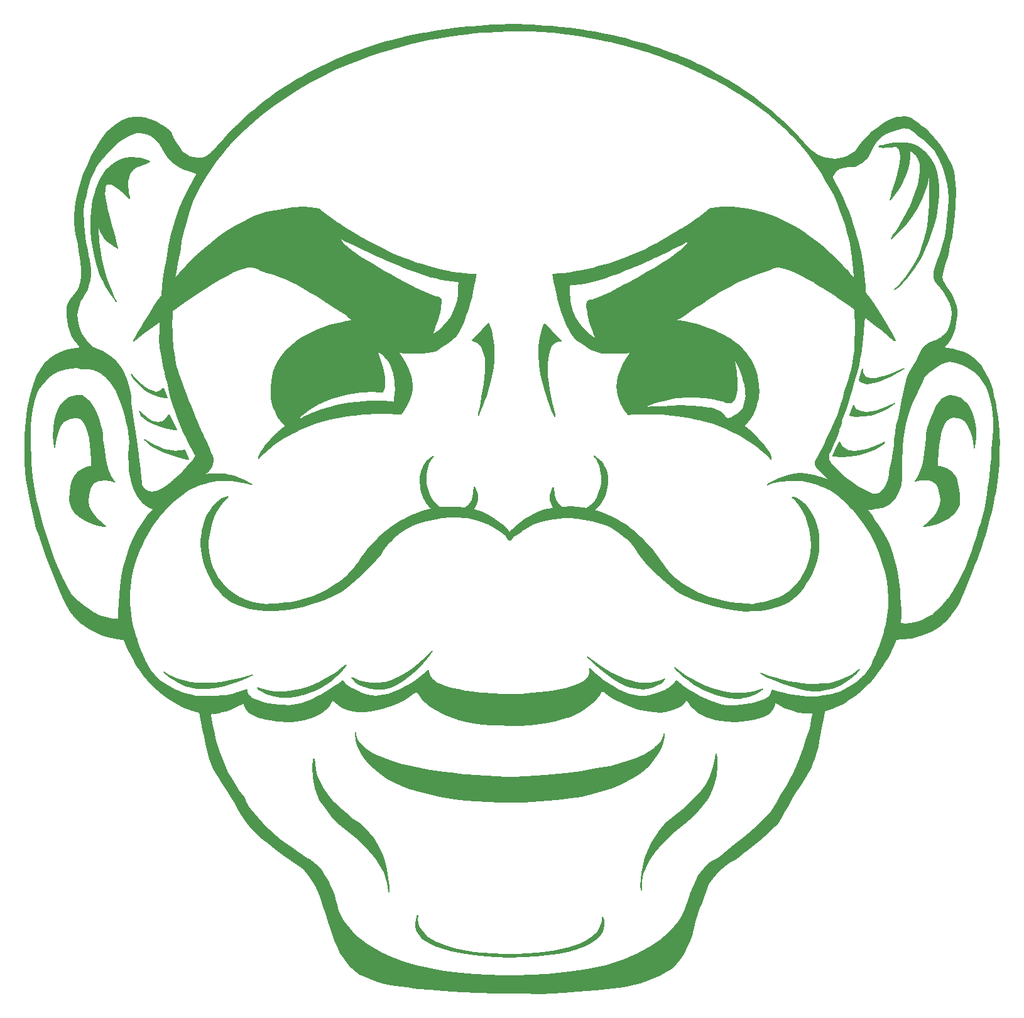
<source format=gbo>
G04 #@! TF.FileFunction,Legend,Bot*
%FSLAX46Y46*%
G04 Gerber Fmt 4.6, Leading zero omitted, Abs format (unit mm)*
G04 Created by KiCad (PCBNEW 4.0.4-stable) date 05/15/17 11:58:30*
%MOMM*%
%LPD*%
G01*
G04 APERTURE LIST*
%ADD10C,0.100000*%
%ADD11C,0.127000*%
G04 APERTURE END LIST*
D10*
D11*
G36*
X56639830Y-125559042D02*
X56640411Y-125563146D01*
X56782651Y-126375946D01*
X56783326Y-126379279D01*
X56950966Y-127105719D01*
X56954245Y-127115912D01*
X57314925Y-127979512D01*
X57317420Y-127984790D01*
X57850820Y-128990630D01*
X57855940Y-128998739D01*
X58750020Y-130202699D01*
X58754098Y-130207647D01*
X59338298Y-130847727D01*
X59344008Y-130853247D01*
X60100846Y-131498337D01*
X61074884Y-132335401D01*
X61688414Y-132918508D01*
X61697664Y-132925793D01*
X62642399Y-133537092D01*
X63616999Y-134481393D01*
X64530585Y-135480786D01*
X65227347Y-136677400D01*
X65752686Y-137702820D01*
X66085929Y-138702549D01*
X66363693Y-139702501D01*
X66530675Y-140982695D01*
X66641980Y-141984440D01*
X66641980Y-142754962D01*
X66630934Y-142696718D01*
X66463477Y-141580340D01*
X66462259Y-141574258D01*
X66096499Y-140121378D01*
X66088824Y-140103315D01*
X64889944Y-138177995D01*
X64884279Y-138170265D01*
X63736199Y-136829145D01*
X63732956Y-136825634D01*
X62534076Y-135621674D01*
X62528216Y-135616473D01*
X61243033Y-134610677D01*
X60016803Y-133637801D01*
X59042056Y-132663054D01*
X58181693Y-131524338D01*
X57374024Y-130383505D01*
X56764007Y-128805528D01*
X56461412Y-127388374D01*
X56405914Y-125889935D01*
X56516484Y-124924960D01*
X56556615Y-124791191D01*
X56639830Y-125559042D01*
X56639830Y-125559042D01*
G37*
X56639830Y-125559042D02*
X56640411Y-125563146D01*
X56782651Y-126375946D01*
X56783326Y-126379279D01*
X56950966Y-127105719D01*
X56954245Y-127115912D01*
X57314925Y-127979512D01*
X57317420Y-127984790D01*
X57850820Y-128990630D01*
X57855940Y-128998739D01*
X58750020Y-130202699D01*
X58754098Y-130207647D01*
X59338298Y-130847727D01*
X59344008Y-130853247D01*
X60100846Y-131498337D01*
X61074884Y-132335401D01*
X61688414Y-132918508D01*
X61697664Y-132925793D01*
X62642399Y-133537092D01*
X63616999Y-134481393D01*
X64530585Y-135480786D01*
X65227347Y-136677400D01*
X65752686Y-137702820D01*
X66085929Y-138702549D01*
X66363693Y-139702501D01*
X66530675Y-140982695D01*
X66641980Y-141984440D01*
X66641980Y-142754962D01*
X66630934Y-142696718D01*
X66463477Y-141580340D01*
X66462259Y-141574258D01*
X66096499Y-140121378D01*
X66088824Y-140103315D01*
X64889944Y-138177995D01*
X64884279Y-138170265D01*
X63736199Y-136829145D01*
X63732956Y-136825634D01*
X62534076Y-135621674D01*
X62528216Y-135616473D01*
X61243033Y-134610677D01*
X60016803Y-133637801D01*
X59042056Y-132663054D01*
X58181693Y-131524338D01*
X57374024Y-130383505D01*
X56764007Y-128805528D01*
X56461412Y-127388374D01*
X56405914Y-125889935D01*
X56516484Y-124924960D01*
X56556615Y-124791191D01*
X56639830Y-125559042D01*
G36*
X110833074Y-124917406D02*
X110873472Y-125806164D01*
X110813004Y-127096155D01*
X110531188Y-128062380D01*
X110167117Y-129073688D01*
X109663166Y-130142066D01*
X109058681Y-130948045D01*
X108207484Y-131941108D01*
X107317291Y-132891997D01*
X106223329Y-133783373D01*
X106223018Y-133783627D01*
X104942858Y-134840267D01*
X104939418Y-134843322D01*
X103577978Y-136143802D01*
X103574170Y-136147770D01*
X102680090Y-137163770D01*
X102676029Y-137168894D01*
X101822589Y-138367774D01*
X101818446Y-138374428D01*
X101269806Y-139390428D01*
X101266546Y-139397461D01*
X100900786Y-140332181D01*
X100897702Y-140342623D01*
X100694502Y-141338303D01*
X100693220Y-141351000D01*
X100693220Y-142497810D01*
X100678969Y-142508498D01*
X100632512Y-141925683D01*
X100799255Y-140258261D01*
X101219047Y-138230106D01*
X102022341Y-136254711D01*
X103134739Y-134530494D01*
X103971562Y-133512192D01*
X105326567Y-132420098D01*
X106483400Y-131587990D01*
X106491691Y-131580866D01*
X107446731Y-130605506D01*
X107447003Y-130605227D01*
X108645883Y-129365707D01*
X108651040Y-129359660D01*
X109382560Y-128384300D01*
X109388748Y-128374211D01*
X109978028Y-127175331D01*
X109981203Y-127167635D01*
X110509523Y-125602995D01*
X110511772Y-125594382D01*
X110694652Y-124619022D01*
X110695391Y-124613967D01*
X110742033Y-124170868D01*
X110833074Y-124917406D01*
X110833074Y-124917406D01*
G37*
X110833074Y-124917406D02*
X110873472Y-125806164D01*
X110813004Y-127096155D01*
X110531188Y-128062380D01*
X110167117Y-129073688D01*
X109663166Y-130142066D01*
X109058681Y-130948045D01*
X108207484Y-131941108D01*
X107317291Y-132891997D01*
X106223329Y-133783373D01*
X106223018Y-133783627D01*
X104942858Y-134840267D01*
X104939418Y-134843322D01*
X103577978Y-136143802D01*
X103574170Y-136147770D01*
X102680090Y-137163770D01*
X102676029Y-137168894D01*
X101822589Y-138367774D01*
X101818446Y-138374428D01*
X101269806Y-139390428D01*
X101266546Y-139397461D01*
X100900786Y-140332181D01*
X100897702Y-140342623D01*
X100694502Y-141338303D01*
X100693220Y-141351000D01*
X100693220Y-142497810D01*
X100678969Y-142508498D01*
X100632512Y-141925683D01*
X100799255Y-140258261D01*
X101219047Y-138230106D01*
X102022341Y-136254711D01*
X103134739Y-134530494D01*
X103971562Y-133512192D01*
X105326567Y-132420098D01*
X106483400Y-131587990D01*
X106491691Y-131580866D01*
X107446731Y-130605506D01*
X107447003Y-130605227D01*
X108645883Y-129365707D01*
X108651040Y-129359660D01*
X109382560Y-128384300D01*
X109388748Y-128374211D01*
X109978028Y-127175331D01*
X109981203Y-127167635D01*
X110509523Y-125602995D01*
X110511772Y-125594382D01*
X110694652Y-124619022D01*
X110695391Y-124613967D01*
X110742033Y-124170868D01*
X110833074Y-124917406D01*
G36*
X34012830Y-81970646D02*
X34016248Y-81973069D01*
X34554728Y-82328669D01*
X34561517Y-82332573D01*
X35155877Y-82627213D01*
X35157804Y-82628128D01*
X35660724Y-82856728D01*
X35663714Y-82857996D01*
X36359674Y-83132316D01*
X36368861Y-83135155D01*
X36881941Y-83251995D01*
X36884973Y-83252608D01*
X37459013Y-83354208D01*
X37465601Y-83355022D01*
X37968521Y-83390582D01*
X37977062Y-83390610D01*
X38373302Y-83365210D01*
X38377116Y-83364850D01*
X38742876Y-83319130D01*
X38753556Y-83316848D01*
X39119316Y-83205088D01*
X39125183Y-83202975D01*
X39129150Y-83201322D01*
X39149235Y-83245957D01*
X39651625Y-84432554D01*
X39401521Y-84407543D01*
X38467734Y-84165263D01*
X37200423Y-83780001D01*
X36178860Y-83415880D01*
X35372030Y-83027592D01*
X34601619Y-82554268D01*
X34024291Y-82067305D01*
X33766995Y-81783906D01*
X34012830Y-81970646D01*
X34012830Y-81970646D01*
G37*
X34012830Y-81970646D02*
X34016248Y-81973069D01*
X34554728Y-82328669D01*
X34561517Y-82332573D01*
X35155877Y-82627213D01*
X35157804Y-82628128D01*
X35660724Y-82856728D01*
X35663714Y-82857996D01*
X36359674Y-83132316D01*
X36368861Y-83135155D01*
X36881941Y-83251995D01*
X36884973Y-83252608D01*
X37459013Y-83354208D01*
X37465601Y-83355022D01*
X37968521Y-83390582D01*
X37977062Y-83390610D01*
X38373302Y-83365210D01*
X38377116Y-83364850D01*
X38742876Y-83319130D01*
X38753556Y-83316848D01*
X39119316Y-83205088D01*
X39125183Y-83202975D01*
X39129150Y-83201322D01*
X39149235Y-83245957D01*
X39651625Y-84432554D01*
X39401521Y-84407543D01*
X38467734Y-84165263D01*
X37200423Y-83780001D01*
X36178860Y-83415880D01*
X35372030Y-83027592D01*
X34601619Y-82554268D01*
X34024291Y-82067305D01*
X33766995Y-81783906D01*
X34012830Y-81970646D01*
G36*
X33413098Y-78344033D02*
X33413208Y-78344138D01*
X33799288Y-78709898D01*
X33805292Y-78714921D01*
X34094852Y-78928281D01*
X34097297Y-78929995D01*
X34600217Y-79265275D01*
X34610172Y-79270696D01*
X35031812Y-79453576D01*
X35047480Y-79458090D01*
X35479280Y-79524130D01*
X35498186Y-79524174D01*
X36046826Y-79442894D01*
X36071612Y-79433653D01*
X36518652Y-79149173D01*
X36533895Y-79135579D01*
X36772655Y-78840939D01*
X36777098Y-78834727D01*
X36914258Y-78616287D01*
X36914804Y-78615400D01*
X37026991Y-78430048D01*
X37039443Y-78418554D01*
X38010071Y-80448048D01*
X38008949Y-80449420D01*
X37736382Y-80449420D01*
X36510076Y-80166815D01*
X35737505Y-79959786D01*
X34799144Y-79586459D01*
X34175477Y-79259537D01*
X33716055Y-78944933D01*
X33334011Y-78562889D01*
X33102690Y-78198682D01*
X33018686Y-77968583D01*
X33413098Y-78344033D01*
X33413098Y-78344033D01*
G37*
X33413098Y-78344033D02*
X33413208Y-78344138D01*
X33799288Y-78709898D01*
X33805292Y-78714921D01*
X34094852Y-78928281D01*
X34097297Y-78929995D01*
X34600217Y-79265275D01*
X34610172Y-79270696D01*
X35031812Y-79453576D01*
X35047480Y-79458090D01*
X35479280Y-79524130D01*
X35498186Y-79524174D01*
X36046826Y-79442894D01*
X36071612Y-79433653D01*
X36518652Y-79149173D01*
X36533895Y-79135579D01*
X36772655Y-78840939D01*
X36777098Y-78834727D01*
X36914258Y-78616287D01*
X36914804Y-78615400D01*
X37026991Y-78430048D01*
X37039443Y-78418554D01*
X38010071Y-80448048D01*
X38008949Y-80449420D01*
X37736382Y-80449420D01*
X36510076Y-80166815D01*
X35737505Y-79959786D01*
X34799144Y-79586459D01*
X34175477Y-79259537D01*
X33716055Y-78944933D01*
X33334011Y-78562889D01*
X33102690Y-78198682D01*
X33018686Y-77968583D01*
X33413098Y-78344033D01*
G36*
X32378301Y-73504203D02*
X32380375Y-73506415D01*
X33000135Y-74136335D01*
X33004748Y-74140582D01*
X33644828Y-74673982D01*
X33651000Y-74678523D01*
X34326640Y-75115403D01*
X34338105Y-75121262D01*
X35069625Y-75405742D01*
X35089469Y-75409981D01*
X35292669Y-75420141D01*
X35302852Y-75419832D01*
X35577172Y-75389352D01*
X35598184Y-75383222D01*
X35908064Y-75230822D01*
X35927320Y-75216229D01*
X36191480Y-74921589D01*
X36192982Y-74919852D01*
X36246498Y-74855633D01*
X36247010Y-74855706D01*
X36790350Y-76140823D01*
X36482220Y-76131625D01*
X35658337Y-75950773D01*
X34783890Y-75654265D01*
X33824911Y-75091931D01*
X33099959Y-74432426D01*
X32373120Y-73670255D01*
X32012663Y-73164614D01*
X31928952Y-73001598D01*
X32378301Y-73504203D01*
X32378301Y-73504203D01*
G37*
X32378301Y-73504203D02*
X32380375Y-73506415D01*
X33000135Y-74136335D01*
X33004748Y-74140582D01*
X33644828Y-74673982D01*
X33651000Y-74678523D01*
X34326640Y-75115403D01*
X34338105Y-75121262D01*
X35069625Y-75405742D01*
X35089469Y-75409981D01*
X35292669Y-75420141D01*
X35302852Y-75419832D01*
X35577172Y-75389352D01*
X35598184Y-75383222D01*
X35908064Y-75230822D01*
X35927320Y-75216229D01*
X36191480Y-74921589D01*
X36192982Y-74919852D01*
X36246498Y-74855633D01*
X36247010Y-74855706D01*
X36790350Y-76140823D01*
X36482220Y-76131625D01*
X35658337Y-75950773D01*
X34783890Y-75654265D01*
X33824911Y-75091931D01*
X33099959Y-74432426D01*
X32373120Y-73670255D01*
X32012663Y-73164614D01*
X31928952Y-73001598D01*
X32378301Y-73504203D01*
G36*
X25365109Y-75900308D02*
X25776975Y-76214111D01*
X26377650Y-76714674D01*
X26938767Y-77616469D01*
X27423382Y-78727044D01*
X27747313Y-79719085D01*
X27989619Y-80526772D01*
X28069669Y-81067107D01*
X28089884Y-81794843D01*
X28090350Y-81800956D01*
X28273230Y-83263996D01*
X28374807Y-84096927D01*
X28376081Y-84104008D01*
X28599601Y-85038728D01*
X28599916Y-85039989D01*
X28843756Y-85974709D01*
X28848081Y-85986423D01*
X29193521Y-86697623D01*
X29196792Y-86703535D01*
X29603192Y-87353775D01*
X29609251Y-87361935D01*
X29730460Y-87500460D01*
X29627400Y-87500460D01*
X29068797Y-87300959D01*
X29051809Y-87297410D01*
X28462529Y-87256770D01*
X28456649Y-87256638D01*
X27603209Y-87276958D01*
X27575678Y-87283970D01*
X26864478Y-87649730D01*
X26841311Y-87670055D01*
X26475551Y-88198375D01*
X26465948Y-88219976D01*
X26222108Y-89256296D01*
X26220706Y-89264820D01*
X26139426Y-90118260D01*
X26139417Y-90130207D01*
X26200377Y-90780447D01*
X26206103Y-90801472D01*
X26510903Y-91451712D01*
X26518006Y-91463395D01*
X26985366Y-92072995D01*
X26986614Y-92074571D01*
X27352374Y-92521611D01*
X27357727Y-92527383D01*
X27784447Y-92933783D01*
X27790496Y-92938865D01*
X28255160Y-93282313D01*
X28495221Y-93502368D01*
X28264364Y-93475209D01*
X27376674Y-93313810D01*
X26651859Y-93072205D01*
X25845553Y-92729525D01*
X24980224Y-92206303D01*
X24401986Y-91707822D01*
X23904691Y-90932042D01*
X23685624Y-90035857D01*
X23705719Y-88789953D01*
X23926714Y-87684978D01*
X24347170Y-86743958D01*
X24841782Y-86130639D01*
X25900179Y-85571486D01*
X26563041Y-85410792D01*
X26585872Y-85400110D01*
X26602748Y-85381386D01*
X26611580Y-85349080D01*
X26611580Y-84617560D01*
X26611345Y-84612106D01*
X26509745Y-83433546D01*
X26509674Y-83432772D01*
X26336954Y-81680172D01*
X26335793Y-81672830D01*
X26122433Y-80697470D01*
X26119358Y-80687457D01*
X25753598Y-79773057D01*
X25748329Y-79762731D01*
X25382569Y-79183611D01*
X25365295Y-79165499D01*
X25060495Y-78952139D01*
X25046686Y-78944820D01*
X24726646Y-78822900D01*
X24704040Y-78818740D01*
X24353520Y-78818740D01*
X24345833Y-78819207D01*
X23720993Y-78895407D01*
X23700977Y-78901302D01*
X23198057Y-79145142D01*
X23187660Y-79151480D01*
X22760940Y-79471520D01*
X22748043Y-79484484D01*
X22397523Y-79956924D01*
X22389672Y-79970903D01*
X22161072Y-80534783D01*
X22160286Y-80536823D01*
X21931686Y-81161663D01*
X21929202Y-81170303D01*
X21822679Y-81672482D01*
X21685689Y-82250885D01*
X21684295Y-82259202D01*
X21638575Y-82716402D01*
X21638260Y-82722720D01*
X21638260Y-82787315D01*
X21610971Y-82746381D01*
X21551606Y-82152729D01*
X21470743Y-81283454D01*
X21511126Y-80314268D01*
X21612055Y-79325164D01*
X21873670Y-78298825D01*
X22354277Y-77237485D01*
X23194531Y-76397231D01*
X23566783Y-76162125D01*
X24569286Y-75881424D01*
X24881997Y-75842335D01*
X25365109Y-75900308D01*
X25365109Y-75900308D01*
G37*
X25365109Y-75900308D02*
X25776975Y-76214111D01*
X26377650Y-76714674D01*
X26938767Y-77616469D01*
X27423382Y-78727044D01*
X27747313Y-79719085D01*
X27989619Y-80526772D01*
X28069669Y-81067107D01*
X28089884Y-81794843D01*
X28090350Y-81800956D01*
X28273230Y-83263996D01*
X28374807Y-84096927D01*
X28376081Y-84104008D01*
X28599601Y-85038728D01*
X28599916Y-85039989D01*
X28843756Y-85974709D01*
X28848081Y-85986423D01*
X29193521Y-86697623D01*
X29196792Y-86703535D01*
X29603192Y-87353775D01*
X29609251Y-87361935D01*
X29730460Y-87500460D01*
X29627400Y-87500460D01*
X29068797Y-87300959D01*
X29051809Y-87297410D01*
X28462529Y-87256770D01*
X28456649Y-87256638D01*
X27603209Y-87276958D01*
X27575678Y-87283970D01*
X26864478Y-87649730D01*
X26841311Y-87670055D01*
X26475551Y-88198375D01*
X26465948Y-88219976D01*
X26222108Y-89256296D01*
X26220706Y-89264820D01*
X26139426Y-90118260D01*
X26139417Y-90130207D01*
X26200377Y-90780447D01*
X26206103Y-90801472D01*
X26510903Y-91451712D01*
X26518006Y-91463395D01*
X26985366Y-92072995D01*
X26986614Y-92074571D01*
X27352374Y-92521611D01*
X27357727Y-92527383D01*
X27784447Y-92933783D01*
X27790496Y-92938865D01*
X28255160Y-93282313D01*
X28495221Y-93502368D01*
X28264364Y-93475209D01*
X27376674Y-93313810D01*
X26651859Y-93072205D01*
X25845553Y-92729525D01*
X24980224Y-92206303D01*
X24401986Y-91707822D01*
X23904691Y-90932042D01*
X23685624Y-90035857D01*
X23705719Y-88789953D01*
X23926714Y-87684978D01*
X24347170Y-86743958D01*
X24841782Y-86130639D01*
X25900179Y-85571486D01*
X26563041Y-85410792D01*
X26585872Y-85400110D01*
X26602748Y-85381386D01*
X26611580Y-85349080D01*
X26611580Y-84617560D01*
X26611345Y-84612106D01*
X26509745Y-83433546D01*
X26509674Y-83432772D01*
X26336954Y-81680172D01*
X26335793Y-81672830D01*
X26122433Y-80697470D01*
X26119358Y-80687457D01*
X25753598Y-79773057D01*
X25748329Y-79762731D01*
X25382569Y-79183611D01*
X25365295Y-79165499D01*
X25060495Y-78952139D01*
X25046686Y-78944820D01*
X24726646Y-78822900D01*
X24704040Y-78818740D01*
X24353520Y-78818740D01*
X24345833Y-78819207D01*
X23720993Y-78895407D01*
X23700977Y-78901302D01*
X23198057Y-79145142D01*
X23187660Y-79151480D01*
X22760940Y-79471520D01*
X22748043Y-79484484D01*
X22397523Y-79956924D01*
X22389672Y-79970903D01*
X22161072Y-80534783D01*
X22160286Y-80536823D01*
X21931686Y-81161663D01*
X21929202Y-81170303D01*
X21822679Y-81672482D01*
X21685689Y-82250885D01*
X21684295Y-82259202D01*
X21638575Y-82716402D01*
X21638260Y-82722720D01*
X21638260Y-82787315D01*
X21610971Y-82746381D01*
X21551606Y-82152729D01*
X21470743Y-81283454D01*
X21511126Y-80314268D01*
X21612055Y-79325164D01*
X21873670Y-78298825D01*
X22354277Y-77237485D01*
X23194531Y-76397231D01*
X23566783Y-76162125D01*
X24569286Y-75881424D01*
X24881997Y-75842335D01*
X25365109Y-75900308D01*
G36*
X127422526Y-82231245D02*
X127625211Y-82596078D01*
X127635819Y-82610141D01*
X128021899Y-82996221D01*
X128034804Y-83006170D01*
X128522484Y-83290650D01*
X128547763Y-83298944D01*
X129502803Y-83400544D01*
X129513889Y-83400750D01*
X130103169Y-83360110D01*
X130112984Y-83358656D01*
X131088344Y-83135136D01*
X131094580Y-83133367D01*
X132171540Y-82767607D01*
X132176806Y-82765553D01*
X133233446Y-82298193D01*
X133236158Y-82296916D01*
X133477484Y-82176253D01*
X133270148Y-82372677D01*
X132223747Y-83036739D01*
X131052889Y-83501044D01*
X129963010Y-83844155D01*
X128913272Y-83985465D01*
X127740042Y-84086606D01*
X126580996Y-84046639D01*
X126499316Y-83999965D01*
X126540279Y-83890732D01*
X127377948Y-82156949D01*
X127422526Y-82231245D01*
X127422526Y-82231245D01*
G37*
X127422526Y-82231245D02*
X127625211Y-82596078D01*
X127635819Y-82610141D01*
X128021899Y-82996221D01*
X128034804Y-83006170D01*
X128522484Y-83290650D01*
X128547763Y-83298944D01*
X129502803Y-83400544D01*
X129513889Y-83400750D01*
X130103169Y-83360110D01*
X130112984Y-83358656D01*
X131088344Y-83135136D01*
X131094580Y-83133367D01*
X132171540Y-82767607D01*
X132176806Y-82765553D01*
X133233446Y-82298193D01*
X133236158Y-82296916D01*
X133477484Y-82176253D01*
X133270148Y-82372677D01*
X132223747Y-83036739D01*
X131052889Y-83501044D01*
X129963010Y-83844155D01*
X128913272Y-83985465D01*
X127740042Y-84086606D01*
X126580996Y-84046639D01*
X126499316Y-83999965D01*
X126540279Y-83890732D01*
X127377948Y-82156949D01*
X127422526Y-82231245D01*
G36*
X134391217Y-77269986D02*
X133726326Y-77652802D01*
X132797628Y-78117151D01*
X131669987Y-78479607D01*
X130541178Y-78620708D01*
X129634576Y-78640855D01*
X128976328Y-78561067D01*
X128778728Y-78485067D01*
X129283633Y-77168706D01*
X129290877Y-77163757D01*
X129302090Y-77146331D01*
X129330860Y-77189486D01*
X129429933Y-77447075D01*
X129438400Y-77462380D01*
X129682240Y-77787500D01*
X129706764Y-77807208D01*
X130377324Y-78112008D01*
X130397483Y-78117405D01*
X131027403Y-78178365D01*
X131043959Y-78177796D01*
X132263159Y-77974596D01*
X132273854Y-77971840D01*
X133655614Y-77484160D01*
X133662027Y-77481494D01*
X134755675Y-76954923D01*
X134813568Y-76935625D01*
X134391217Y-77269986D01*
X134391217Y-77269986D01*
G37*
X134391217Y-77269986D02*
X133726326Y-77652802D01*
X132797628Y-78117151D01*
X131669987Y-78479607D01*
X130541178Y-78620708D01*
X129634576Y-78640855D01*
X128976328Y-78561067D01*
X128778728Y-78485067D01*
X129283633Y-77168706D01*
X129290877Y-77163757D01*
X129302090Y-77146331D01*
X129330860Y-77189486D01*
X129429933Y-77447075D01*
X129438400Y-77462380D01*
X129682240Y-77787500D01*
X129706764Y-77807208D01*
X130377324Y-78112008D01*
X130397483Y-78117405D01*
X131027403Y-78178365D01*
X131043959Y-78177796D01*
X132263159Y-77974596D01*
X132273854Y-77971840D01*
X133655614Y-77484160D01*
X133662027Y-77481494D01*
X134755675Y-76954923D01*
X134813568Y-76935625D01*
X134391217Y-77269986D01*
G36*
X136090660Y-72205317D02*
X135940442Y-72288771D01*
X135939464Y-72289325D01*
X135167304Y-72736365D01*
X135165696Y-72737328D01*
X134316847Y-73262806D01*
X133468415Y-73606219D01*
X133467036Y-73606796D01*
X132719707Y-73929965D01*
X131631709Y-74212039D01*
X131078861Y-74271272D01*
X130467346Y-74113462D01*
X130147911Y-73944350D01*
X130084910Y-73802598D01*
X130537292Y-72219263D01*
X130523618Y-72314980D01*
X130523241Y-72318211D01*
X130502921Y-72541731D01*
X130503217Y-72555872D01*
X130543857Y-72860672D01*
X130548992Y-72878556D01*
X130650592Y-73102076D01*
X130663499Y-73120701D01*
X130846379Y-73303581D01*
X130856057Y-73311515D01*
X131160857Y-73514715D01*
X131187867Y-73524847D01*
X131655227Y-73585807D01*
X131663440Y-73586340D01*
X132313680Y-73586340D01*
X132329081Y-73584444D01*
X132816761Y-73462524D01*
X132818246Y-73462134D01*
X133407526Y-73299574D01*
X133411664Y-73298279D01*
X134569904Y-72891879D01*
X134574670Y-72889987D01*
X135671950Y-72402307D01*
X135673461Y-72401612D01*
X136087228Y-72204580D01*
X136090660Y-72204580D01*
X136090660Y-72205317D01*
X136090660Y-72205317D01*
G37*
X136090660Y-72205317D02*
X135940442Y-72288771D01*
X135939464Y-72289325D01*
X135167304Y-72736365D01*
X135165696Y-72737328D01*
X134316847Y-73262806D01*
X133468415Y-73606219D01*
X133467036Y-73606796D01*
X132719707Y-73929965D01*
X131631709Y-74212039D01*
X131078861Y-74271272D01*
X130467346Y-74113462D01*
X130147911Y-73944350D01*
X130084910Y-73802598D01*
X130537292Y-72219263D01*
X130523618Y-72314980D01*
X130523241Y-72318211D01*
X130502921Y-72541731D01*
X130503217Y-72555872D01*
X130543857Y-72860672D01*
X130548992Y-72878556D01*
X130650592Y-73102076D01*
X130663499Y-73120701D01*
X130846379Y-73303581D01*
X130856057Y-73311515D01*
X131160857Y-73514715D01*
X131187867Y-73524847D01*
X131655227Y-73585807D01*
X131663440Y-73586340D01*
X132313680Y-73586340D01*
X132329081Y-73584444D01*
X132816761Y-73462524D01*
X132818246Y-73462134D01*
X133407526Y-73299574D01*
X133411664Y-73298279D01*
X134569904Y-72891879D01*
X134574670Y-72889987D01*
X135671950Y-72402307D01*
X135673461Y-72401612D01*
X136087228Y-72204580D01*
X136090660Y-72204580D01*
X136090660Y-72205317D01*
G36*
X142905167Y-75926643D02*
X143680077Y-76209783D01*
X144743492Y-77153377D01*
X145238785Y-78188989D01*
X145586273Y-79337209D01*
X145707191Y-80365014D01*
X145737489Y-81607227D01*
X145601462Y-82755900D01*
X145567613Y-82874372D01*
X145543909Y-82744005D01*
X145483192Y-82197548D01*
X145482716Y-82194121D01*
X145376036Y-81554041D01*
X145373520Y-81544039D01*
X145114440Y-80782039D01*
X145112634Y-80777345D01*
X144731634Y-79893425D01*
X144724675Y-79881211D01*
X144358915Y-79378291D01*
X144346133Y-79365198D01*
X143827973Y-78968958D01*
X143810757Y-78959599D01*
X143384037Y-78807199D01*
X143366202Y-78803598D01*
X142817562Y-78773118D01*
X142799221Y-78774773D01*
X142418221Y-78866213D01*
X142405857Y-78870573D01*
X142116297Y-79007733D01*
X142105380Y-79014320D01*
X141861540Y-79197200D01*
X141849130Y-79209516D01*
X141605290Y-79529556D01*
X141601558Y-79535023D01*
X141388198Y-79885543D01*
X141383128Y-79895882D01*
X141185008Y-80414042D01*
X141184227Y-80416200D01*
X140970867Y-81041040D01*
X140968129Y-81052365D01*
X140876689Y-81677205D01*
X140876666Y-81677362D01*
X140764906Y-82454602D01*
X140764688Y-82456282D01*
X140622448Y-83675482D01*
X140622032Y-83681595D01*
X140601712Y-84717915D01*
X140601700Y-84719160D01*
X140601700Y-85369400D01*
X140606703Y-85394105D01*
X140620923Y-85414917D01*
X140642120Y-85428557D01*
X140665200Y-85432900D01*
X140940985Y-85432900D01*
X141793343Y-85670767D01*
X142488958Y-86247134D01*
X143086441Y-87003946D01*
X143407096Y-88166321D01*
X143548227Y-89134075D01*
X143568346Y-89858361D01*
X143508571Y-90575665D01*
X143352270Y-90927341D01*
X142831260Y-91748934D01*
X142133166Y-92367247D01*
X140784211Y-93031657D01*
X139494162Y-93414640D01*
X138677311Y-93509623D01*
X138848076Y-93410010D01*
X138856447Y-93404178D01*
X139201887Y-93119698D01*
X139204235Y-93117666D01*
X139874795Y-92508066D01*
X139881363Y-92501123D01*
X140409683Y-91850883D01*
X140414851Y-91843510D01*
X140780611Y-91233910D01*
X140785837Y-91222941D01*
X141029677Y-90552381D01*
X141033467Y-90532727D01*
X141053787Y-89902807D01*
X141053043Y-89890856D01*
X140931123Y-89118696D01*
X140930849Y-89117096D01*
X140788609Y-88344936D01*
X140782070Y-88326335D01*
X140497590Y-87798015D01*
X140481348Y-87778535D01*
X139973348Y-87372135D01*
X139953760Y-87361479D01*
X139466080Y-87198919D01*
X139442603Y-87195751D01*
X138304683Y-87256711D01*
X138293002Y-87258436D01*
X137625367Y-87421636D01*
X137629629Y-87417729D01*
X137640346Y-87404927D01*
X138036586Y-86780087D01*
X138042300Y-86768686D01*
X138286140Y-86128606D01*
X138286831Y-86126700D01*
X138591631Y-85242780D01*
X138593775Y-85234984D01*
X138761415Y-84427264D01*
X138762029Y-84423838D01*
X138883922Y-83616300D01*
X139066763Y-82458304D01*
X139067466Y-82451469D01*
X139113186Y-81506589D01*
X139113260Y-81503520D01*
X139113260Y-80962697D01*
X139308954Y-80179920D01*
X139688182Y-79011899D01*
X140052066Y-78208321D01*
X140521366Y-77254582D01*
X141226551Y-76324338D01*
X141890952Y-75925698D01*
X142387450Y-75852683D01*
X142905167Y-75926643D01*
X142905167Y-75926643D01*
G37*
X142905167Y-75926643D02*
X143680077Y-76209783D01*
X144743492Y-77153377D01*
X145238785Y-78188989D01*
X145586273Y-79337209D01*
X145707191Y-80365014D01*
X145737489Y-81607227D01*
X145601462Y-82755900D01*
X145567613Y-82874372D01*
X145543909Y-82744005D01*
X145483192Y-82197548D01*
X145482716Y-82194121D01*
X145376036Y-81554041D01*
X145373520Y-81544039D01*
X145114440Y-80782039D01*
X145112634Y-80777345D01*
X144731634Y-79893425D01*
X144724675Y-79881211D01*
X144358915Y-79378291D01*
X144346133Y-79365198D01*
X143827973Y-78968958D01*
X143810757Y-78959599D01*
X143384037Y-78807199D01*
X143366202Y-78803598D01*
X142817562Y-78773118D01*
X142799221Y-78774773D01*
X142418221Y-78866213D01*
X142405857Y-78870573D01*
X142116297Y-79007733D01*
X142105380Y-79014320D01*
X141861540Y-79197200D01*
X141849130Y-79209516D01*
X141605290Y-79529556D01*
X141601558Y-79535023D01*
X141388198Y-79885543D01*
X141383128Y-79895882D01*
X141185008Y-80414042D01*
X141184227Y-80416200D01*
X140970867Y-81041040D01*
X140968129Y-81052365D01*
X140876689Y-81677205D01*
X140876666Y-81677362D01*
X140764906Y-82454602D01*
X140764688Y-82456282D01*
X140622448Y-83675482D01*
X140622032Y-83681595D01*
X140601712Y-84717915D01*
X140601700Y-84719160D01*
X140601700Y-85369400D01*
X140606703Y-85394105D01*
X140620923Y-85414917D01*
X140642120Y-85428557D01*
X140665200Y-85432900D01*
X140940985Y-85432900D01*
X141793343Y-85670767D01*
X142488958Y-86247134D01*
X143086441Y-87003946D01*
X143407096Y-88166321D01*
X143548227Y-89134075D01*
X143568346Y-89858361D01*
X143508571Y-90575665D01*
X143352270Y-90927341D01*
X142831260Y-91748934D01*
X142133166Y-92367247D01*
X140784211Y-93031657D01*
X139494162Y-93414640D01*
X138677311Y-93509623D01*
X138848076Y-93410010D01*
X138856447Y-93404178D01*
X139201887Y-93119698D01*
X139204235Y-93117666D01*
X139874795Y-92508066D01*
X139881363Y-92501123D01*
X140409683Y-91850883D01*
X140414851Y-91843510D01*
X140780611Y-91233910D01*
X140785837Y-91222941D01*
X141029677Y-90552381D01*
X141033467Y-90532727D01*
X141053787Y-89902807D01*
X141053043Y-89890856D01*
X140931123Y-89118696D01*
X140930849Y-89117096D01*
X140788609Y-88344936D01*
X140782070Y-88326335D01*
X140497590Y-87798015D01*
X140481348Y-87778535D01*
X139973348Y-87372135D01*
X139953760Y-87361479D01*
X139466080Y-87198919D01*
X139442603Y-87195751D01*
X138304683Y-87256711D01*
X138293002Y-87258436D01*
X137625367Y-87421636D01*
X137629629Y-87417729D01*
X137640346Y-87404927D01*
X138036586Y-86780087D01*
X138042300Y-86768686D01*
X138286140Y-86128606D01*
X138286831Y-86126700D01*
X138591631Y-85242780D01*
X138593775Y-85234984D01*
X138761415Y-84427264D01*
X138762029Y-84423838D01*
X138883922Y-83616300D01*
X139066763Y-82458304D01*
X139067466Y-82451469D01*
X139113186Y-81506589D01*
X139113260Y-81503520D01*
X139113260Y-80962697D01*
X139308954Y-80179920D01*
X139688182Y-79011899D01*
X140052066Y-78208321D01*
X140521366Y-77254582D01*
X141226551Y-76324338D01*
X141890952Y-75925698D01*
X142387450Y-75852683D01*
X142905167Y-75926643D01*
G36*
X130107644Y-112784771D02*
X129561690Y-113365468D01*
X129142575Y-113739137D01*
X128643045Y-114168026D01*
X127993297Y-114601192D01*
X127428864Y-114908606D01*
X126829715Y-115180489D01*
X126318226Y-115345971D01*
X125444196Y-115527850D01*
X124718154Y-115643815D01*
X124065771Y-115663888D01*
X122996337Y-115562998D01*
X121960683Y-115345763D01*
X121130184Y-115107754D01*
X119706952Y-114677240D01*
X118542143Y-114160672D01*
X118541454Y-114160371D01*
X117644110Y-113775071D01*
X116763303Y-113329605D01*
X116756873Y-113325971D01*
X117762794Y-113699135D01*
X117766226Y-113700298D01*
X118807626Y-114020338D01*
X118809451Y-114020869D01*
X119678131Y-114259629D01*
X119681703Y-114260501D01*
X120585943Y-114453541D01*
X120588819Y-114454086D01*
X121477819Y-114601406D01*
X121479270Y-114601629D01*
X122373350Y-114728629D01*
X122376114Y-114728960D01*
X123209234Y-114810240D01*
X123211136Y-114810397D01*
X123739456Y-114845957D01*
X123746799Y-114846025D01*
X124270039Y-114820625D01*
X124270377Y-114820608D01*
X125118737Y-114774888D01*
X125120495Y-114774769D01*
X125928215Y-114708729D01*
X125938548Y-114707017D01*
X126624348Y-114534297D01*
X126627962Y-114533272D01*
X127786202Y-114167512D01*
X127793550Y-114164680D01*
X128591110Y-113798920D01*
X128596145Y-113796333D01*
X129200665Y-113450893D01*
X129205052Y-113448143D01*
X129753692Y-113072223D01*
X129758011Y-113068986D01*
X130108280Y-112782402D01*
X130107644Y-112784771D01*
X130107644Y-112784771D01*
G37*
X130107644Y-112784771D02*
X129561690Y-113365468D01*
X129142575Y-113739137D01*
X128643045Y-114168026D01*
X127993297Y-114601192D01*
X127428864Y-114908606D01*
X126829715Y-115180489D01*
X126318226Y-115345971D01*
X125444196Y-115527850D01*
X124718154Y-115643815D01*
X124065771Y-115663888D01*
X122996337Y-115562998D01*
X121960683Y-115345763D01*
X121130184Y-115107754D01*
X119706952Y-114677240D01*
X118542143Y-114160672D01*
X118541454Y-114160371D01*
X117644110Y-113775071D01*
X116763303Y-113329605D01*
X116756873Y-113325971D01*
X117762794Y-113699135D01*
X117766226Y-113700298D01*
X118807626Y-114020338D01*
X118809451Y-114020869D01*
X119678131Y-114259629D01*
X119681703Y-114260501D01*
X120585943Y-114453541D01*
X120588819Y-114454086D01*
X121477819Y-114601406D01*
X121479270Y-114601629D01*
X122373350Y-114728629D01*
X122376114Y-114728960D01*
X123209234Y-114810240D01*
X123211136Y-114810397D01*
X123739456Y-114845957D01*
X123746799Y-114846025D01*
X124270039Y-114820625D01*
X124270377Y-114820608D01*
X125118737Y-114774888D01*
X125120495Y-114774769D01*
X125928215Y-114708729D01*
X125938548Y-114707017D01*
X126624348Y-114534297D01*
X126627962Y-114533272D01*
X127786202Y-114167512D01*
X127793550Y-114164680D01*
X128591110Y-113798920D01*
X128596145Y-113796333D01*
X129200665Y-113450893D01*
X129205052Y-113448143D01*
X129753692Y-113072223D01*
X129758011Y-113068986D01*
X130108280Y-112782402D01*
X130107644Y-112784771D01*
G36*
X70498225Y-146554930D02*
X70498933Y-146575533D01*
X70666573Y-147413733D01*
X70676646Y-147437446D01*
X71123686Y-148082606D01*
X71128071Y-148088231D01*
X71763071Y-148814671D01*
X71776505Y-148826271D01*
X72889025Y-149542551D01*
X72899817Y-149548118D01*
X74423817Y-150157718D01*
X74430303Y-150159915D01*
X75847623Y-150556155D01*
X75853302Y-150557465D01*
X77270622Y-150816545D01*
X77272900Y-150816919D01*
X78111100Y-150938839D01*
X78114525Y-150939242D01*
X80644365Y-151167842D01*
X80647490Y-151168047D01*
X82141010Y-151229007D01*
X82144229Y-151229057D01*
X83683469Y-151213817D01*
X83684482Y-151213799D01*
X85452322Y-151168079D01*
X85455837Y-151167890D01*
X87513237Y-151000250D01*
X87518426Y-150999611D01*
X89179586Y-150725291D01*
X89182961Y-150724640D01*
X91042241Y-150313160D01*
X91048163Y-150311545D01*
X92313083Y-149900065D01*
X92322186Y-149896301D01*
X93312786Y-149393381D01*
X93319473Y-149389455D01*
X94203393Y-148795095D01*
X94213943Y-148786193D01*
X94823543Y-148146113D01*
X94833069Y-148133158D01*
X95214069Y-147447358D01*
X95219520Y-147434300D01*
X95432880Y-146702780D01*
X95435420Y-146685000D01*
X95435420Y-146125173D01*
X95583479Y-146590500D01*
X95642984Y-147378943D01*
X95435583Y-148060404D01*
X95077652Y-148627128D01*
X94598593Y-149136128D01*
X94043551Y-149526158D01*
X93106042Y-150010033D01*
X91908240Y-150449732D01*
X90754745Y-150768461D01*
X89463406Y-151026729D01*
X87941860Y-151239746D01*
X86542467Y-151407064D01*
X84579053Y-151513606D01*
X82981542Y-151574464D01*
X80943264Y-151513620D01*
X78964978Y-151346226D01*
X76972128Y-151102825D01*
X75087894Y-150722939D01*
X72918039Y-150055291D01*
X71646502Y-149343836D01*
X71153857Y-149000477D01*
X70706083Y-148433297D01*
X70422616Y-147896201D01*
X70289420Y-147393017D01*
X70289420Y-146903615D01*
X70349147Y-146545251D01*
X70438491Y-146172987D01*
X70587947Y-145861619D01*
X70498225Y-146554930D01*
X70498225Y-146554930D01*
G37*
X70498225Y-146554930D02*
X70498933Y-146575533D01*
X70666573Y-147413733D01*
X70676646Y-147437446D01*
X71123686Y-148082606D01*
X71128071Y-148088231D01*
X71763071Y-148814671D01*
X71776505Y-148826271D01*
X72889025Y-149542551D01*
X72899817Y-149548118D01*
X74423817Y-150157718D01*
X74430303Y-150159915D01*
X75847623Y-150556155D01*
X75853302Y-150557465D01*
X77270622Y-150816545D01*
X77272900Y-150816919D01*
X78111100Y-150938839D01*
X78114525Y-150939242D01*
X80644365Y-151167842D01*
X80647490Y-151168047D01*
X82141010Y-151229007D01*
X82144229Y-151229057D01*
X83683469Y-151213817D01*
X83684482Y-151213799D01*
X85452322Y-151168079D01*
X85455837Y-151167890D01*
X87513237Y-151000250D01*
X87518426Y-150999611D01*
X89179586Y-150725291D01*
X89182961Y-150724640D01*
X91042241Y-150313160D01*
X91048163Y-150311545D01*
X92313083Y-149900065D01*
X92322186Y-149896301D01*
X93312786Y-149393381D01*
X93319473Y-149389455D01*
X94203393Y-148795095D01*
X94213943Y-148786193D01*
X94823543Y-148146113D01*
X94833069Y-148133158D01*
X95214069Y-147447358D01*
X95219520Y-147434300D01*
X95432880Y-146702780D01*
X95435420Y-146685000D01*
X95435420Y-146125173D01*
X95583479Y-146590500D01*
X95642984Y-147378943D01*
X95435583Y-148060404D01*
X95077652Y-148627128D01*
X94598593Y-149136128D01*
X94043551Y-149526158D01*
X93106042Y-150010033D01*
X91908240Y-150449732D01*
X90754745Y-150768461D01*
X89463406Y-151026729D01*
X87941860Y-151239746D01*
X86542467Y-151407064D01*
X84579053Y-151513606D01*
X82981542Y-151574464D01*
X80943264Y-151513620D01*
X78964978Y-151346226D01*
X76972128Y-151102825D01*
X75087894Y-150722939D01*
X72918039Y-150055291D01*
X71646502Y-149343836D01*
X71153857Y-149000477D01*
X70706083Y-148433297D01*
X70422616Y-147896201D01*
X70289420Y-147393017D01*
X70289420Y-146903615D01*
X70349147Y-146545251D01*
X70438491Y-146172987D01*
X70587947Y-145861619D01*
X70498225Y-146554930D01*
G36*
X62176847Y-121589590D02*
X62179432Y-121603276D01*
X62347072Y-122151916D01*
X62353521Y-122166315D01*
X62612601Y-122593035D01*
X62617295Y-122599748D01*
X62983055Y-123056948D01*
X62989925Y-123064266D01*
X63492845Y-123521466D01*
X63501064Y-123527793D01*
X64278304Y-124030713D01*
X64282850Y-124033393D01*
X64938170Y-124383913D01*
X64944437Y-124386838D01*
X66498917Y-125011678D01*
X66503168Y-125013214D01*
X68210048Y-125561854D01*
X68215768Y-125563402D01*
X69800728Y-125913922D01*
X71705560Y-126340604D01*
X71711156Y-126341597D01*
X73448279Y-126570166D01*
X74911319Y-126768286D01*
X74912199Y-126768399D01*
X75918039Y-126890319D01*
X75919588Y-126890487D01*
X78449428Y-127134327D01*
X78452226Y-127134534D01*
X79625263Y-127195471D01*
X81270813Y-127302127D01*
X81271191Y-127302150D01*
X82307511Y-127363110D01*
X82311240Y-127363220D01*
X83408520Y-127363220D01*
X83411457Y-127363152D01*
X85057377Y-127286952D01*
X85059106Y-127286848D01*
X86506732Y-127180181D01*
X88655572Y-127027781D01*
X88657754Y-127027588D01*
X90532274Y-126829468D01*
X90533772Y-126829292D01*
X92530212Y-126570212D01*
X92532479Y-126569876D01*
X94727039Y-126204116D01*
X94728104Y-126203929D01*
X96465464Y-125883889D01*
X96471405Y-125882497D01*
X98178285Y-125394817D01*
X98180478Y-125394147D01*
X100054998Y-124784547D01*
X100060679Y-124782394D01*
X101112239Y-124325194D01*
X101120344Y-124320952D01*
X101760424Y-123924712D01*
X101762471Y-123923389D01*
X102509231Y-123420469D01*
X102516401Y-123414853D01*
X103004081Y-122972893D01*
X103011447Y-122964976D01*
X103285767Y-122614456D01*
X103290893Y-122606825D01*
X103595693Y-122073425D01*
X103602028Y-122057856D01*
X103708708Y-121646376D01*
X103708987Y-121645259D01*
X103752854Y-121462481D01*
X103706258Y-121956391D01*
X103510145Y-122921871D01*
X103103738Y-123855104D01*
X102255624Y-125096985D01*
X101691466Y-125756848D01*
X101010592Y-126377199D01*
X100537143Y-126739841D01*
X99854231Y-127184999D01*
X98953837Y-127731305D01*
X97997768Y-128176459D01*
X96801717Y-128688329D01*
X95697788Y-129078248D01*
X94512115Y-129427870D01*
X93290028Y-129727053D01*
X92662633Y-129863663D01*
X91181825Y-130102012D01*
X89284627Y-130355649D01*
X87000958Y-130523118D01*
X84880016Y-130649968D01*
X83220948Y-130639821D01*
X83220150Y-130639821D01*
X81646579Y-130649973D01*
X79921866Y-130594174D01*
X78516238Y-130492684D01*
X77080173Y-130375972D01*
X75573311Y-130193322D01*
X73529488Y-129899174D01*
X71456270Y-129417620D01*
X69540648Y-128850028D01*
X68478543Y-128425186D01*
X66534018Y-127493435D01*
X65463372Y-126766203D01*
X64452449Y-125937247D01*
X63761155Y-125220723D01*
X63192504Y-124506135D01*
X62658723Y-123519144D01*
X62377237Y-122775215D01*
X62231337Y-122151368D01*
X62141100Y-121609945D01*
X62141100Y-121269903D01*
X62150164Y-121242711D01*
X62176847Y-121589590D01*
X62176847Y-121589590D01*
G37*
X62176847Y-121589590D02*
X62179432Y-121603276D01*
X62347072Y-122151916D01*
X62353521Y-122166315D01*
X62612601Y-122593035D01*
X62617295Y-122599748D01*
X62983055Y-123056948D01*
X62989925Y-123064266D01*
X63492845Y-123521466D01*
X63501064Y-123527793D01*
X64278304Y-124030713D01*
X64282850Y-124033393D01*
X64938170Y-124383913D01*
X64944437Y-124386838D01*
X66498917Y-125011678D01*
X66503168Y-125013214D01*
X68210048Y-125561854D01*
X68215768Y-125563402D01*
X69800728Y-125913922D01*
X71705560Y-126340604D01*
X71711156Y-126341597D01*
X73448279Y-126570166D01*
X74911319Y-126768286D01*
X74912199Y-126768399D01*
X75918039Y-126890319D01*
X75919588Y-126890487D01*
X78449428Y-127134327D01*
X78452226Y-127134534D01*
X79625263Y-127195471D01*
X81270813Y-127302127D01*
X81271191Y-127302150D01*
X82307511Y-127363110D01*
X82311240Y-127363220D01*
X83408520Y-127363220D01*
X83411457Y-127363152D01*
X85057377Y-127286952D01*
X85059106Y-127286848D01*
X86506732Y-127180181D01*
X88655572Y-127027781D01*
X88657754Y-127027588D01*
X90532274Y-126829468D01*
X90533772Y-126829292D01*
X92530212Y-126570212D01*
X92532479Y-126569876D01*
X94727039Y-126204116D01*
X94728104Y-126203929D01*
X96465464Y-125883889D01*
X96471405Y-125882497D01*
X98178285Y-125394817D01*
X98180478Y-125394147D01*
X100054998Y-124784547D01*
X100060679Y-124782394D01*
X101112239Y-124325194D01*
X101120344Y-124320952D01*
X101760424Y-123924712D01*
X101762471Y-123923389D01*
X102509231Y-123420469D01*
X102516401Y-123414853D01*
X103004081Y-122972893D01*
X103011447Y-122964976D01*
X103285767Y-122614456D01*
X103290893Y-122606825D01*
X103595693Y-122073425D01*
X103602028Y-122057856D01*
X103708708Y-121646376D01*
X103708987Y-121645259D01*
X103752854Y-121462481D01*
X103706258Y-121956391D01*
X103510145Y-122921871D01*
X103103738Y-123855104D01*
X102255624Y-125096985D01*
X101691466Y-125756848D01*
X101010592Y-126377199D01*
X100537143Y-126739841D01*
X99854231Y-127184999D01*
X98953837Y-127731305D01*
X97997768Y-128176459D01*
X96801717Y-128688329D01*
X95697788Y-129078248D01*
X94512115Y-129427870D01*
X93290028Y-129727053D01*
X92662633Y-129863663D01*
X91181825Y-130102012D01*
X89284627Y-130355649D01*
X87000958Y-130523118D01*
X84880016Y-130649968D01*
X83220948Y-130639821D01*
X83220150Y-130639821D01*
X81646579Y-130649973D01*
X79921866Y-130594174D01*
X78516238Y-130492684D01*
X77080173Y-130375972D01*
X75573311Y-130193322D01*
X73529488Y-129899174D01*
X71456270Y-129417620D01*
X69540648Y-128850028D01*
X68478543Y-128425186D01*
X66534018Y-127493435D01*
X65463372Y-126766203D01*
X64452449Y-125937247D01*
X63761155Y-125220723D01*
X63192504Y-124506135D01*
X62658723Y-123519144D01*
X62377237Y-122775215D01*
X62231337Y-122151368D01*
X62141100Y-121609945D01*
X62141100Y-121269903D01*
X62150164Y-121242711D01*
X62176847Y-121589590D01*
G36*
X36553003Y-113294057D02*
X36558432Y-113297728D01*
X37147712Y-113653328D01*
X37154762Y-113657001D01*
X38013282Y-114038001D01*
X38019848Y-114040490D01*
X38644688Y-114238610D01*
X38646688Y-114239208D01*
X39296928Y-114422088D01*
X39300815Y-114423050D01*
X39940895Y-114560210D01*
X39948619Y-114561374D01*
X40639283Y-114622315D01*
X41248883Y-114678195D01*
X41254348Y-114678459D01*
X42224628Y-114683539D01*
X42227455Y-114683491D01*
X43131695Y-114647931D01*
X43136723Y-114647533D01*
X44030803Y-114540853D01*
X44033096Y-114540537D01*
X44779856Y-114423697D01*
X44781765Y-114423368D01*
X45619965Y-114265888D01*
X45624064Y-114264977D01*
X46492744Y-114041457D01*
X46493031Y-114041382D01*
X47732551Y-113716262D01*
X47736520Y-113715081D01*
X48313181Y-113522861D01*
X48239512Y-113556072D01*
X46930027Y-114119455D01*
X45998601Y-114494050D01*
X45198622Y-114737082D01*
X45198431Y-114737140D01*
X44358014Y-114995340D01*
X43600524Y-115151888D01*
X42846236Y-115268322D01*
X42301477Y-115333895D01*
X41464403Y-115359108D01*
X40866606Y-115313896D01*
X39988209Y-115152352D01*
X39227944Y-114955992D01*
X38342278Y-114578578D01*
X37686530Y-114185129D01*
X37117147Y-113817298D01*
X36506963Y-113287799D01*
X36362736Y-113150550D01*
X36553003Y-113294057D01*
X36553003Y-113294057D01*
G37*
X36553003Y-113294057D02*
X36558432Y-113297728D01*
X37147712Y-113653328D01*
X37154762Y-113657001D01*
X38013282Y-114038001D01*
X38019848Y-114040490D01*
X38644688Y-114238610D01*
X38646688Y-114239208D01*
X39296928Y-114422088D01*
X39300815Y-114423050D01*
X39940895Y-114560210D01*
X39948619Y-114561374D01*
X40639283Y-114622315D01*
X41248883Y-114678195D01*
X41254348Y-114678459D01*
X42224628Y-114683539D01*
X42227455Y-114683491D01*
X43131695Y-114647931D01*
X43136723Y-114647533D01*
X44030803Y-114540853D01*
X44033096Y-114540537D01*
X44779856Y-114423697D01*
X44781765Y-114423368D01*
X45619965Y-114265888D01*
X45624064Y-114264977D01*
X46492744Y-114041457D01*
X46493031Y-114041382D01*
X47732551Y-113716262D01*
X47736520Y-113715081D01*
X48313181Y-113522861D01*
X48239512Y-113556072D01*
X46930027Y-114119455D01*
X45998601Y-114494050D01*
X45198622Y-114737082D01*
X45198431Y-114737140D01*
X44358014Y-114995340D01*
X43600524Y-115151888D01*
X42846236Y-115268322D01*
X42301477Y-115333895D01*
X41464403Y-115359108D01*
X40866606Y-115313896D01*
X39988209Y-115152352D01*
X39227944Y-114955992D01*
X38342278Y-114578578D01*
X37686530Y-114185129D01*
X37117147Y-113817298D01*
X36506963Y-113287799D01*
X36362736Y-113150550D01*
X36553003Y-113294057D01*
G36*
X60276592Y-112993896D02*
X59833769Y-113471944D01*
X59236994Y-113987800D01*
X59236570Y-113988170D01*
X58858073Y-114321248D01*
X58147365Y-114825296D01*
X57409578Y-115234616D01*
X56782784Y-115558122D01*
X56009222Y-115881704D01*
X55388652Y-116108742D01*
X54960825Y-116219473D01*
X54399581Y-116345880D01*
X53893954Y-116431836D01*
X53408081Y-116502693D01*
X53007731Y-116547732D01*
X52581087Y-116527655D01*
X52076304Y-116502416D01*
X51168944Y-116366312D01*
X50595238Y-116205271D01*
X50209679Y-116075083D01*
X49642920Y-115794211D01*
X49148456Y-115469563D01*
X48948643Y-115272731D01*
X49401302Y-115392443D01*
X50350583Y-115666567D01*
X50357364Y-115668129D01*
X51266684Y-115825609D01*
X51273628Y-115826421D01*
X51852748Y-115861981D01*
X51856208Y-115862099D01*
X52602968Y-115867179D01*
X52610517Y-115866780D01*
X53286157Y-115790580D01*
X53291557Y-115789734D01*
X54251543Y-115596721D01*
X54693298Y-115510401D01*
X54698986Y-115509015D01*
X55669266Y-115224535D01*
X55675048Y-115222532D01*
X56472608Y-114902492D01*
X56474450Y-114901719D01*
X57297410Y-114541039D01*
X57300318Y-114539676D01*
X57666078Y-114356796D01*
X57668458Y-114355542D01*
X58466018Y-113913582D01*
X58469093Y-113911763D01*
X59210773Y-113444403D01*
X59211955Y-113443640D01*
X59872355Y-113006760D01*
X59876395Y-113003854D01*
X60663795Y-112389174D01*
X60664535Y-112388587D01*
X60891788Y-112205676D01*
X60276592Y-112993896D01*
X60276592Y-112993896D01*
G37*
X60276592Y-112993896D02*
X59833769Y-113471944D01*
X59236994Y-113987800D01*
X59236570Y-113988170D01*
X58858073Y-114321248D01*
X58147365Y-114825296D01*
X57409578Y-115234616D01*
X56782784Y-115558122D01*
X56009222Y-115881704D01*
X55388652Y-116108742D01*
X54960825Y-116219473D01*
X54399581Y-116345880D01*
X53893954Y-116431836D01*
X53408081Y-116502693D01*
X53007731Y-116547732D01*
X52581087Y-116527655D01*
X52076304Y-116502416D01*
X51168944Y-116366312D01*
X50595238Y-116205271D01*
X50209679Y-116075083D01*
X49642920Y-115794211D01*
X49148456Y-115469563D01*
X48948643Y-115272731D01*
X49401302Y-115392443D01*
X50350583Y-115666567D01*
X50357364Y-115668129D01*
X51266684Y-115825609D01*
X51273628Y-115826421D01*
X51852748Y-115861981D01*
X51856208Y-115862099D01*
X52602968Y-115867179D01*
X52610517Y-115866780D01*
X53286157Y-115790580D01*
X53291557Y-115789734D01*
X54251543Y-115596721D01*
X54693298Y-115510401D01*
X54698986Y-115509015D01*
X55669266Y-115224535D01*
X55675048Y-115222532D01*
X56472608Y-114902492D01*
X56474450Y-114901719D01*
X57297410Y-114541039D01*
X57300318Y-114539676D01*
X57666078Y-114356796D01*
X57668458Y-114355542D01*
X58466018Y-113913582D01*
X58469093Y-113911763D01*
X59210773Y-113444403D01*
X59211955Y-113443640D01*
X59872355Y-113006760D01*
X59876395Y-113003854D01*
X60663795Y-112389174D01*
X60664535Y-112388587D01*
X60891788Y-112205676D01*
X60276592Y-112993896D01*
G36*
X72042222Y-110885375D02*
X72039790Y-110888370D01*
X71583136Y-111487095D01*
X71072583Y-112118966D01*
X70344941Y-112856714D01*
X69631555Y-113479030D01*
X68549193Y-114338851D01*
X67647353Y-114862824D01*
X67004770Y-115133914D01*
X65950644Y-115420034D01*
X65553114Y-115415065D01*
X65550746Y-115415080D01*
X64940633Y-115430207D01*
X64183266Y-115339925D01*
X63319655Y-115088875D01*
X62687983Y-114783066D01*
X62189650Y-114459149D01*
X61836957Y-114086586D01*
X61692833Y-113888835D01*
X62067875Y-114048506D01*
X62067875Y-114048507D01*
X62804475Y-114363467D01*
X62813769Y-114366616D01*
X63631649Y-114574896D01*
X63637032Y-114576021D01*
X64317752Y-114687781D01*
X64327625Y-114688619D01*
X65104865Y-114693699D01*
X65114528Y-114693023D01*
X66115288Y-114545703D01*
X66120951Y-114544604D01*
X67025191Y-114326164D01*
X67036453Y-114322295D01*
X67889893Y-113936215D01*
X67894102Y-113934120D01*
X68686582Y-113502320D01*
X68689534Y-113500607D01*
X69537894Y-112977367D01*
X69543464Y-112973507D01*
X70198784Y-112465507D01*
X70200699Y-112463962D01*
X70927139Y-111854362D01*
X70929391Y-111852380D01*
X71721871Y-111120860D01*
X71723280Y-111119519D01*
X72271920Y-110581039D01*
X72274950Y-110577851D01*
X72497923Y-110326413D01*
X72528353Y-110322487D01*
X72042222Y-110885375D01*
X72042222Y-110885375D01*
G37*
X72042222Y-110885375D02*
X72039790Y-110888370D01*
X71583136Y-111487095D01*
X71072583Y-112118966D01*
X70344941Y-112856714D01*
X69631555Y-113479030D01*
X68549193Y-114338851D01*
X67647353Y-114862824D01*
X67004770Y-115133914D01*
X65950644Y-115420034D01*
X65553114Y-115415065D01*
X65550746Y-115415080D01*
X64940633Y-115430207D01*
X64183266Y-115339925D01*
X63319655Y-115088875D01*
X62687983Y-114783066D01*
X62189650Y-114459149D01*
X61836957Y-114086586D01*
X61692833Y-113888835D01*
X62067875Y-114048506D01*
X62067875Y-114048507D01*
X62804475Y-114363467D01*
X62813769Y-114366616D01*
X63631649Y-114574896D01*
X63637032Y-114576021D01*
X64317752Y-114687781D01*
X64327625Y-114688619D01*
X65104865Y-114693699D01*
X65114528Y-114693023D01*
X66115288Y-114545703D01*
X66120951Y-114544604D01*
X67025191Y-114326164D01*
X67036453Y-114322295D01*
X67889893Y-113936215D01*
X67894102Y-113934120D01*
X68686582Y-113502320D01*
X68689534Y-113500607D01*
X69537894Y-112977367D01*
X69543464Y-112973507D01*
X70198784Y-112465507D01*
X70200699Y-112463962D01*
X70927139Y-111854362D01*
X70929391Y-111852380D01*
X71721871Y-111120860D01*
X71723280Y-111119519D01*
X72271920Y-110581039D01*
X72274950Y-110577851D01*
X72497923Y-110326413D01*
X72528353Y-110322487D01*
X72042222Y-110885375D01*
G36*
X94679099Y-112024604D02*
X94679691Y-112025032D01*
X95533131Y-112634632D01*
X95537446Y-112637457D01*
X96599166Y-113272457D01*
X96604301Y-113275216D01*
X97599981Y-113752736D01*
X97603397Y-113754252D01*
X98497477Y-114120012D01*
X98502444Y-114121807D01*
X99147604Y-114325007D01*
X99147612Y-114325009D01*
X99696252Y-114497729D01*
X99703360Y-114499523D01*
X100445040Y-114641763D01*
X100452581Y-114642746D01*
X101107901Y-114688466D01*
X101113878Y-114688601D01*
X101941918Y-114668281D01*
X101953575Y-114666910D01*
X102669855Y-114514510D01*
X102675524Y-114513027D01*
X103295284Y-114319987D01*
X103302343Y-114317319D01*
X103835743Y-114078559D01*
X103844488Y-114073788D01*
X103855432Y-114066650D01*
X103555998Y-114382720D01*
X103318025Y-114620693D01*
X103087575Y-114762885D01*
X102563951Y-115034767D01*
X101974097Y-115274708D01*
X101393681Y-115364772D01*
X100918774Y-115414763D01*
X100357503Y-115364649D01*
X99737842Y-115279005D01*
X98941739Y-115072421D01*
X98460498Y-114896969D01*
X98134240Y-114731330D01*
X97411987Y-114347475D01*
X96638192Y-113796209D01*
X95969045Y-113314626D01*
X95179016Y-112686655D01*
X94494731Y-112083470D01*
X94180043Y-111799236D01*
X94180010Y-111799207D01*
X93404941Y-111100125D01*
X93382388Y-111075670D01*
X94679099Y-112024604D01*
X94679099Y-112024604D01*
G37*
X94679099Y-112024604D02*
X94679691Y-112025032D01*
X95533131Y-112634632D01*
X95537446Y-112637457D01*
X96599166Y-113272457D01*
X96604301Y-113275216D01*
X97599981Y-113752736D01*
X97603397Y-113754252D01*
X98497477Y-114120012D01*
X98502444Y-114121807D01*
X99147604Y-114325007D01*
X99147612Y-114325009D01*
X99696252Y-114497729D01*
X99703360Y-114499523D01*
X100445040Y-114641763D01*
X100452581Y-114642746D01*
X101107901Y-114688466D01*
X101113878Y-114688601D01*
X101941918Y-114668281D01*
X101953575Y-114666910D01*
X102669855Y-114514510D01*
X102675524Y-114513027D01*
X103295284Y-114319987D01*
X103302343Y-114317319D01*
X103835743Y-114078559D01*
X103844488Y-114073788D01*
X103855432Y-114066650D01*
X103555998Y-114382720D01*
X103318025Y-114620693D01*
X103087575Y-114762885D01*
X102563951Y-115034767D01*
X101974097Y-115274708D01*
X101393681Y-115364772D01*
X100918774Y-115414763D01*
X100357503Y-115364649D01*
X99737842Y-115279005D01*
X98941739Y-115072421D01*
X98460498Y-114896969D01*
X98134240Y-114731330D01*
X97411987Y-114347475D01*
X96638192Y-113796209D01*
X95969045Y-113314626D01*
X95179016Y-112686655D01*
X94494731Y-112083470D01*
X94180043Y-111799236D01*
X94180010Y-111799207D01*
X93404941Y-111100125D01*
X93382388Y-111075670D01*
X94679099Y-112024604D01*
G36*
X105673445Y-112966427D02*
X105678419Y-112970285D01*
X106724899Y-113701805D01*
X106730502Y-113705302D01*
X108325622Y-114589222D01*
X108329217Y-114591067D01*
X109197897Y-115002547D01*
X109202451Y-115004491D01*
X110294651Y-115421051D01*
X110299991Y-115422821D01*
X111879871Y-115869861D01*
X111890562Y-115871916D01*
X112911642Y-115978596D01*
X112915618Y-115978886D01*
X113530298Y-116004286D01*
X113532920Y-116004340D01*
X114548920Y-116004340D01*
X114558135Y-116003668D01*
X115320135Y-115891908D01*
X115323938Y-115891231D01*
X116075778Y-115733751D01*
X116082471Y-115731963D01*
X116580311Y-115569403D01*
X116581041Y-115569160D01*
X117071972Y-115402244D01*
X116620148Y-115782282D01*
X116060276Y-116117205D01*
X115197264Y-116448361D01*
X114609219Y-116553908D01*
X114009385Y-116654720D01*
X113444326Y-116669722D01*
X112622808Y-116573962D01*
X111788662Y-116422299D01*
X110803269Y-116174687D01*
X109732899Y-115785921D01*
X109121741Y-115477817D01*
X109121741Y-115477816D01*
X108452210Y-115137978D01*
X107852437Y-114805331D01*
X107119699Y-114259568D01*
X106384412Y-113691622D01*
X105909890Y-113297870D01*
X105450999Y-112844021D01*
X105192382Y-112553574D01*
X105673445Y-112966427D01*
X105673445Y-112966427D01*
G37*
X105673445Y-112966427D02*
X105678419Y-112970285D01*
X106724899Y-113701805D01*
X106730502Y-113705302D01*
X108325622Y-114589222D01*
X108329217Y-114591067D01*
X109197897Y-115002547D01*
X109202451Y-115004491D01*
X110294651Y-115421051D01*
X110299991Y-115422821D01*
X111879871Y-115869861D01*
X111890562Y-115871916D01*
X112911642Y-115978596D01*
X112915618Y-115978886D01*
X113530298Y-116004286D01*
X113532920Y-116004340D01*
X114548920Y-116004340D01*
X114558135Y-116003668D01*
X115320135Y-115891908D01*
X115323938Y-115891231D01*
X116075778Y-115733751D01*
X116082471Y-115731963D01*
X116580311Y-115569403D01*
X116581041Y-115569160D01*
X117071972Y-115402244D01*
X116620148Y-115782282D01*
X116060276Y-116117205D01*
X115197264Y-116448361D01*
X114609219Y-116553908D01*
X114009385Y-116654720D01*
X113444326Y-116669722D01*
X112622808Y-116573962D01*
X111788662Y-116422299D01*
X110803269Y-116174687D01*
X109732899Y-115785921D01*
X109121741Y-115477817D01*
X109121741Y-115477816D01*
X108452210Y-115137978D01*
X107852437Y-114805331D01*
X107119699Y-114259568D01*
X106384412Y-113691622D01*
X105909890Y-113297870D01*
X105450999Y-112844021D01*
X105192382Y-112553574D01*
X105673445Y-112966427D01*
G36*
X84122674Y-25874951D02*
X85086995Y-25920629D01*
X85087445Y-25920649D01*
X85844202Y-25951122D01*
X86828328Y-25996778D01*
X87619647Y-26062721D01*
X87620656Y-26062797D01*
X88148482Y-26098324D01*
X88568794Y-26133772D01*
X89137075Y-26194659D01*
X89137346Y-26194687D01*
X89680906Y-26250567D01*
X89681195Y-26250596D01*
X91078143Y-26387751D01*
X91588977Y-26438329D01*
X92120151Y-26529387D01*
X92121574Y-26529614D01*
X92807374Y-26631214D01*
X92807507Y-26631234D01*
X93502657Y-26732716D01*
X94415791Y-26889978D01*
X95466057Y-27087854D01*
X96861811Y-27387307D01*
X97897664Y-27625959D01*
X97898105Y-27626059D01*
X98739337Y-27813563D01*
X99377389Y-28000927D01*
X99378938Y-28001361D01*
X100388643Y-28270277D01*
X101423783Y-28589953D01*
X101425030Y-28590324D01*
X102327269Y-28848831D01*
X102990796Y-29086890D01*
X102990796Y-29086889D01*
X103539313Y-29284965D01*
X103541549Y-29285726D01*
X104032118Y-29442506D01*
X104675137Y-29700726D01*
X104679504Y-29702297D01*
X105264738Y-29888967D01*
X105743497Y-30115747D01*
X105746738Y-30117174D01*
X106320246Y-30350638D01*
X106924226Y-30609486D01*
X106926225Y-30610302D01*
X107380759Y-30787065D01*
X108074168Y-31131239D01*
X108076894Y-31132513D01*
X108655225Y-31386167D01*
X109307915Y-31694803D01*
X110108619Y-32135697D01*
X110794129Y-32521614D01*
X110797108Y-32523188D01*
X111308601Y-32776402D01*
X111880891Y-33100531D01*
X112368513Y-33379898D01*
X112368692Y-33380000D01*
X112885373Y-33673799D01*
X113492164Y-34063156D01*
X113958185Y-34397476D01*
X113962037Y-34400032D01*
X114615167Y-34800011D01*
X115232856Y-35250620D01*
X115233414Y-35251022D01*
X115816471Y-35666767D01*
X116861857Y-36483792D01*
X116863522Y-36485050D01*
X117557576Y-36991659D01*
X118200943Y-37538774D01*
X118201558Y-37539290D01*
X118763741Y-38005244D01*
X119305705Y-38521882D01*
X119306043Y-38522202D01*
X119975893Y-39151455D01*
X120335859Y-39511421D01*
X120337510Y-39513014D01*
X120773408Y-39918501D01*
X121188249Y-40338400D01*
X121659771Y-40850483D01*
X122207598Y-41454108D01*
X122501607Y-41798808D01*
X122503937Y-41801393D01*
X122808588Y-42121276D01*
X123102988Y-42435980D01*
X123105723Y-42438731D01*
X123481643Y-42794331D01*
X123484226Y-42796644D01*
X123783946Y-43050644D01*
X123792045Y-43056479D01*
X124075100Y-43228334D01*
X124424252Y-43466162D01*
X124437416Y-43473028D01*
X125011456Y-43691468D01*
X125011621Y-43691531D01*
X125550101Y-43894731D01*
X125565101Y-43898385D01*
X126255759Y-43979639D01*
X126758679Y-44040599D01*
X126776067Y-44040307D01*
X127299307Y-43959027D01*
X127303421Y-43958249D01*
X128075581Y-43785529D01*
X128087459Y-43781610D01*
X128444720Y-43623202D01*
X128465277Y-43608614D01*
X128465616Y-43608066D01*
X128912581Y-43389442D01*
X128919430Y-43385548D01*
X129447750Y-43040108D01*
X129460986Y-43028548D01*
X129857226Y-42571348D01*
X129861405Y-42565969D01*
X130158999Y-42137231D01*
X130623625Y-41612002D01*
X131263447Y-40906167D01*
X131263745Y-40905837D01*
X131772081Y-40337105D01*
X132452080Y-39853550D01*
X132452335Y-39853368D01*
X133298443Y-39245386D01*
X134079990Y-38781500D01*
X134647594Y-38535371D01*
X135060682Y-38400993D01*
X135531671Y-38340867D01*
X136133115Y-38275710D01*
X136619347Y-38339559D01*
X137117462Y-38561491D01*
X137558780Y-38892480D01*
X137562169Y-38894854D01*
X137924563Y-39131417D01*
X138500610Y-39621562D01*
X138504294Y-39624469D01*
X139028497Y-40007541D01*
X139880913Y-40870044D01*
X140366377Y-41486988D01*
X140368820Y-41489907D01*
X140894580Y-42081387D01*
X141347799Y-42736036D01*
X141732352Y-43429244D01*
X141733646Y-43431470D01*
X142143096Y-44103777D01*
X142496173Y-44885590D01*
X142802765Y-45714897D01*
X142903276Y-46503908D01*
X142974160Y-47349447D01*
X143004540Y-48154523D01*
X143004540Y-48782060D01*
X142974105Y-49593660D01*
X142974073Y-49594735D01*
X142958856Y-50335282D01*
X142893004Y-51500355D01*
X142791776Y-52305122D01*
X142609020Y-53508264D01*
X142608826Y-53509643D01*
X142482295Y-54486460D01*
X142219019Y-55544628D01*
X142218207Y-55548371D01*
X142060812Y-56396274D01*
X141909228Y-57159247D01*
X141681831Y-57851544D01*
X141680849Y-57854833D01*
X141523872Y-58437165D01*
X141306046Y-59085579D01*
X141303957Y-59093429D01*
X141156637Y-59835109D01*
X141157540Y-59863750D01*
X141269300Y-60285390D01*
X141275067Y-60299770D01*
X141767827Y-61193850D01*
X141771113Y-61199175D01*
X142273562Y-61930010D01*
X142624994Y-62472219D01*
X142885865Y-63159514D01*
X143087086Y-63848698D01*
X143167176Y-64414331D01*
X143177215Y-65001627D01*
X143132051Y-65553638D01*
X143041333Y-66007227D01*
X143040641Y-66011408D01*
X142950062Y-66700815D01*
X142657911Y-67531935D01*
X142442490Y-68093031D01*
X141992626Y-68747833D01*
X141584955Y-69165570D01*
X141580725Y-69170364D01*
X141450071Y-69334441D01*
X141438595Y-69356884D01*
X141436755Y-69382023D01*
X141444841Y-69405898D01*
X141461578Y-69424746D01*
X141491501Y-69436959D01*
X141904554Y-69491049D01*
X142617180Y-69632564D01*
X143377369Y-69825145D01*
X143900463Y-69960948D01*
X144442520Y-70201863D01*
X145030527Y-70508430D01*
X145592100Y-70929610D01*
X146119913Y-71442342D01*
X146510676Y-71923281D01*
X146797405Y-72416255D01*
X147192489Y-73130446D01*
X147510575Y-73786814D01*
X147828480Y-74619420D01*
X147989572Y-75218483D01*
X148111044Y-75861271D01*
X148111919Y-75865210D01*
X148339935Y-76757004D01*
X148446063Y-77353347D01*
X148542461Y-77987542D01*
X148542973Y-77990453D01*
X148694946Y-78750317D01*
X148826372Y-79766341D01*
X148856731Y-80586033D01*
X148877045Y-81307188D01*
X148877109Y-81308757D01*
X148922717Y-82170245D01*
X148907514Y-83285116D01*
X148877062Y-84213927D01*
X148841522Y-85107484D01*
X148800982Y-85933486D01*
X148725058Y-86657296D01*
X148628850Y-87376328D01*
X148512261Y-88025170D01*
X148511683Y-88029087D01*
X148430714Y-88727442D01*
X148233131Y-89700160D01*
X148232762Y-89702135D01*
X148116340Y-90385482D01*
X147827388Y-91531151D01*
X147827340Y-91531345D01*
X147547940Y-92654025D01*
X147547744Y-92654832D01*
X147289263Y-93754645D01*
X147000678Y-94645712D01*
X146670672Y-95605269D01*
X146669413Y-95609377D01*
X146497464Y-96246601D01*
X146320691Y-96721362D01*
X146076903Y-97371464D01*
X146075967Y-97374142D01*
X145818192Y-98167684D01*
X145586335Y-98651560D01*
X145584489Y-98655802D01*
X144898689Y-100403322D01*
X144898300Y-100404339D01*
X144578558Y-101262060D01*
X144228705Y-102129086D01*
X143884154Y-102914460D01*
X143423119Y-103861861D01*
X143035171Y-104567221D01*
X142338713Y-105459558D01*
X142327457Y-105482112D01*
X142325862Y-105507268D01*
X142334179Y-105531062D01*
X142346647Y-105543691D01*
X141732883Y-106218363D01*
X140927239Y-106943443D01*
X139819132Y-107593196D01*
X138454828Y-108149024D01*
X137081688Y-108547840D01*
X135783692Y-108684206D01*
X135097053Y-108714277D01*
X135058543Y-108706942D01*
X135033338Y-108707233D01*
X135010233Y-108717308D01*
X134992867Y-108735579D01*
X134986646Y-108748574D01*
X134880588Y-109055384D01*
X134435292Y-110148384D01*
X133945109Y-111093376D01*
X133494422Y-111807386D01*
X133494272Y-111807625D01*
X133190969Y-112292909D01*
X132892956Y-112686893D01*
X132892677Y-112687265D01*
X131958949Y-113940694D01*
X131590730Y-114384574D01*
X130964278Y-115031234D01*
X130417756Y-115511971D01*
X130042021Y-115836931D01*
X130041972Y-115836974D01*
X129662466Y-116165879D01*
X129281024Y-116456979D01*
X128756033Y-116764907D01*
X128751410Y-116767895D01*
X128280809Y-117101870D01*
X127767086Y-117414133D01*
X127562350Y-117514004D01*
X126974713Y-117777427D01*
X126398754Y-118019937D01*
X125585112Y-118282728D01*
X125414031Y-118328014D01*
X125391429Y-118339172D01*
X125374948Y-118358245D01*
X125367554Y-118379518D01*
X125250952Y-119119686D01*
X124936303Y-120637107D01*
X124935943Y-120638982D01*
X124748157Y-121704794D01*
X124601038Y-122409951D01*
X124600887Y-122410702D01*
X124448718Y-123186762D01*
X124266367Y-123961756D01*
X124084875Y-124627225D01*
X123766454Y-125385371D01*
X123766283Y-125385782D01*
X123447541Y-126159870D01*
X123068842Y-126856676D01*
X122445227Y-127890963D01*
X122004800Y-128574386D01*
X121548714Y-129197703D01*
X121545777Y-129202088D01*
X121042857Y-130025048D01*
X121041078Y-130028151D01*
X120478085Y-131078057D01*
X119991400Y-131868920D01*
X119988122Y-131874955D01*
X119699695Y-132482171D01*
X119321810Y-133132132D01*
X118976780Y-133597172D01*
X118218908Y-134309572D01*
X118217499Y-134310939D01*
X117533395Y-134995043D01*
X116666667Y-135740125D01*
X115829712Y-136455341D01*
X115039116Y-137063492D01*
X114247294Y-137642131D01*
X114241653Y-137646774D01*
X113440733Y-138387247D01*
X112580363Y-138809885D01*
X112574495Y-138813164D01*
X111873455Y-139255124D01*
X111863405Y-139262973D01*
X111147125Y-139948773D01*
X111143931Y-139952061D01*
X110427651Y-140744541D01*
X110423863Y-140749149D01*
X109707583Y-141709269D01*
X109698803Y-141725539D01*
X109394178Y-142563259D01*
X109074317Y-143400989D01*
X109073141Y-143404350D01*
X108739359Y-144451212D01*
X108512964Y-144904002D01*
X108509087Y-144913663D01*
X108189244Y-145949344D01*
X107899919Y-146817320D01*
X107898406Y-146822614D01*
X107639326Y-147904654D01*
X107639268Y-147904896D01*
X107457086Y-148679169D01*
X107170202Y-149524721D01*
X106730737Y-150343036D01*
X106728374Y-150347928D01*
X106395636Y-151119275D01*
X105700592Y-152116512D01*
X105110440Y-152767193D01*
X104736043Y-153126613D01*
X104041964Y-153549097D01*
X103116665Y-154064837D01*
X101901996Y-154565888D01*
X100505344Y-155082042D01*
X98287122Y-155553034D01*
X96156941Y-155842130D01*
X94498440Y-156009502D01*
X92107329Y-156131342D01*
X92104904Y-156131512D01*
X90231650Y-156299039D01*
X88678465Y-156375175D01*
X87034756Y-156451273D01*
X84522194Y-156405590D01*
X84519117Y-156405609D01*
X83514926Y-156436039D01*
X82843154Y-156421435D01*
X82835956Y-156416996D01*
X82809263Y-156413262D01*
X82776532Y-156415717D01*
X81210088Y-156400509D01*
X78579612Y-156324337D01*
X76563692Y-156253246D01*
X75305066Y-156177120D01*
X74025917Y-156085752D01*
X72253738Y-155918182D01*
X72252987Y-155918115D01*
X70532890Y-155776042D01*
X69087098Y-155562978D01*
X69086259Y-155562861D01*
X67492602Y-155349697D01*
X66095113Y-155096528D01*
X64987685Y-154777953D01*
X63935092Y-154398412D01*
X62700462Y-153854168D01*
X62052692Y-153321891D01*
X61387554Y-152737376D01*
X60899099Y-152102888D01*
X60525129Y-151587416D01*
X60177718Y-151023502D01*
X59798332Y-150219203D01*
X59489535Y-149556050D01*
X59206522Y-148797978D01*
X58871739Y-147732761D01*
X58871136Y-147730939D01*
X58546177Y-146796681D01*
X58155416Y-145609175D01*
X57896531Y-144761453D01*
X57896041Y-144759920D01*
X57586161Y-143830280D01*
X57585255Y-143827741D01*
X57234735Y-142908261D01*
X57233623Y-142905536D01*
X56857703Y-142041936D01*
X56853854Y-142034483D01*
X56274734Y-141074363D01*
X56271290Y-141069234D01*
X55915690Y-140591714D01*
X55914195Y-140589785D01*
X55385875Y-139934465D01*
X55379813Y-139927941D01*
X54831173Y-139414861D01*
X54823396Y-139408655D01*
X54162996Y-138961615D01*
X53558611Y-138550227D01*
X52433001Y-137779539D01*
X51429040Y-136973328D01*
X51428093Y-136972582D01*
X50402719Y-136180709D01*
X49510435Y-135445589D01*
X48823067Y-134828979D01*
X48078556Y-134003433D01*
X48078439Y-134003303D01*
X47339545Y-133188496D01*
X46896592Y-132549233D01*
X46593699Y-132009075D01*
X46279133Y-131410384D01*
X46278096Y-131408490D01*
X45820896Y-130605850D01*
X45820389Y-130604976D01*
X45358109Y-129822656D01*
X45357066Y-129820953D01*
X44828746Y-128987833D01*
X44828383Y-128987266D01*
X44264503Y-128118586D01*
X43761838Y-127341741D01*
X43290729Y-126597085D01*
X43079773Y-126205310D01*
X42792193Y-125534288D01*
X42559536Y-124866665D01*
X42352061Y-124213878D01*
X42103768Y-123246042D01*
X41906732Y-122397271D01*
X41851259Y-121847584D01*
X41849807Y-121839060D01*
X41707567Y-121249780D01*
X41707466Y-121249367D01*
X41499623Y-120412925D01*
X41241011Y-119043804D01*
X41223681Y-118938486D01*
X42654389Y-118938486D01*
X42654631Y-118950330D01*
X42715591Y-119483730D01*
X42715985Y-119486596D01*
X42807425Y-120055556D01*
X42808089Y-120059059D01*
X43031609Y-121080139D01*
X43031652Y-121080335D01*
X43123092Y-121491815D01*
X43123156Y-121492098D01*
X43336516Y-122431898D01*
X43337207Y-122434654D01*
X43677567Y-123674174D01*
X43679686Y-123680551D01*
X44197846Y-125001351D01*
X44198926Y-125003933D01*
X44925366Y-126639693D01*
X44926841Y-126642788D01*
X45175761Y-127130468D01*
X45177289Y-127133284D01*
X45466849Y-127636204D01*
X45468444Y-127638825D01*
X45996627Y-128461572D01*
X46458907Y-129188012D01*
X46463899Y-129194812D01*
X47055591Y-129897763D01*
X47211096Y-130140739D01*
X47350783Y-130609688D01*
X47357029Y-130623962D01*
X47809149Y-131385962D01*
X47811682Y-131389894D01*
X48268882Y-132045214D01*
X48273358Y-132050907D01*
X49269038Y-133178667D01*
X49271136Y-133180930D01*
X50012816Y-133942930D01*
X50014482Y-133944580D01*
X50791722Y-134686260D01*
X50793487Y-134687881D01*
X51850127Y-135622601D01*
X51854013Y-135625774D01*
X52798893Y-136336974D01*
X52801662Y-136338945D01*
X53435387Y-136764808D01*
X54150434Y-137297290D01*
X54151792Y-137298274D01*
X54959512Y-137867234D01*
X54962656Y-137869312D01*
X55602736Y-138265552D01*
X55605446Y-138267138D01*
X55989730Y-138479506D01*
X56436694Y-138765763D01*
X57023351Y-139257152D01*
X57495119Y-139834314D01*
X57980330Y-140562131D01*
X58510515Y-141435673D01*
X58655975Y-141786784D01*
X58656985Y-141789090D01*
X59021528Y-142578933D01*
X59269090Y-143276149D01*
X59405269Y-143709903D01*
X59491020Y-144062998D01*
X59597612Y-144529971D01*
X59598527Y-144533507D01*
X59811887Y-145270107D01*
X59815337Y-145279293D01*
X60064257Y-145812693D01*
X60065654Y-145815502D01*
X60492374Y-146623222D01*
X60496651Y-146630191D01*
X61131651Y-147529351D01*
X61136439Y-147535330D01*
X61959399Y-148444650D01*
X61963907Y-148449154D01*
X62807187Y-149211154D01*
X62811250Y-149214530D01*
X63710410Y-149900330D01*
X63715912Y-149904087D01*
X64676032Y-150488287D01*
X64679555Y-150490280D01*
X65726035Y-151038920D01*
X65729791Y-151040734D01*
X67070911Y-151635094D01*
X67074643Y-151636608D01*
X68629123Y-152210648D01*
X68633400Y-152212057D01*
X70416480Y-152730217D01*
X70418845Y-152730856D01*
X72008885Y-153127096D01*
X72013309Y-153128032D01*
X73583029Y-153402352D01*
X73583884Y-153402495D01*
X74721804Y-153585375D01*
X74724174Y-153585711D01*
X76344694Y-153783831D01*
X76346620Y-153784036D01*
X78236380Y-153956756D01*
X78239079Y-153956945D01*
X80017079Y-154043305D01*
X80017701Y-154043332D01*
X81983661Y-154119532D01*
X81987097Y-154119572D01*
X82920041Y-154105219D01*
X82932617Y-154123542D01*
X82953843Y-154137138D01*
X82980967Y-154141295D01*
X83929297Y-154078905D01*
X85771769Y-154048451D01*
X85773740Y-154048388D01*
X88014020Y-153941708D01*
X88017735Y-153941422D01*
X90303735Y-153697582D01*
X90306134Y-153697280D01*
X92927414Y-153316280D01*
X92930672Y-153315719D01*
X95917712Y-152721359D01*
X95924920Y-152719479D01*
X98226160Y-151972719D01*
X98231465Y-151970732D01*
X100197425Y-151132532D01*
X100202037Y-151130343D01*
X102030837Y-150170223D01*
X102037243Y-150166362D01*
X103347883Y-149267202D01*
X103353993Y-149262437D01*
X104527473Y-148226117D01*
X104532669Y-148220966D01*
X105614709Y-147017006D01*
X105621328Y-147008215D01*
X106230928Y-146032855D01*
X106234791Y-146025690D01*
X106661511Y-145096050D01*
X106664439Y-145088407D01*
X107014959Y-143960647D01*
X107015048Y-143960356D01*
X107348932Y-142867643D01*
X107865032Y-141789906D01*
X107865265Y-141789413D01*
X108426054Y-140592054D01*
X109317514Y-139458841D01*
X110040430Y-138796168D01*
X110825298Y-138328266D01*
X111280398Y-138100716D01*
X111292306Y-138092988D01*
X112998878Y-136691161D01*
X114827348Y-135228385D01*
X114828961Y-135227051D01*
X116200561Y-134053571D01*
X116204181Y-134050221D01*
X117118581Y-133135821D01*
X117119227Y-133135166D01*
X118155547Y-132068366D01*
X118163026Y-132059055D01*
X119016466Y-130763655D01*
X119020236Y-130757118D01*
X119445383Y-129906825D01*
X119946393Y-129132536D01*
X119948589Y-129128878D01*
X120329589Y-128443078D01*
X120330177Y-128441996D01*
X121259817Y-126689396D01*
X121262279Y-126684197D01*
X121658519Y-125739317D01*
X121659114Y-125737848D01*
X122598914Y-123329928D01*
X122600720Y-123324620D01*
X122884659Y-122351115D01*
X123452966Y-120767974D01*
X123455585Y-120758365D01*
X123760044Y-119154881D01*
X123861204Y-118750241D01*
X123862342Y-118725060D01*
X123853594Y-118701420D01*
X123836338Y-118683047D01*
X123813293Y-118672834D01*
X123799600Y-118671340D01*
X123292863Y-118671340D01*
X122788737Y-118651175D01*
X121801957Y-118530345D01*
X120955019Y-118248032D01*
X120025564Y-117924743D01*
X119136087Y-117439574D01*
X119135562Y-117439291D01*
X118830762Y-117276731D01*
X118806609Y-117269519D01*
X118781554Y-117272272D01*
X118752098Y-117292108D01*
X118650498Y-117414028D01*
X118637676Y-117439279D01*
X118517951Y-117918180D01*
X118382942Y-118149623D01*
X118083378Y-118509100D01*
X117787629Y-118804849D01*
X117131274Y-119142971D01*
X115962013Y-119485686D01*
X114911828Y-119667449D01*
X113373944Y-119788861D01*
X112100531Y-119748435D01*
X110747181Y-119566641D01*
X109457223Y-119183685D01*
X108372884Y-118621435D01*
X107328399Y-117657295D01*
X107109816Y-117319485D01*
X106927491Y-117015610D01*
X106901438Y-116991484D01*
X106779518Y-116930524D01*
X106755184Y-116923950D01*
X106730209Y-116927362D01*
X106718450Y-116932869D01*
X106616850Y-116993829D01*
X106596105Y-117013942D01*
X106417785Y-117291328D01*
X106003255Y-117666380D01*
X105243000Y-118066514D01*
X104498644Y-118307927D01*
X103915732Y-118448629D01*
X103174502Y-118528762D01*
X101741036Y-118387435D01*
X100225417Y-118104519D01*
X98748767Y-117538133D01*
X96887025Y-116728680D01*
X95922452Y-116025346D01*
X95703209Y-115786171D01*
X95671801Y-115767476D01*
X95509241Y-115726836D01*
X95483401Y-115725804D01*
X95361481Y-115746124D01*
X95337934Y-115755120D01*
X95316917Y-115777028D01*
X95015018Y-116300319D01*
X94554737Y-116840650D01*
X94153283Y-117181885D01*
X93423469Y-117749518D01*
X92493954Y-118436552D01*
X91142370Y-119102257D01*
X90334633Y-119344578D01*
X90334465Y-119344629D01*
X88996985Y-119749926D01*
X87620091Y-119992907D01*
X85734646Y-120256464D01*
X84092637Y-120317279D01*
X82896982Y-120337545D01*
X81660075Y-120256436D01*
X81657074Y-120256310D01*
X80540339Y-120236006D01*
X79203487Y-120175240D01*
X77625496Y-119932472D01*
X76147728Y-119527604D01*
X74284168Y-118879409D01*
X73152192Y-118313421D01*
X72185005Y-117729079D01*
X71238900Y-116823234D01*
X70713774Y-116116333D01*
X70712924Y-116115215D01*
X70428444Y-115749455D01*
X70409327Y-115733025D01*
X70385325Y-115725328D01*
X70353307Y-115730074D01*
X70318971Y-115744789D01*
X70298234Y-115759119D01*
X70284706Y-115780388D01*
X70281247Y-115800920D01*
X69837300Y-116133880D01*
X69836614Y-116134402D01*
X69307088Y-116542894D01*
X68611994Y-116925699D01*
X67908565Y-117259701D01*
X67105253Y-117608308D01*
X65744213Y-118018138D01*
X64660048Y-118271448D01*
X63569628Y-118488522D01*
X62558199Y-118498586D01*
X61856085Y-118423360D01*
X61133771Y-118217701D01*
X60470084Y-117931109D01*
X59954372Y-117640708D01*
X59433026Y-117219621D01*
X59156184Y-116937745D01*
X59135304Y-116923625D01*
X59110575Y-116918741D01*
X59085894Y-116923862D01*
X59065150Y-116938183D01*
X59055925Y-116950424D01*
X58889417Y-117238029D01*
X58593342Y-117674614D01*
X58259317Y-118048522D01*
X57676746Y-118515584D01*
X57099172Y-118887240D01*
X56304687Y-119249284D01*
X55239759Y-119567248D01*
X54241181Y-119768981D01*
X53537407Y-119809197D01*
X52809424Y-119783920D01*
X52155337Y-119748426D01*
X51542859Y-119702870D01*
X50724338Y-119601818D01*
X50032545Y-119450331D01*
X49510542Y-119313495D01*
X49509340Y-119313193D01*
X49071481Y-119207503D01*
X48516922Y-118992674D01*
X47818238Y-118563482D01*
X47448737Y-118159495D01*
X47177108Y-117645869D01*
X47102766Y-117313807D01*
X47092487Y-117290792D01*
X47074063Y-117273589D01*
X47050398Y-117264910D01*
X47025220Y-117266121D01*
X47000589Y-117278534D01*
X46836875Y-117412481D01*
X46467152Y-117627321D01*
X45918480Y-117899140D01*
X45378215Y-118096059D01*
X45375297Y-118097205D01*
X44765300Y-118354311D01*
X44145393Y-118505508D01*
X44142995Y-118506143D01*
X43827637Y-118596245D01*
X43111243Y-118686421D01*
X42735498Y-118671391D01*
X42710613Y-118675402D01*
X42689249Y-118688779D01*
X42674772Y-118709414D01*
X42669629Y-118730206D01*
X42654389Y-118938486D01*
X41223681Y-118938486D01*
X41175097Y-118643249D01*
X41166149Y-118619684D01*
X41148738Y-118601457D01*
X41130306Y-118592625D01*
X40162375Y-118308834D01*
X38949087Y-117848795D01*
X37766154Y-117226997D01*
X36927321Y-116691357D01*
X35915441Y-115922328D01*
X35126169Y-115214007D01*
X34499227Y-114587065D01*
X33669452Y-113615621D01*
X33203965Y-112967987D01*
X32658025Y-112179407D01*
X32273848Y-111431273D01*
X32273552Y-111430705D01*
X31867152Y-110658545D01*
X31866538Y-110657406D01*
X31442241Y-109889631D01*
X31044885Y-108792170D01*
X31044640Y-108791768D01*
X31044481Y-108791055D01*
X31032876Y-108759003D01*
X31019761Y-108737477D01*
X30999305Y-108722749D01*
X30979488Y-108717436D01*
X30699679Y-108689455D01*
X30697884Y-108689301D01*
X30274134Y-108659033D01*
X29639392Y-108553243D01*
X28592660Y-108295352D01*
X27775827Y-108023075D01*
X27139586Y-107720103D01*
X26245082Y-107280431D01*
X25313818Y-106634555D01*
X25290666Y-106624587D01*
X25285982Y-106624554D01*
X24931659Y-106284405D01*
X24354833Y-105692399D01*
X23855341Y-105102090D01*
X23448878Y-104514977D01*
X23085486Y-103712486D01*
X23084436Y-103710282D01*
X22552144Y-102645697D01*
X21958711Y-101184940D01*
X21958282Y-101183912D01*
X21425098Y-99934737D01*
X21090653Y-99113827D01*
X20390172Y-97088524D01*
X20389581Y-97086889D01*
X19993825Y-96036612D01*
X19643727Y-94971098D01*
X19643346Y-94969975D01*
X19202268Y-93707580D01*
X18806992Y-92172085D01*
X18395884Y-90284031D01*
X18121822Y-88913722D01*
X17954482Y-87955321D01*
X17832891Y-87104185D01*
X17726364Y-86038912D01*
X17619935Y-84913809D01*
X17604746Y-83896145D01*
X17619974Y-82769298D01*
X17619980Y-82768440D01*
X17619980Y-81412827D01*
X18285464Y-81412827D01*
X18300704Y-82708227D01*
X18300774Y-82710537D01*
X18361734Y-83975457D01*
X18361748Y-83975737D01*
X18422708Y-85133977D01*
X18422920Y-85136806D01*
X18483880Y-85761646D01*
X18483968Y-85762492D01*
X18605888Y-86859772D01*
X18606004Y-86860745D01*
X18743164Y-87942785D01*
X18743445Y-87944755D01*
X18895845Y-88904875D01*
X18896484Y-88908290D01*
X19109844Y-89898890D01*
X19110046Y-89899799D01*
X19384366Y-91088519D01*
X19384898Y-91090655D01*
X19674411Y-92172518D01*
X20009606Y-93467591D01*
X20010982Y-93472184D01*
X20452419Y-94766051D01*
X20817743Y-96044685D01*
X20819645Y-96050325D01*
X21307023Y-97299232D01*
X21642026Y-98228103D01*
X21642493Y-98229355D01*
X21947293Y-99021835D01*
X21949049Y-99025960D01*
X22284329Y-99742240D01*
X22285044Y-99743718D01*
X22665909Y-100505448D01*
X23031573Y-101252012D01*
X23032281Y-101253413D01*
X23413281Y-101984933D01*
X23414837Y-101987744D01*
X23826317Y-102688784D01*
X23833992Y-102699243D01*
X24123552Y-103019283D01*
X24128690Y-103024350D01*
X24509601Y-103359552D01*
X25424001Y-104167272D01*
X25429232Y-104171424D01*
X26888058Y-105209145D01*
X26911090Y-105219389D01*
X26936292Y-105219865D01*
X26967832Y-105204158D01*
X26968352Y-105203680D01*
X27461455Y-105485453D01*
X27473333Y-105490711D01*
X28082933Y-105688831D01*
X28085723Y-105689667D01*
X28695323Y-105857307D01*
X28698671Y-105858131D01*
X29399711Y-106010531D01*
X29413200Y-106011980D01*
X30159960Y-106011980D01*
X30184665Y-106006977D01*
X30205477Y-105992757D01*
X30221834Y-105962759D01*
X30267554Y-105764639D01*
X30269138Y-105748052D01*
X30238770Y-104912932D01*
X30299309Y-103914046D01*
X30374798Y-103506403D01*
X30375778Y-103498065D01*
X30399305Y-103035364D01*
X31681482Y-103035364D01*
X31722122Y-103954844D01*
X31722310Y-103957672D01*
X31788350Y-104699352D01*
X31788506Y-104700890D01*
X31864706Y-105371450D01*
X31864954Y-105373371D01*
X31981794Y-106181091D01*
X31982219Y-106183657D01*
X32139699Y-107026937D01*
X32141095Y-107032835D01*
X32354455Y-107774515D01*
X32354498Y-107774664D01*
X32491658Y-108247104D01*
X32493209Y-108251766D01*
X32669723Y-108720789D01*
X32699167Y-108838564D01*
X32691241Y-108844572D01*
X32678660Y-108866414D01*
X32675568Y-108891431D01*
X32679541Y-108909162D01*
X32792909Y-109206756D01*
X33133130Y-110130937D01*
X33134105Y-110133423D01*
X33540505Y-111108783D01*
X33542419Y-111112948D01*
X33847219Y-111717468D01*
X33847710Y-111718421D01*
X34213470Y-112414381D01*
X34214305Y-112415918D01*
X34493705Y-112913758D01*
X34500493Y-112923564D01*
X34851013Y-113340124D01*
X34853143Y-113342530D01*
X35269703Y-113789570D01*
X35269849Y-113789726D01*
X35732129Y-114282486D01*
X35740340Y-114289840D01*
X36146740Y-114594640D01*
X36152536Y-114598509D01*
X36822846Y-114994601D01*
X37411872Y-115350048D01*
X37415600Y-115352130D01*
X37918520Y-115611210D01*
X37924215Y-115613797D01*
X38706535Y-115923677D01*
X38712818Y-115925794D01*
X39312258Y-116093434D01*
X39316654Y-116094496D01*
X40037378Y-116241686D01*
X40712388Y-116393944D01*
X40721148Y-116395286D01*
X41152948Y-116430846D01*
X41155436Y-116431002D01*
X41983476Y-116466562D01*
X41987453Y-116466608D01*
X42759613Y-116451368D01*
X42761454Y-116451305D01*
X43386294Y-116420825D01*
X43386371Y-116420821D01*
X44199171Y-116380181D01*
X44204267Y-116379720D01*
X44707187Y-116313680D01*
X44710940Y-116313072D01*
X45554220Y-116150512D01*
X45558211Y-116149608D01*
X46279571Y-115961648D01*
X46281478Y-115961120D01*
X46885998Y-115783320D01*
X46890582Y-115781779D01*
X47373182Y-115598899D01*
X47374858Y-115598237D01*
X47568452Y-115518522D01*
X47544439Y-115590560D01*
X47541268Y-115607303D01*
X47531108Y-115800343D01*
X47535455Y-115826995D01*
X47611655Y-116020035D01*
X47617074Y-116030696D01*
X47810114Y-116335496D01*
X47818859Y-116346421D01*
X47834099Y-116361661D01*
X47836950Y-116364342D01*
X48055390Y-116557382D01*
X48067371Y-116565729D01*
X48539811Y-116819729D01*
X48543648Y-116821629D01*
X49036408Y-117045149D01*
X49044512Y-117048177D01*
X49760792Y-117261537D01*
X49762950Y-117262139D01*
X50408110Y-117429779D01*
X50414925Y-117431157D01*
X51182005Y-117542917D01*
X51183284Y-117543090D01*
X51752244Y-117614210D01*
X51755291Y-117614516D01*
X52354731Y-117660236D01*
X52356163Y-117660329D01*
X53209603Y-117706049D01*
X53221980Y-117705502D01*
X53755478Y-117629288D01*
X54212678Y-117563248D01*
X54217434Y-117562375D01*
X54786394Y-117435375D01*
X54792507Y-117433686D01*
X55483387Y-117205086D01*
X55486822Y-117203839D01*
X55999902Y-117000639D01*
X56002881Y-116999370D01*
X56526121Y-116760610D01*
X56527626Y-116759899D01*
X56964506Y-116546539D01*
X56968476Y-116544423D01*
X57511601Y-116229715D01*
X58201978Y-115843916D01*
X58603298Y-115620396D01*
X58606143Y-115618713D01*
X59164943Y-115268193D01*
X59165538Y-115267815D01*
X59663378Y-114947775D01*
X59667140Y-114945160D01*
X59971940Y-114716560D01*
X59976370Y-114712913D01*
X60232338Y-114482040D01*
X60496479Y-114300443D01*
X60575827Y-114501146D01*
X60583673Y-114515352D01*
X60807193Y-114820152D01*
X60823177Y-114835435D01*
X61188937Y-115079275D01*
X61189089Y-115079377D01*
X61595489Y-115348617D01*
X61603622Y-115353183D01*
X62167502Y-115617343D01*
X62939417Y-115982987D01*
X62948034Y-115986325D01*
X63745594Y-116230165D01*
X63748613Y-116231007D01*
X64251533Y-116358007D01*
X64262748Y-116359792D01*
X64857108Y-116400432D01*
X64867021Y-116400334D01*
X65385181Y-116354614D01*
X65387287Y-116354393D01*
X66012127Y-116278193D01*
X66019434Y-116276864D01*
X66562994Y-116144784D01*
X66568394Y-116143216D01*
X67152594Y-115945096D01*
X67157214Y-115943326D01*
X68010654Y-115577566D01*
X68014481Y-115575773D01*
X68531521Y-115312184D01*
X69151698Y-115026321D01*
X69154853Y-115027727D01*
X69180054Y-115028223D01*
X69202384Y-115019566D01*
X70086906Y-114465576D01*
X70091238Y-114462607D01*
X70756718Y-113964767D01*
X70757888Y-113963870D01*
X71230328Y-113593030D01*
X71233752Y-113590141D01*
X71665349Y-113199165D01*
X71985147Y-112914900D01*
X71985523Y-112914564D01*
X72039065Y-112866203D01*
X72038519Y-112868607D01*
X72037240Y-112876514D01*
X72016920Y-113084794D01*
X72019511Y-113109900D01*
X72095534Y-113353174D01*
X72171600Y-113611798D01*
X72172754Y-113615334D01*
X72243874Y-113813454D01*
X72254316Y-113831992D01*
X72406716Y-114019952D01*
X72412247Y-114025943D01*
X72732287Y-114330743D01*
X72740029Y-114337034D01*
X73034669Y-114540234D01*
X73041009Y-114544081D01*
X73386449Y-114726961D01*
X73390912Y-114729105D01*
X73695712Y-114861185D01*
X73696050Y-114861330D01*
X74041490Y-115008650D01*
X74045388Y-115010163D01*
X74436548Y-115147323D01*
X74439145Y-115148171D01*
X74942065Y-115300571D01*
X74943383Y-115300955D01*
X75415823Y-115433035D01*
X75422481Y-115434516D01*
X76030737Y-115535892D01*
X76583130Y-115652452D01*
X76585411Y-115652890D01*
X77113731Y-115744330D01*
X77115387Y-115744594D01*
X77811347Y-115846194D01*
X77814683Y-115846591D01*
X78473733Y-115907426D01*
X79071828Y-115988524D01*
X79074292Y-115988809D01*
X79709292Y-116049769D01*
X79711136Y-116049919D01*
X80320736Y-116090559D01*
X80321546Y-116090608D01*
X80981534Y-116126146D01*
X81661825Y-116171837D01*
X81663929Y-116171944D01*
X82263369Y-116192264D01*
X82266939Y-116192284D01*
X83175848Y-116171973D01*
X83703771Y-116166897D01*
X83704887Y-116166877D01*
X84451647Y-116146557D01*
X84453881Y-116146456D01*
X85266681Y-116095656D01*
X85267334Y-116095612D01*
X86034414Y-116039732D01*
X86035372Y-116039655D01*
X87015812Y-115953295D01*
X87016678Y-115953213D01*
X87814238Y-115871933D01*
X87817039Y-115871584D01*
X88680639Y-115744584D01*
X88682024Y-115744365D01*
X89520224Y-115602125D01*
X89521022Y-115601984D01*
X90410022Y-115439424D01*
X90417118Y-115437700D01*
X91250238Y-115183700D01*
X91252889Y-115182828D01*
X92172369Y-114857708D01*
X92179598Y-114854636D01*
X92697758Y-114595556D01*
X92705428Y-114591022D01*
X93066108Y-114342102D01*
X93071293Y-114338115D01*
X93350693Y-114099355D01*
X93360240Y-114089180D01*
X93527880Y-113865660D01*
X93533876Y-113855958D01*
X93676116Y-113571478D01*
X93681132Y-113557624D01*
X93742092Y-113298544D01*
X93743741Y-113286227D01*
X93753901Y-112996667D01*
X93753151Y-112984463D01*
X93717591Y-112760943D01*
X93709730Y-112738924D01*
X93668567Y-112668360D01*
X93755783Y-112732964D01*
X94026960Y-112999119D01*
X94029253Y-113001260D01*
X94257853Y-113204460D01*
X94259079Y-113205523D01*
X94650085Y-113535593D01*
X95076595Y-113901173D01*
X95078334Y-113902611D01*
X95454254Y-114202331D01*
X95457917Y-114205042D01*
X95894797Y-114504762D01*
X95896902Y-114506146D01*
X96349022Y-114790626D01*
X96349121Y-114790688D01*
X96730121Y-115029448D01*
X96732091Y-115030633D01*
X97224851Y-115315113D01*
X97226418Y-115315989D01*
X97668378Y-115554749D01*
X97671790Y-115556461D01*
X98250910Y-115825701D01*
X98254365Y-115827185D01*
X98833485Y-116055785D01*
X98839296Y-116057760D01*
X99530176Y-116255880D01*
X99535538Y-116257168D01*
X99926698Y-116333368D01*
X99928529Y-116333697D01*
X100329849Y-116399737D01*
X100335227Y-116400388D01*
X100726387Y-116430868D01*
X100734491Y-116430981D01*
X101242491Y-116405581D01*
X101245456Y-116405363D01*
X101768696Y-116354563D01*
X101777442Y-116353092D01*
X102346402Y-116215932D01*
X102353992Y-116213591D01*
X102917872Y-116000231D01*
X102919443Y-115999612D01*
X103590003Y-115725292D01*
X103593110Y-115723923D01*
X103969030Y-115546123D01*
X103973238Y-115543937D01*
X104384718Y-115310257D01*
X104389217Y-115307447D01*
X104678777Y-115109327D01*
X104684019Y-115105326D01*
X104953259Y-114876726D01*
X104957061Y-114873221D01*
X105185661Y-114644621D01*
X105191967Y-114637272D01*
X105303727Y-114484872D01*
X105311585Y-114470635D01*
X105370542Y-114321277D01*
X105505345Y-114439229D01*
X105506896Y-114440543D01*
X105760896Y-114648823D01*
X105763060Y-114650520D01*
X106027368Y-114848751D01*
X106306768Y-115057031D01*
X106309027Y-115058639D01*
X106832267Y-115414239D01*
X106834305Y-115415568D01*
X107200065Y-115644168D01*
X107201627Y-115645113D01*
X107556851Y-115853173D01*
X107942520Y-116086604D01*
X107943437Y-116087149D01*
X108466677Y-116391949D01*
X108470242Y-116393876D01*
X109039202Y-116678356D01*
X109042702Y-116679975D01*
X109662462Y-116944135D01*
X109662513Y-116944157D01*
X110307673Y-117218477D01*
X110311807Y-117220067D01*
X111033167Y-117468987D01*
X111039647Y-117470844D01*
X111547647Y-117587684D01*
X111550754Y-117588318D01*
X112150194Y-117694998D01*
X112155393Y-117695703D01*
X112643073Y-117741423D01*
X112649864Y-117741694D01*
X113396624Y-117731534D01*
X113401990Y-117731234D01*
X114123350Y-117660114D01*
X114126567Y-117659713D01*
X114700607Y-117573353D01*
X114700816Y-117573322D01*
X115361216Y-117471722D01*
X115366069Y-117470780D01*
X115863909Y-117353940D01*
X115865684Y-117353497D01*
X116363524Y-117221417D01*
X116366180Y-117220649D01*
X116853860Y-117068249D01*
X116859532Y-117066176D01*
X117306572Y-116878216D01*
X117315615Y-116873528D01*
X117600095Y-116695728D01*
X117605338Y-116692071D01*
X117808538Y-116534591D01*
X117809308Y-116533985D01*
X117961708Y-116412065D01*
X117971108Y-116402786D01*
X118087948Y-116260546D01*
X118096040Y-116247898D01*
X118171841Y-116091242D01*
X118237458Y-115965056D01*
X118243982Y-115944740D01*
X118264302Y-115802500D01*
X118264383Y-115801912D01*
X118284703Y-115649512D01*
X118285181Y-115644291D01*
X118289218Y-115563559D01*
X118295610Y-115555746D01*
X118589279Y-115635838D01*
X119171646Y-115833336D01*
X119177696Y-115835059D01*
X119527554Y-115916186D01*
X120004371Y-116037926D01*
X120005801Y-116038274D01*
X120468081Y-116144954D01*
X120469907Y-116145347D01*
X121003307Y-116252027D01*
X121005957Y-116252499D01*
X121656197Y-116354099D01*
X121658416Y-116354405D01*
X122334056Y-116435685D01*
X122337760Y-116436021D01*
X123084520Y-116481741D01*
X123085027Y-116481770D01*
X123562547Y-116507170D01*
X123568940Y-116507188D01*
X123781056Y-116497087D01*
X124353882Y-116492018D01*
X124360886Y-116491568D01*
X125249886Y-116384888D01*
X125251483Y-116384675D01*
X125983003Y-116277995D01*
X125990946Y-116276313D01*
X126716386Y-116073393D01*
X126943958Y-116017764D01*
X126950069Y-116015940D01*
X127524109Y-115812740D01*
X127528937Y-115810805D01*
X128128377Y-115541565D01*
X128133714Y-115538860D01*
X128733154Y-115198500D01*
X128733505Y-115198298D01*
X129332945Y-114852858D01*
X129339264Y-114848697D01*
X129882824Y-114442297D01*
X129887942Y-114438034D01*
X130436582Y-113930034D01*
X130440007Y-113926611D01*
X130892127Y-113438931D01*
X130894249Y-113436523D01*
X131260009Y-112999643D01*
X131261910Y-112997259D01*
X131373670Y-112849939D01*
X131378976Y-112841691D01*
X131729496Y-112191451D01*
X131732134Y-112185937D01*
X131960215Y-111643610D01*
X132335559Y-110847273D01*
X132335928Y-110846476D01*
X132564528Y-110343556D01*
X132565705Y-110340797D01*
X132875585Y-109563557D01*
X132876241Y-109561840D01*
X133145481Y-108825240D01*
X133146769Y-108821327D01*
X133441420Y-107817671D01*
X133443265Y-107809360D01*
X133483417Y-107546144D01*
X133690913Y-106736403D01*
X133691953Y-106731566D01*
X133895153Y-105568246D01*
X133895712Y-105564332D01*
X134032872Y-104329892D01*
X134033180Y-104326064D01*
X134094140Y-103111944D01*
X134094025Y-103103784D01*
X134002585Y-101940464D01*
X134002347Y-101938039D01*
X133885507Y-100942359D01*
X133884650Y-100937024D01*
X133620490Y-99646704D01*
X133619026Y-99640941D01*
X133243106Y-98406501D01*
X133242839Y-98405647D01*
X132877079Y-97262647D01*
X132876057Y-97259704D01*
X132464577Y-96162424D01*
X132461967Y-96156423D01*
X131893007Y-95013423D01*
X131892532Y-95012490D01*
X131536932Y-94326690D01*
X131533186Y-94320384D01*
X130867706Y-93334864D01*
X130866902Y-93333703D01*
X130115062Y-92271983D01*
X130111067Y-92266909D01*
X129206893Y-91231629D01*
X131025285Y-91231629D01*
X131030512Y-91256287D01*
X131042122Y-91274121D01*
X131225005Y-91472244D01*
X131738833Y-92061636D01*
X132111832Y-92686661D01*
X132115949Y-92692733D01*
X132466379Y-93150239D01*
X132945991Y-93877074D01*
X133411488Y-94625916D01*
X133957522Y-95697762D01*
X134382056Y-96774258D01*
X134665616Y-97746464D01*
X134995206Y-98932989D01*
X135167200Y-99727193D01*
X135369858Y-100958344D01*
X135486304Y-102031669D01*
X135531877Y-102988704D01*
X135542024Y-103886717D01*
X135542373Y-103892682D01*
X135643852Y-104851662D01*
X135689132Y-105500665D01*
X135598180Y-106465762D01*
X135600843Y-106490828D01*
X135606055Y-106502852D01*
X135651775Y-106584132D01*
X135668247Y-106603211D01*
X135700858Y-106616190D01*
X136264738Y-106672070D01*
X136276786Y-106672116D01*
X137054026Y-106600996D01*
X137059297Y-106600290D01*
X137892417Y-106452970D01*
X137901700Y-106450594D01*
X138607820Y-106211834D01*
X138619476Y-106206530D01*
X139167332Y-105886947D01*
X140070745Y-105394638D01*
X140085261Y-105383781D01*
X140530205Y-104938837D01*
X140709330Y-104790351D01*
X140725157Y-104770733D01*
X140725610Y-104769154D01*
X141207476Y-104297122D01*
X141211599Y-104292678D01*
X142054879Y-103291918D01*
X142059735Y-103285338D01*
X142745535Y-102218538D01*
X142746256Y-102217389D01*
X143366016Y-101206469D01*
X143368508Y-101202012D01*
X143891723Y-100170821D01*
X144348923Y-99271661D01*
X144351313Y-99266375D01*
X144818673Y-98092895D01*
X144819487Y-98090740D01*
X145205567Y-97008700D01*
X145205579Y-97008665D01*
X145601819Y-95896145D01*
X145602633Y-95893704D01*
X145887113Y-94979304D01*
X145887968Y-94976297D01*
X146135981Y-94014612D01*
X146326924Y-93517156D01*
X146468223Y-93214373D01*
X146471808Y-93204712D01*
X146608968Y-92717032D01*
X146609023Y-92716835D01*
X146761423Y-92168195D01*
X146762164Y-92165258D01*
X146975524Y-91225458D01*
X146975770Y-91224327D01*
X147189130Y-90198167D01*
X147189481Y-90196348D01*
X147367281Y-89195588D01*
X147367848Y-89191701D01*
X147464276Y-88349229D01*
X147596249Y-87405111D01*
X147596492Y-87403145D01*
X147657452Y-86839265D01*
X147657538Y-86838413D01*
X147779401Y-85548696D01*
X147916495Y-84340238D01*
X147916814Y-84336383D01*
X147967588Y-83361527D01*
X148053764Y-82104365D01*
X148104272Y-81735658D01*
X148104792Y-81729971D01*
X148175912Y-80190731D01*
X148175970Y-80188941D01*
X148191210Y-79340581D01*
X148191046Y-79334739D01*
X148104686Y-78171419D01*
X148104170Y-78166783D01*
X147936530Y-77039023D01*
X147935789Y-77034953D01*
X147798629Y-76399953D01*
X147797617Y-76395915D01*
X147462337Y-75222435D01*
X147460238Y-75216297D01*
X147216398Y-74606697D01*
X147209485Y-74593899D01*
X146843853Y-74070842D01*
X146427408Y-73466489D01*
X146419731Y-73457330D01*
X145627251Y-72675010D01*
X145617999Y-72667456D01*
X144708679Y-72057856D01*
X144699648Y-72052815D01*
X143841128Y-71661655D01*
X143837723Y-71660222D01*
X143365283Y-71477342D01*
X143360383Y-71475671D01*
X142725383Y-71287711D01*
X142715156Y-71285580D01*
X142222396Y-71224620D01*
X142204161Y-71225004D01*
X141892130Y-71277009D01*
X141868583Y-71286005D01*
X141856668Y-71297434D01*
X141118040Y-71537121D01*
X141103954Y-71543692D01*
X140316554Y-72036452D01*
X140310302Y-72040912D01*
X139406062Y-72772432D01*
X139402504Y-72775536D01*
X138808144Y-73334336D01*
X138794006Y-73353944D01*
X138418391Y-74166084D01*
X137915780Y-75191614D01*
X137915135Y-75192970D01*
X137493495Y-76107370D01*
X137493375Y-76107632D01*
X137102215Y-76966152D01*
X137099498Y-76973199D01*
X136804940Y-77897503D01*
X136530620Y-78745863D01*
X136529861Y-78748388D01*
X136265701Y-79698348D01*
X136264343Y-79704343D01*
X136091623Y-80684783D01*
X136091344Y-80686506D01*
X135944024Y-81682186D01*
X135943648Y-81685230D01*
X135852208Y-82609790D01*
X135851957Y-82613348D01*
X135816465Y-83449956D01*
X135740410Y-84271345D01*
X135740174Y-84275119D01*
X135709694Y-85204759D01*
X135709879Y-85212113D01*
X135785728Y-86122296D01*
X135740278Y-87031287D01*
X135664744Y-87892376D01*
X135499639Y-88447730D01*
X135273724Y-89035109D01*
X134883890Y-89709821D01*
X134432927Y-90175817D01*
X134045810Y-90548044D01*
X133179459Y-90921471D01*
X132379249Y-91057356D01*
X132379225Y-91057360D01*
X131668816Y-91178281D01*
X131089958Y-91167561D01*
X131065164Y-91172106D01*
X131044092Y-91185938D01*
X131030062Y-91206879D01*
X131025285Y-91231629D01*
X129206893Y-91231629D01*
X129095067Y-91103589D01*
X129092759Y-91101085D01*
X128188519Y-90171445D01*
X128184375Y-90167550D01*
X126960095Y-89115990D01*
X126954181Y-89111484D01*
X126176941Y-88588244D01*
X126167781Y-88583123D01*
X125263603Y-88171671D01*
X125021709Y-88061283D01*
X124997156Y-88055578D01*
X124989961Y-88056822D01*
X124744870Y-87947893D01*
X124738902Y-87945593D01*
X124383302Y-87828753D01*
X124064111Y-87722356D01*
X123820799Y-87636183D01*
X123813488Y-87634077D01*
X123519592Y-87568204D01*
X123093641Y-87461716D01*
X123088996Y-87460738D01*
X122763876Y-87404858D01*
X122762582Y-87404649D01*
X122391936Y-87348798D01*
X121929656Y-87277678D01*
X121920962Y-87276947D01*
X121585682Y-87271867D01*
X121584127Y-87271863D01*
X121040567Y-87276943D01*
X121038402Y-87277000D01*
X120571042Y-87297320D01*
X120568991Y-87297442D01*
X120167671Y-87327922D01*
X120165468Y-87328128D01*
X119936960Y-87353518D01*
X119505394Y-87399213D01*
X119499976Y-87400024D01*
X118976736Y-87501624D01*
X118974831Y-87502025D01*
X118550472Y-87598011D01*
X118242971Y-87643380D01*
X118233300Y-87645591D01*
X117989460Y-87721791D01*
X117982342Y-87724493D01*
X117880742Y-87770213D01*
X117860474Y-87784690D01*
X117798614Y-87850674D01*
X117766144Y-87856578D01*
X117718603Y-87860900D01*
X117718182Y-87860865D01*
X117754185Y-87808061D01*
X117921141Y-87696757D01*
X118014440Y-87660002D01*
X118022726Y-87655541D01*
X118022799Y-87655678D01*
X118436685Y-87437238D01*
X118438023Y-87436512D01*
X118671158Y-87306231D01*
X118732863Y-87280618D01*
X118738160Y-87278128D01*
X118751312Y-87271186D01*
X118852182Y-87231081D01*
X118853065Y-87230722D01*
X118935961Y-87196313D01*
X118999960Y-87172313D01*
X119001125Y-87171863D01*
X119588812Y-86938204D01*
X120604212Y-86635100D01*
X121305301Y-86498917D01*
X122201406Y-86383128D01*
X122888064Y-86428237D01*
X123921489Y-86599635D01*
X125568597Y-87145302D01*
X125868289Y-87294338D01*
X125892637Y-87300859D01*
X125917605Y-87297394D01*
X125939256Y-87284488D01*
X125954181Y-87264174D01*
X125960027Y-87239655D01*
X125955873Y-87214793D01*
X125947437Y-87199479D01*
X125933273Y-87180518D01*
X125928477Y-87174826D01*
X125090277Y-86290906D01*
X125089990Y-86290606D01*
X124344790Y-85514990D01*
X124203419Y-85345344D01*
X124148149Y-85110447D01*
X124162600Y-84922573D01*
X124176661Y-84767907D01*
X124487318Y-84173401D01*
X125895519Y-84173401D01*
X125896074Y-84191761D01*
X125967194Y-84593081D01*
X125973772Y-84612035D01*
X126232852Y-85094635D01*
X126243288Y-85108882D01*
X126608238Y-85483970D01*
X126988446Y-85904733D01*
X126992914Y-85909208D01*
X127861594Y-86696608D01*
X127864108Y-86698770D01*
X128387348Y-87125490D01*
X128390405Y-87127833D01*
X129132085Y-87661233D01*
X129132616Y-87661611D01*
X129818416Y-88144211D01*
X129825730Y-88148652D01*
X130511530Y-88504252D01*
X130513515Y-88505238D01*
X131326315Y-88891318D01*
X131327409Y-88891825D01*
X131855729Y-89130585D01*
X131880149Y-89136196D01*
X132438949Y-89151436D01*
X132464723Y-89146732D01*
X132911763Y-88963852D01*
X132930012Y-88952447D01*
X133214492Y-88698447D01*
X133225916Y-88684945D01*
X133520556Y-88217585D01*
X133523521Y-88212347D01*
X133777521Y-87709427D01*
X133780449Y-87702688D01*
X134019209Y-87052448D01*
X134021965Y-87042513D01*
X134138805Y-86432913D01*
X134139340Y-86429669D01*
X134184811Y-86101267D01*
X134458782Y-84711118D01*
X134459095Y-84709406D01*
X134733415Y-83083806D01*
X134733912Y-83080252D01*
X134789792Y-82577332D01*
X134790159Y-82571937D01*
X134810362Y-81778958D01*
X134972150Y-80833511D01*
X134972265Y-80832818D01*
X135109137Y-79976099D01*
X135291531Y-79145194D01*
X135565767Y-77966995D01*
X135566044Y-77965748D01*
X135769244Y-77005628D01*
X135769825Y-77002498D01*
X135906725Y-76145607D01*
X136079090Y-75339545D01*
X136307189Y-74275084D01*
X136534093Y-73503610D01*
X136840961Y-72779200D01*
X137331447Y-71939811D01*
X137839233Y-71096887D01*
X137843995Y-71087205D01*
X138086506Y-70465770D01*
X138356860Y-69955103D01*
X138748116Y-69428411D01*
X139151197Y-68995472D01*
X139564876Y-68744310D01*
X140198877Y-68517881D01*
X140199221Y-68517757D01*
X140544014Y-68392378D01*
X140565522Y-68379233D01*
X140580221Y-68358757D01*
X140585796Y-68334174D01*
X140584154Y-68318281D01*
X140581233Y-68305754D01*
X141118910Y-68053279D01*
X141132808Y-68044384D01*
X141645888Y-67612584D01*
X141656133Y-67601652D01*
X142067613Y-67042852D01*
X142074824Y-67030263D01*
X142384704Y-66308903D01*
X142388385Y-66297446D01*
X142561105Y-65510046D01*
X142562490Y-65499828D01*
X142598050Y-64834348D01*
X142597699Y-64823486D01*
X142516419Y-64137686D01*
X142514234Y-64127088D01*
X142321194Y-63476848D01*
X142316599Y-63465510D01*
X141905119Y-62678110D01*
X141904750Y-62677415D01*
X141478030Y-61884935D01*
X141473241Y-61877372D01*
X141188761Y-61491292D01*
X141185278Y-61486974D01*
X140921118Y-61187254D01*
X140916750Y-61182765D01*
X140627111Y-60913101D01*
X140336296Y-60494130D01*
X140184526Y-60053507D01*
X140159633Y-59625354D01*
X140159532Y-59623908D01*
X140129648Y-59255340D01*
X140203466Y-58768139D01*
X140398134Y-58328889D01*
X140401462Y-58319424D01*
X140557494Y-57730530D01*
X140910703Y-56973653D01*
X140913248Y-56967336D01*
X141187568Y-56164696D01*
X141188537Y-56161605D01*
X141371417Y-55521525D01*
X141371481Y-55521297D01*
X141574681Y-54799937D01*
X141576030Y-54794112D01*
X141733510Y-53930512D01*
X141734171Y-53925956D01*
X141820480Y-53128870D01*
X141926995Y-52266604D01*
X142048789Y-51459718D01*
X142049458Y-51452554D01*
X142084925Y-50479733D01*
X142176071Y-49699932D01*
X142176500Y-49692560D01*
X142176500Y-49067720D01*
X142176289Y-49062545D01*
X142110249Y-48254825D01*
X142109976Y-48252172D01*
X142008376Y-47434292D01*
X142007061Y-47427112D01*
X141869901Y-46863232D01*
X141869875Y-46863127D01*
X141681915Y-46096047D01*
X141680784Y-46092011D01*
X141335344Y-44999811D01*
X141333399Y-44994497D01*
X141114959Y-44471257D01*
X141114443Y-44470056D01*
X140824883Y-43814736D01*
X140821520Y-43808182D01*
X140502253Y-43265935D01*
X140243885Y-42774529D01*
X140233341Y-42759951D01*
X139501821Y-42003031D01*
X139499716Y-42000953D01*
X138879956Y-41416753D01*
X138872480Y-41410706D01*
X138022829Y-40824042D01*
X137518204Y-40354741D01*
X137513595Y-40350846D01*
X137056395Y-40000326D01*
X137044218Y-39992994D01*
X136678458Y-39825354D01*
X136659481Y-39820022D01*
X136359761Y-39784462D01*
X136358726Y-39784348D01*
X136109806Y-39758948D01*
X136091121Y-39759811D01*
X135806641Y-39815691D01*
X135802030Y-39816777D01*
X135248310Y-39969177D01*
X135246773Y-39969620D01*
X134642253Y-40152500D01*
X134638009Y-40153950D01*
X134145249Y-40341910D01*
X134143238Y-40342716D01*
X133564118Y-40586556D01*
X133550518Y-40594387D01*
X132971398Y-41031267D01*
X132966119Y-41035719D01*
X132447959Y-41523399D01*
X132439413Y-41533291D01*
X132063493Y-42071771D01*
X132059025Y-42079205D01*
X131719360Y-42743326D01*
X131324378Y-43432013D01*
X131075035Y-43835948D01*
X130679428Y-44221540D01*
X130395931Y-44495090D01*
X129922659Y-44759125D01*
X129663903Y-44878551D01*
X129428056Y-44957167D01*
X129107943Y-45011340D01*
X128860182Y-45011340D01*
X128835428Y-44986586D01*
X128814422Y-44972654D01*
X128783738Y-44968351D01*
X128522291Y-44996464D01*
X128521393Y-44996567D01*
X128104833Y-45047367D01*
X128094842Y-45049410D01*
X127744322Y-45151010D01*
X127738526Y-45152998D01*
X127266086Y-45340958D01*
X127250356Y-45350007D01*
X126849036Y-45664967D01*
X126837243Y-45677084D01*
X126486723Y-46149524D01*
X126476428Y-46170760D01*
X126410416Y-46414496D01*
X126393419Y-46475687D01*
X126391627Y-46500830D01*
X126400860Y-46526506D01*
X126620508Y-46875502D01*
X126974589Y-47487557D01*
X127374517Y-48282352D01*
X127754470Y-49118247D01*
X128272165Y-50387108D01*
X128274768Y-50392695D01*
X128527040Y-50872013D01*
X128738463Y-51420706D01*
X128956220Y-52089168D01*
X129164321Y-52764227D01*
X129468832Y-53758962D01*
X129666664Y-54484347D01*
X129869804Y-55246122D01*
X129869963Y-55246707D01*
X130052352Y-55905334D01*
X130295753Y-57036133D01*
X130427543Y-57659601D01*
X130569308Y-58515253D01*
X130706293Y-59682164D01*
X130706679Y-59684925D01*
X130797614Y-60245690D01*
X130858260Y-61231190D01*
X130858260Y-61929990D01*
X130863263Y-61954695D01*
X130872065Y-61969520D01*
X131266454Y-62465322D01*
X131915073Y-63458521D01*
X131916441Y-63460530D01*
X132707613Y-64576286D01*
X133396745Y-65711326D01*
X133964988Y-66726046D01*
X134452494Y-67619807D01*
X134454100Y-67622583D01*
X134835646Y-68245105D01*
X134897732Y-68462405D01*
X134767660Y-68390143D01*
X134081247Y-67824862D01*
X134080966Y-67824632D01*
X133207206Y-67113432D01*
X133206018Y-67112489D01*
X132393418Y-66482724D01*
X131174278Y-65527731D01*
X131170700Y-65525124D01*
X130832770Y-65296524D01*
X130809504Y-65286825D01*
X130784297Y-65286943D01*
X130761123Y-65296857D01*
X130743631Y-65315007D01*
X130733929Y-65343619D01*
X130675641Y-66013931D01*
X130548641Y-67410931D01*
X130548469Y-67413317D01*
X130512955Y-68083007D01*
X130447176Y-68892603D01*
X130295361Y-69874335D01*
X130067068Y-70990435D01*
X130066330Y-70994822D01*
X129965333Y-71757347D01*
X129717697Y-72631657D01*
X129489178Y-73418776D01*
X129489078Y-73419123D01*
X129224918Y-74348763D01*
X129224686Y-74349600D01*
X128960577Y-75329852D01*
X128823707Y-75831710D01*
X128539732Y-76744485D01*
X128118624Y-78023029D01*
X127657167Y-79262905D01*
X127653239Y-79287803D01*
X127659306Y-79312269D01*
X127674415Y-79332446D01*
X127682060Y-79336910D01*
X127635506Y-79484461D01*
X127632843Y-79509526D01*
X127636088Y-79524429D01*
X127638734Y-79532037D01*
X127498851Y-79917777D01*
X127497990Y-79920319D01*
X127406803Y-80209334D01*
X127406751Y-80209500D01*
X127178691Y-80939293D01*
X126849824Y-81814584D01*
X126530613Y-82523942D01*
X126530533Y-82524121D01*
X126256782Y-83137526D01*
X125947524Y-83756042D01*
X125941239Y-83777161D01*
X125895519Y-84173401D01*
X124487318Y-84173401D01*
X125171599Y-82863889D01*
X125171686Y-82863723D01*
X125522206Y-82188083D01*
X125524281Y-82183677D01*
X125869182Y-81372145D01*
X126335961Y-80392924D01*
X126336331Y-80392132D01*
X126759496Y-79471994D01*
X126774139Y-79466986D01*
X126792937Y-79450193D01*
X126802316Y-79432256D01*
X126886061Y-79181020D01*
X127214188Y-78529814D01*
X127218337Y-78519368D01*
X127645057Y-77086808D01*
X127645433Y-77085497D01*
X127843553Y-76364137D01*
X127843624Y-76363875D01*
X128167749Y-75163599D01*
X128379680Y-74638818D01*
X128381916Y-74632278D01*
X128605222Y-73840556D01*
X128823424Y-73135206D01*
X128824537Y-73131131D01*
X129022657Y-72298011D01*
X129022713Y-72297774D01*
X129205593Y-71515454D01*
X129206458Y-71511063D01*
X129338538Y-70688103D01*
X129338730Y-70686823D01*
X129465730Y-69777503D01*
X129466300Y-69770970D01*
X129491700Y-69054690D01*
X129491726Y-69053781D01*
X129506942Y-68333541D01*
X129557679Y-67435502D01*
X129557768Y-67430675D01*
X129542536Y-66653861D01*
X129537459Y-65861793D01*
X129537247Y-65856998D01*
X129476561Y-65118650D01*
X129494823Y-64333391D01*
X129490396Y-64308577D01*
X129480925Y-64292247D01*
X129446181Y-64248817D01*
X129445510Y-64245801D01*
X129426791Y-64221735D01*
X128969698Y-63861601D01*
X128966614Y-63859319D01*
X128169054Y-63305599D01*
X128167813Y-63304759D01*
X127422958Y-62813256D01*
X126723721Y-62276161D01*
X126718337Y-62272450D01*
X125819765Y-61719092D01*
X125332650Y-61404497D01*
X125330490Y-61403163D01*
X124686726Y-61022988D01*
X124042911Y-60597157D01*
X124037561Y-60593984D01*
X123153641Y-60126624D01*
X123153590Y-60126596D01*
X122508733Y-59786396D01*
X121843578Y-59425892D01*
X121839822Y-59424015D01*
X121154022Y-59109055D01*
X121148809Y-59106935D01*
X120021049Y-58705615D01*
X120016717Y-58704246D01*
X119595077Y-58587406D01*
X119584100Y-58585382D01*
X119208180Y-58549822D01*
X119204688Y-58549589D01*
X118945608Y-58539429D01*
X118931177Y-58540513D01*
X118692417Y-58586233D01*
X118684865Y-58588167D01*
X118527385Y-58638967D01*
X118518482Y-58642604D01*
X118389875Y-58706907D01*
X118164927Y-58786889D01*
X118158176Y-58789738D01*
X117852284Y-58940177D01*
X117516150Y-59050549D01*
X117514408Y-59051149D01*
X117022170Y-59228760D01*
X116531530Y-59395679D01*
X116121615Y-59512075D01*
X116115978Y-59513965D01*
X115252378Y-59849245D01*
X115249429Y-59850476D01*
X114670575Y-60109437D01*
X113817494Y-60480121D01*
X113814054Y-60481739D01*
X113153654Y-60817019D01*
X113148462Y-60819970D01*
X112804692Y-61037354D01*
X111806166Y-61584769D01*
X111141127Y-61935057D01*
X111133145Y-61940051D01*
X110659883Y-62287446D01*
X110121030Y-62559390D01*
X110114813Y-62562983D01*
X109642373Y-62872863D01*
X109638339Y-62875740D01*
X109214075Y-63204039D01*
X108643591Y-63562485D01*
X108014634Y-63927686D01*
X108010193Y-63930517D01*
X107405686Y-64352148D01*
X106349046Y-65088748D01*
X106348779Y-65088935D01*
X105816953Y-65463746D01*
X105478953Y-65672510D01*
X105460563Y-65689749D01*
X105450329Y-65712784D01*
X105449863Y-65737987D01*
X105459239Y-65761385D01*
X105476979Y-65779291D01*
X105506395Y-65789759D01*
X105813290Y-65818531D01*
X106480502Y-65929733D01*
X107129041Y-66061467D01*
X107879860Y-66228880D01*
X108303461Y-66329737D01*
X109189163Y-66623284D01*
X109868270Y-66866546D01*
X110449538Y-67093999D01*
X111057115Y-67382598D01*
X111057177Y-67382627D01*
X111633511Y-67655627D01*
X112174444Y-67979176D01*
X112175077Y-67979549D01*
X112695197Y-68282531D01*
X113331512Y-68757243D01*
X113791133Y-69125950D01*
X114204208Y-69508799D01*
X114501749Y-69831556D01*
X114839277Y-70214423D01*
X115131869Y-70633133D01*
X115131899Y-70633175D01*
X115281327Y-70846643D01*
X115303465Y-70866257D01*
X115316410Y-70873161D01*
X115453381Y-71099872D01*
X115599564Y-71392238D01*
X115601480Y-71395785D01*
X115796532Y-71730875D01*
X115946923Y-72161995D01*
X115948704Y-72166532D01*
X116018265Y-72325529D01*
X116118504Y-72661329D01*
X116259655Y-73185605D01*
X116386130Y-73979866D01*
X116386490Y-73981912D01*
X116441577Y-74267361D01*
X116471788Y-74780956D01*
X116491957Y-75189384D01*
X116461721Y-75945302D01*
X116421905Y-76224011D01*
X116229632Y-77068998D01*
X116114232Y-77520564D01*
X115862499Y-78104585D01*
X115661313Y-78542164D01*
X115294824Y-79129551D01*
X114965024Y-79529309D01*
X114597422Y-79866697D01*
X114582604Y-79887088D01*
X114577248Y-79906468D01*
X114572168Y-79952188D01*
X114574412Y-79977294D01*
X114595152Y-80008414D01*
X114924145Y-80276670D01*
X115333893Y-80645949D01*
X115785217Y-81071918D01*
X116250387Y-81521919D01*
X116568691Y-81885695D01*
X116569316Y-81886399D01*
X117171922Y-82554835D01*
X117474653Y-82958478D01*
X117866793Y-83501440D01*
X118026292Y-83855329D01*
X118153999Y-84164773D01*
X118172934Y-84453532D01*
X118161875Y-84442473D01*
X117970556Y-84215911D01*
X117968308Y-84213388D01*
X117729548Y-83959388D01*
X117727358Y-83957170D01*
X117158398Y-83408530D01*
X117154610Y-83405159D01*
X116814250Y-83125759D01*
X116813628Y-83125255D01*
X116484341Y-82861825D01*
X116226160Y-82639081D01*
X116220825Y-82634951D01*
X115824585Y-82360631D01*
X115823561Y-82359937D01*
X115219041Y-81958617D01*
X115219029Y-81958609D01*
X114675469Y-81597929D01*
X114671592Y-81595551D01*
X114006112Y-81219631D01*
X114004954Y-81218993D01*
X113466474Y-80929433D01*
X113464581Y-80928456D01*
X112931181Y-80664296D01*
X112929028Y-80663279D01*
X112126388Y-80302599D01*
X112124584Y-80301822D01*
X111484504Y-80037662D01*
X111481677Y-80036574D01*
X110999918Y-79864155D01*
X110401304Y-79630797D01*
X110398023Y-79629620D01*
X109778263Y-79426420D01*
X109773772Y-79425129D01*
X109098132Y-79257489D01*
X109097659Y-79257373D01*
X108462783Y-79105003D01*
X107929703Y-78973002D01*
X107926705Y-78972336D01*
X107282012Y-78845428D01*
X106825196Y-78748989D01*
X106822206Y-78748433D01*
X106161806Y-78641753D01*
X106159289Y-78641397D01*
X105570009Y-78570277D01*
X105569458Y-78570213D01*
X104797298Y-78483853D01*
X104796757Y-78483795D01*
X104156677Y-78417755D01*
X104155224Y-78417622D01*
X103520224Y-78366822D01*
X103518065Y-78366686D01*
X102852585Y-78336206D01*
X102334629Y-78310816D01*
X102332931Y-78310756D01*
X101647131Y-78295516D01*
X101643767Y-78295530D01*
X101551736Y-78298362D01*
X101527196Y-78304122D01*
X101509756Y-78316842D01*
X101483069Y-78320948D01*
X100975836Y-78325970D01*
X100494564Y-78310772D01*
X100489187Y-78310830D01*
X100012800Y-78336170D01*
X99450016Y-78346310D01*
X99444919Y-78346607D01*
X99038660Y-78386731D01*
X98919400Y-78378781D01*
X98593010Y-77970793D01*
X98255068Y-77471446D01*
X98209454Y-77395129D01*
X101414904Y-77395129D01*
X101422375Y-77419203D01*
X101437431Y-77437504D01*
X101439146Y-77438933D01*
X101461329Y-77450905D01*
X101490389Y-77452759D01*
X101493574Y-77452220D01*
X101747320Y-77452220D01*
X101753340Y-77451934D01*
X101966125Y-77431669D01*
X102229361Y-77411420D01*
X102612588Y-77386208D01*
X102991026Y-77391253D01*
X102991026Y-77391254D01*
X103351706Y-77396334D01*
X103358276Y-77396086D01*
X103753848Y-77360586D01*
X104716212Y-77294740D01*
X105003600Y-77294740D01*
X105005495Y-77294712D01*
X105685277Y-77274420D01*
X106328976Y-77274420D01*
X106967793Y-77284560D01*
X107732846Y-77314959D01*
X108305051Y-77360533D01*
X108664886Y-77396010D01*
X109226384Y-77456712D01*
X109722227Y-77542726D01*
X109722760Y-77542816D01*
X110150538Y-77613274D01*
X110600436Y-77748243D01*
X110942506Y-77894126D01*
X111224005Y-78014768D01*
X111444392Y-78137206D01*
X111631051Y-78294392D01*
X111789219Y-78447617D01*
X111907512Y-78594301D01*
X111954733Y-78717075D01*
X111969099Y-78739181D01*
X112070699Y-78840781D01*
X112078134Y-78847149D01*
X112210214Y-78943669D01*
X112239288Y-78955343D01*
X112391688Y-78975663D01*
X112405581Y-78975981D01*
X112522421Y-78965821D01*
X112532321Y-78964164D01*
X112694881Y-78923524D01*
X112713273Y-78915681D01*
X112889860Y-78804684D01*
X113074508Y-78699883D01*
X113255235Y-78614540D01*
X113263827Y-78609630D01*
X113388601Y-78524784D01*
X113548812Y-78434665D01*
X113550863Y-78433460D01*
X113708343Y-78336940D01*
X113711305Y-78335009D01*
X113843385Y-78243569D01*
X113856160Y-78231846D01*
X113976590Y-78086326D01*
X114096888Y-77961016D01*
X114098695Y-77959053D01*
X114251095Y-77786333D01*
X114254280Y-77782420D01*
X114376200Y-77619860D01*
X114384271Y-77605559D01*
X114480791Y-77366799D01*
X114481548Y-77364835D01*
X114613628Y-77004155D01*
X114615197Y-76999267D01*
X114706637Y-76669067D01*
X114708436Y-76660105D01*
X114754156Y-76299425D01*
X114754219Y-76298908D01*
X114799939Y-75912828D01*
X114800282Y-75901838D01*
X114785088Y-75628352D01*
X114774952Y-75288785D01*
X114774442Y-75282435D01*
X114718851Y-74857920D01*
X114708824Y-74692479D01*
X114707666Y-74683664D01*
X114646706Y-74383944D01*
X114645508Y-74379054D01*
X114528973Y-73973714D01*
X114432724Y-73588719D01*
X114431063Y-73583164D01*
X114212752Y-72958693D01*
X114096081Y-72608680D01*
X114093867Y-72602970D01*
X113971947Y-72328650D01*
X113819617Y-71983369D01*
X113817119Y-71978325D01*
X113656503Y-71687209D01*
X113530983Y-71370898D01*
X113526040Y-71361040D01*
X113485428Y-71295046D01*
X113468220Y-71276627D01*
X113452072Y-71269421D01*
X113448707Y-71261850D01*
X113424335Y-71233792D01*
X113383695Y-71208392D01*
X113360094Y-71199541D01*
X113334908Y-71200569D01*
X113314817Y-71209405D01*
X113284337Y-71229725D01*
X113266556Y-71247591D01*
X113257572Y-71268785D01*
X113247412Y-71314505D01*
X113246764Y-71338719D01*
X113256783Y-71398834D01*
X113282064Y-71580856D01*
X113283356Y-71587521D01*
X113338279Y-71807214D01*
X113383524Y-72179226D01*
X113383646Y-72180164D01*
X113464846Y-72773936D01*
X113515585Y-73200147D01*
X113556060Y-73554307D01*
X113586260Y-73941869D01*
X113586260Y-74355005D01*
X113566047Y-75016994D01*
X113521089Y-75426612D01*
X113410679Y-75858213D01*
X113317066Y-76183394D01*
X113140684Y-76452866D01*
X112999359Y-76638051D01*
X112828749Y-76776383D01*
X112671686Y-76812283D01*
X112431267Y-76817092D01*
X112193002Y-76768466D01*
X111937560Y-76683319D01*
X111933842Y-76682204D01*
X111019442Y-76438364D01*
X111017551Y-76437891D01*
X110540031Y-76326131D01*
X110533368Y-76324942D01*
X109959873Y-76253890D01*
X109350827Y-76167608D01*
X109349101Y-76167387D01*
X108724261Y-76096267D01*
X108719003Y-76095889D01*
X108383723Y-76085729D01*
X108382976Y-76085711D01*
X107011376Y-76060311D01*
X107007060Y-76060378D01*
X106493980Y-76085778D01*
X106493317Y-76085814D01*
X105985317Y-76116294D01*
X105982674Y-76116508D01*
X105484834Y-76167308D01*
X105480551Y-76167893D01*
X104947479Y-76259277D01*
X104317849Y-76360830D01*
X104313252Y-76361747D01*
X103673172Y-76514147D01*
X103671553Y-76514555D01*
X103117833Y-76661875D01*
X103115220Y-76662631D01*
X102547081Y-76840175D01*
X102208901Y-76936076D01*
X102123936Y-76956068D01*
X102100380Y-76967080D01*
X102090987Y-76974125D01*
X102088216Y-76974690D01*
X101849456Y-77076290D01*
X101849001Y-77076486D01*
X101615321Y-77178086D01*
X101607685Y-77182041D01*
X101465445Y-77268401D01*
X101446924Y-77285499D01*
X101437708Y-77304006D01*
X101417388Y-77370046D01*
X101414904Y-77395129D01*
X98209454Y-77395129D01*
X97994495Y-77035487D01*
X97798877Y-76538918D01*
X97562171Y-75833837D01*
X97467032Y-75288040D01*
X97421847Y-74650432D01*
X97456892Y-74114740D01*
X97597736Y-73330040D01*
X97778679Y-72772133D01*
X98061533Y-72054895D01*
X98243075Y-71681725D01*
X98484871Y-71208208D01*
X98756310Y-70806076D01*
X99024779Y-70441364D01*
X99025933Y-70439744D01*
X99183413Y-70211144D01*
X99190705Y-70197072D01*
X99229925Y-70090618D01*
X99233771Y-70065707D01*
X99227622Y-70041262D01*
X99212448Y-70021135D01*
X99190638Y-70008498D01*
X99160372Y-70005953D01*
X98400079Y-70126794D01*
X97638441Y-70116706D01*
X97635629Y-70116731D01*
X96820268Y-70142053D01*
X96294449Y-70116773D01*
X96294124Y-70116758D01*
X95469846Y-70081360D01*
X95009095Y-70006237D01*
X95002150Y-70003668D01*
X94847385Y-69980908D01*
X94042482Y-69735938D01*
X93768719Y-69559947D01*
X93497412Y-69333858D01*
X93494172Y-69331332D01*
X93250332Y-69153532D01*
X93245250Y-69150186D01*
X92884570Y-68936826D01*
X92883824Y-68936392D01*
X92505884Y-68719706D01*
X92096124Y-68419882D01*
X91741031Y-68064789D01*
X91213130Y-67426281D01*
X90927750Y-66920606D01*
X90649588Y-66303594D01*
X90355761Y-65645014D01*
X90032351Y-64785956D01*
X89901048Y-64306197D01*
X89900470Y-64304214D01*
X89621525Y-63401447D01*
X89474948Y-62830301D01*
X89327922Y-62125591D01*
X89327687Y-62124515D01*
X89286768Y-61944099D01*
X90959956Y-61944099D01*
X90960034Y-61948978D01*
X90975274Y-62228378D01*
X90975406Y-62230267D01*
X91005886Y-62590947D01*
X91006182Y-62593726D01*
X91046657Y-62907404D01*
X91071943Y-63195669D01*
X91073231Y-63203981D01*
X91159591Y-63590061D01*
X91161008Y-63595322D01*
X91251440Y-63881689D01*
X91311734Y-64178136D01*
X91313367Y-64184472D01*
X91420047Y-64524832D01*
X91422316Y-64530952D01*
X91579442Y-64895890D01*
X91726426Y-65265884D01*
X91728132Y-65269791D01*
X91834812Y-65493311D01*
X91840258Y-65502602D01*
X92169704Y-65968895D01*
X92382345Y-66297982D01*
X92384880Y-66301620D01*
X92643960Y-66647060D01*
X92647501Y-66651372D01*
X92825301Y-66849492D01*
X92829012Y-66853295D01*
X93357332Y-67351135D01*
X93357671Y-67351452D01*
X93571031Y-67549572D01*
X93571169Y-67549700D01*
X93703249Y-67671620D01*
X93708001Y-67675595D01*
X93895961Y-67817835D01*
X93896728Y-67818407D01*
X94049128Y-67930167D01*
X94049501Y-67930438D01*
X94140941Y-67996478D01*
X94146124Y-67999850D01*
X94207084Y-68035410D01*
X94234856Y-68043919D01*
X94305387Y-68048621D01*
X94354077Y-68060794D01*
X94378322Y-68072916D01*
X94402656Y-68079490D01*
X94427631Y-68076078D01*
X94449310Y-68063219D01*
X94463516Y-68044518D01*
X94483836Y-68003878D01*
X94486840Y-67996838D01*
X94497535Y-67966893D01*
X94501133Y-67941945D01*
X94495323Y-67919777D01*
X94495451Y-67919721D01*
X94495090Y-67918888D01*
X94494742Y-67917562D01*
X94494162Y-67916751D01*
X94378902Y-67651152D01*
X94267659Y-67378100D01*
X94151373Y-67074747D01*
X94085786Y-66888075D01*
X93877902Y-66264424D01*
X93787053Y-65971687D01*
X93711209Y-65683480D01*
X93710963Y-65682571D01*
X93589226Y-65246347D01*
X93534139Y-65031008D01*
X93468639Y-64653120D01*
X93412852Y-64287970D01*
X93412183Y-64284311D01*
X93332091Y-63908880D01*
X93327328Y-63756460D01*
X93357037Y-63484131D01*
X93389662Y-63316343D01*
X93432195Y-63252544D01*
X93527352Y-63128839D01*
X93616108Y-63061216D01*
X93714396Y-63039849D01*
X93877161Y-63029984D01*
X93881196Y-63029610D01*
X94084396Y-63004210D01*
X94097115Y-63001268D01*
X94452715Y-62879348D01*
X94457439Y-62877514D01*
X94807552Y-62725291D01*
X95340582Y-62501926D01*
X95342242Y-62501202D01*
X95936602Y-62231962D01*
X95938190Y-62231216D01*
X96512086Y-61951886D01*
X97131846Y-61652166D01*
X97134224Y-61650954D01*
X97550620Y-61427522D01*
X97935735Y-61224830D01*
X98539567Y-60925451D01*
X98540590Y-60924932D01*
X99226390Y-60569332D01*
X99226871Y-60569081D01*
X99658671Y-60340481D01*
X99662664Y-60338177D01*
X100164432Y-60023938D01*
X100904943Y-59602963D01*
X100905446Y-59602674D01*
X101535318Y-59236942D01*
X102525918Y-58662902D01*
X102527648Y-58661862D01*
X103376008Y-58133542D01*
X103376690Y-58133112D01*
X104153930Y-57635272D01*
X104155617Y-57634153D01*
X104755057Y-57222673D01*
X104756084Y-57221952D01*
X105203124Y-56901912D01*
X105204663Y-56900775D01*
X105610829Y-56591074D01*
X105991551Y-56306801D01*
X105994212Y-56304702D01*
X106207572Y-56126902D01*
X106211375Y-56123464D01*
X106470455Y-55869464D01*
X106470454Y-55869463D01*
X106709176Y-55635821D01*
X106713293Y-55631389D01*
X106850453Y-55468829D01*
X106858390Y-55456922D01*
X106949830Y-55279122D01*
X106956599Y-55255829D01*
X106961679Y-55199949D01*
X106958934Y-55174892D01*
X106943341Y-55149299D01*
X106939376Y-55145334D01*
X106918370Y-55131402D01*
X106893598Y-55126741D01*
X106880408Y-55130700D01*
X106827320Y-55130700D01*
X106798922Y-55137404D01*
X106737962Y-55167884D01*
X106737482Y-55168127D01*
X106021202Y-55533887D01*
X106020590Y-55534203D01*
X105605350Y-55751951D01*
X104854848Y-56101847D01*
X104851606Y-56103473D01*
X104314121Y-56392498D01*
X103594855Y-56747066D01*
X102889853Y-57061527D01*
X102887322Y-57062724D01*
X102430911Y-57290929D01*
X101832646Y-57569782D01*
X101335388Y-57793041D01*
X100889158Y-57990801D01*
X100291461Y-58238998D01*
X99748965Y-58441800D01*
X99744829Y-58443515D01*
X99278771Y-58656280D01*
X98939745Y-58792903D01*
X98939655Y-58792939D01*
X98513332Y-58965498D01*
X97797709Y-59244642D01*
X97057427Y-59523515D01*
X96428509Y-59736536D01*
X96424656Y-59737982D01*
X96107589Y-59868835D01*
X95328346Y-60101596D01*
X95325966Y-60102359D01*
X94749773Y-60299478D01*
X93787565Y-60527369D01*
X93787003Y-60527505D01*
X93067894Y-60704750D01*
X92325807Y-60830955D01*
X91674504Y-60891542D01*
X91306627Y-60906660D01*
X91160600Y-60906660D01*
X91150696Y-60907437D01*
X91054176Y-60922677D01*
X91030554Y-60931472D01*
X91012214Y-60948764D01*
X91001813Y-60972947D01*
X90991653Y-61023747D01*
X90990561Y-61031976D01*
X90975321Y-61260576D01*
X90975196Y-61263379D01*
X90959956Y-61944099D01*
X89286768Y-61944099D01*
X89104273Y-61139463D01*
X88972442Y-60515800D01*
X88860824Y-59917122D01*
X88860166Y-59914020D01*
X88770640Y-59538864D01*
X88939650Y-59524780D01*
X89614062Y-59494355D01*
X89616473Y-59494201D01*
X90165113Y-59448481D01*
X90166076Y-59448393D01*
X90938236Y-59372193D01*
X90944539Y-59371250D01*
X91649975Y-59229148D01*
X92756743Y-59031148D01*
X92758013Y-59030907D01*
X93596213Y-58863267D01*
X93599424Y-58862538D01*
X94437624Y-58649178D01*
X94438955Y-58648823D01*
X95353355Y-58394823D01*
X95353521Y-58394777D01*
X96222201Y-58150937D01*
X96224819Y-58150141D01*
X97139219Y-57850421D01*
X97142214Y-57849355D01*
X98107309Y-57478555D01*
X98107309Y-57478556D01*
X98904869Y-57173756D01*
X98906594Y-57173068D01*
X100359474Y-56568548D01*
X100360226Y-56568229D01*
X101173026Y-56217709D01*
X101179601Y-56214409D01*
X101873676Y-55814176D01*
X102775964Y-55373170D01*
X102778918Y-55371629D01*
X103509516Y-54965741D01*
X104260447Y-54580128D01*
X104267479Y-54575922D01*
X104788677Y-54216650D01*
X105487567Y-53811496D01*
X105488663Y-53810846D01*
X106041068Y-53475626D01*
X106045287Y-53477712D01*
X106070449Y-53479216D01*
X106095004Y-53470330D01*
X107211264Y-52779312D01*
X107214865Y-52776909D01*
X108276585Y-52014909D01*
X108278847Y-52013208D01*
X109091628Y-51373143D01*
X109709067Y-50887289D01*
X110027380Y-50681610D01*
X110191804Y-50644027D01*
X110883110Y-50543107D01*
X111539878Y-50492586D01*
X112211404Y-50472390D01*
X112884423Y-50507812D01*
X112885239Y-50507850D01*
X113649864Y-50538232D01*
X114336480Y-50619011D01*
X114938855Y-50725312D01*
X115794548Y-50887337D01*
X116675615Y-51125326D01*
X117202385Y-51277279D01*
X117575891Y-51398416D01*
X118594001Y-51783373D01*
X119334090Y-52107796D01*
X120150040Y-52472693D01*
X121005272Y-52912960D01*
X121744549Y-53353488D01*
X122444186Y-53794564D01*
X123259877Y-54341735D01*
X123852343Y-54787350D01*
X124441126Y-55249241D01*
X124441989Y-55249906D01*
X125150770Y-55786554D01*
X125717237Y-56307502D01*
X126524325Y-57063829D01*
X127148316Y-57672601D01*
X127634345Y-58163693D01*
X128064978Y-58650055D01*
X128067061Y-58652297D01*
X128466464Y-59061812D01*
X128901595Y-59593076D01*
X128902098Y-59593683D01*
X129222138Y-59974683D01*
X129222547Y-59975165D01*
X129269069Y-60029441D01*
X129288945Y-60044943D01*
X129313287Y-60051490D01*
X129338258Y-60048052D01*
X129359923Y-60035169D01*
X129374079Y-60016513D01*
X129382568Y-59999534D01*
X129389044Y-59965769D01*
X129374730Y-59797066D01*
X129263016Y-58009639D01*
X129262705Y-58006181D01*
X129171265Y-57228941D01*
X129170506Y-57224103D01*
X129049243Y-56607681D01*
X129003819Y-56087833D01*
X129002946Y-56081520D01*
X128870866Y-55385560D01*
X128870321Y-55382981D01*
X128641721Y-54402541D01*
X128641266Y-54400711D01*
X128504281Y-53883210D01*
X128291087Y-52999980D01*
X128289500Y-52994499D01*
X127979620Y-52080099D01*
X127979257Y-52079057D01*
X127664297Y-51200217D01*
X127663832Y-51198962D01*
X127399672Y-50508082D01*
X127399031Y-50506471D01*
X127007871Y-49561591D01*
X127006821Y-49559196D01*
X126656301Y-48802276D01*
X126654758Y-48799169D01*
X125963878Y-47498689D01*
X125963072Y-47497219D01*
X125838241Y-47276504D01*
X125821724Y-47257463D01*
X125799101Y-47246348D01*
X125794152Y-47246065D01*
X125449430Y-46693566D01*
X124977758Y-45846585D01*
X124976448Y-45844342D01*
X124448128Y-44980742D01*
X124445123Y-44976268D01*
X123754485Y-44036797D01*
X123297552Y-43397091D01*
X123294990Y-43393746D01*
X122532990Y-42464106D01*
X122532867Y-42463955D01*
X121958827Y-41767995D01*
X121957091Y-41765978D01*
X121332251Y-41070018D01*
X121329901Y-41067539D01*
X120710141Y-40447779D01*
X120709332Y-40446984D01*
X120420108Y-40167908D01*
X119699062Y-39451940D01*
X119695908Y-39449014D01*
X119010108Y-38854654D01*
X119009497Y-38854131D01*
X118191864Y-38163459D01*
X117424990Y-37503237D01*
X117420000Y-37499357D01*
X116724040Y-37011677D01*
X116723767Y-37011486D01*
X115499487Y-36163126D01*
X115497087Y-36161542D01*
X114624428Y-35613593D01*
X113782228Y-35035215D01*
X113777329Y-35032169D01*
X112644758Y-34397320D01*
X111928496Y-33990930D01*
X111927089Y-33990156D01*
X110672329Y-33319596D01*
X110670299Y-33318557D01*
X109507548Y-32749875D01*
X108725744Y-32348820D01*
X108724376Y-32348139D01*
X107830296Y-31916339D01*
X107827604Y-31915116D01*
X107030044Y-31574756D01*
X107028770Y-31574229D01*
X106257029Y-31264517D01*
X105236365Y-30837971D01*
X105235195Y-30837495D01*
X104269995Y-30456495D01*
X104267784Y-30455670D01*
X103200984Y-30079750D01*
X103200929Y-30079730D01*
X102261192Y-29749552D01*
X101555072Y-29500632D01*
X101549714Y-29499005D01*
X101134584Y-29392691D01*
X99744092Y-28966409D01*
X99741240Y-28965607D01*
X98512688Y-28650854D01*
X97512723Y-28366600D01*
X97508687Y-28365594D01*
X96539093Y-28157461D01*
X95879409Y-28000152D01*
X95878352Y-27999909D01*
X95233192Y-27857669D01*
X95230879Y-27857204D01*
X93833879Y-27603204D01*
X93833816Y-27603193D01*
X92513016Y-27364433D01*
X92511581Y-27364190D01*
X91348261Y-27181310D01*
X91345766Y-27180969D01*
X89953846Y-27018409D01*
X89953336Y-27018351D01*
X88830656Y-26896431D01*
X88827988Y-26896198D01*
X87060348Y-26779371D01*
X86024297Y-26703191D01*
X86020707Y-26703029D01*
X84811667Y-26682709D01*
X84810036Y-26682703D01*
X83667036Y-26692863D01*
X83666295Y-26692873D01*
X82924615Y-26708113D01*
X82924597Y-26708114D01*
X81217717Y-26743674D01*
X81214978Y-26743790D01*
X80026258Y-26819990D01*
X80026142Y-26819998D01*
X79101582Y-26880958D01*
X79100667Y-26881025D01*
X78216747Y-26952145D01*
X78214110Y-26952412D01*
X77137581Y-27084439D01*
X76243984Y-27180907D01*
X76242050Y-27181146D01*
X75073650Y-27343706D01*
X75072699Y-27343845D01*
X74021139Y-27506405D01*
X74018640Y-27506843D01*
X73059176Y-27694675D01*
X72302884Y-27826645D01*
X72300581Y-27827091D01*
X70796901Y-28147131D01*
X70795184Y-28147522D01*
X69682664Y-28416762D01*
X69682199Y-28416876D01*
X68503639Y-28711516D01*
X68502770Y-28711740D01*
X67237850Y-29047020D01*
X67234409Y-29048037D01*
X66737578Y-29210268D01*
X65458452Y-29580808D01*
X65457128Y-29581207D01*
X64436048Y-29901247D01*
X64433209Y-29902211D01*
X63503569Y-30242571D01*
X63502745Y-30242879D01*
X62491825Y-30628959D01*
X62491431Y-30629111D01*
X61617671Y-30969471D01*
X61616219Y-30970057D01*
X59441979Y-31879377D01*
X59437948Y-31881231D01*
X58579428Y-32313031D01*
X58579116Y-32313189D01*
X57034796Y-33100589D01*
X57033422Y-33101311D01*
X55981862Y-33670271D01*
X55980753Y-33670885D01*
X54959673Y-34250005D01*
X54957415Y-34251348D01*
X53905855Y-34906668D01*
X53905279Y-34907031D01*
X52122199Y-36044951D01*
X52120037Y-36046394D01*
X50961797Y-36854114D01*
X50960865Y-36854777D01*
X49965185Y-37576137D01*
X49961475Y-37579041D01*
X49113115Y-38295321D01*
X49112926Y-38295481D01*
X47578766Y-39601041D01*
X47575019Y-39604499D01*
X46879245Y-40300273D01*
X46264767Y-40909673D01*
X45670407Y-41493873D01*
X45667131Y-41497345D01*
X44920371Y-42350785D01*
X44919298Y-42352044D01*
X44498429Y-42859115D01*
X44407687Y-42960228D01*
X44394909Y-42981956D01*
X44394129Y-42987835D01*
X43786920Y-43702774D01*
X43784638Y-43705623D01*
X43190278Y-44493023D01*
X43188328Y-44495753D01*
X42502528Y-45511753D01*
X42501080Y-45514000D01*
X41769733Y-46702439D01*
X41175448Y-47652279D01*
X41172371Y-47657790D01*
X40669451Y-48673790D01*
X40668333Y-48676170D01*
X40200973Y-49727730D01*
X40199309Y-49731858D01*
X39742109Y-50991698D01*
X39741124Y-50994633D01*
X39360124Y-52229073D01*
X39359221Y-52232298D01*
X38993461Y-53685178D01*
X38993155Y-53686451D01*
X38673115Y-55078371D01*
X38672228Y-55083014D01*
X38515072Y-56112132D01*
X38093896Y-58004887D01*
X38093002Y-58009816D01*
X37930442Y-59162976D01*
X37930434Y-59163030D01*
X37822895Y-59930638D01*
X37824422Y-59955798D01*
X37835617Y-59978382D01*
X37854717Y-59994831D01*
X37866791Y-59998717D01*
X37867124Y-59999386D01*
X37886244Y-60015813D01*
X37910247Y-60023507D01*
X37935353Y-60021255D01*
X37965078Y-60002154D01*
X38741485Y-59112815D01*
X39837302Y-57940900D01*
X40872000Y-56906202D01*
X41905339Y-55948843D01*
X42771762Y-55280026D01*
X42772859Y-55279159D01*
X43456682Y-54726840D01*
X60104020Y-54726840D01*
X60104020Y-54833520D01*
X60109023Y-54858225D01*
X60116225Y-54870951D01*
X60527705Y-55434831D01*
X60539510Y-55447128D01*
X61057100Y-55858156D01*
X61605148Y-56314862D01*
X61610577Y-56318915D01*
X62202716Y-56713674D01*
X62871190Y-57245415D01*
X62879318Y-57250912D01*
X63761954Y-57753102D01*
X64339851Y-58118089D01*
X64340185Y-58118297D01*
X65269825Y-58697417D01*
X65272755Y-58699136D01*
X66019146Y-59110413D01*
X66795297Y-59551753D01*
X67678512Y-60084728D01*
X67682551Y-60086969D01*
X68611994Y-60559309D01*
X69434690Y-60985892D01*
X69436373Y-60986734D01*
X70258928Y-61382779D01*
X71020482Y-61763556D01*
X71021137Y-61763879D01*
X71554537Y-62022959D01*
X71563504Y-62026501D01*
X72199623Y-62223395D01*
X72759729Y-62480741D01*
X72767300Y-62483649D01*
X73011140Y-62559849D01*
X73019045Y-62561774D01*
X73274469Y-62606849D01*
X73418065Y-62649928D01*
X73604494Y-62743142D01*
X73669071Y-62911041D01*
X73697840Y-63141199D01*
X73637465Y-64061916D01*
X73547259Y-64633221D01*
X73350689Y-65238053D01*
X73350601Y-65238327D01*
X73107491Y-65998044D01*
X72879792Y-66559703D01*
X72877512Y-66566368D01*
X72741986Y-67048238D01*
X72577044Y-67378122D01*
X72571204Y-67396081D01*
X72551419Y-67514793D01*
X72552292Y-67539984D01*
X72566595Y-67567419D01*
X72596540Y-67601107D01*
X72616692Y-67616248D01*
X72641147Y-67622356D01*
X72657082Y-67621058D01*
X72753602Y-67600738D01*
X72775016Y-67591913D01*
X73034096Y-67424273D01*
X73039161Y-67420631D01*
X73613201Y-66963431D01*
X73619368Y-66957819D01*
X74289928Y-66261859D01*
X74293817Y-66257429D01*
X74918657Y-65475109D01*
X74923995Y-65467296D01*
X75203395Y-64984696D01*
X75204938Y-64981866D01*
X75504658Y-64397666D01*
X75508690Y-64387872D01*
X75706810Y-63763032D01*
X75707391Y-63761095D01*
X75951231Y-62897495D01*
X75953034Y-62888844D01*
X76034314Y-62294484D01*
X76034672Y-62291252D01*
X76080392Y-61752772D01*
X76080588Y-61749404D01*
X76095828Y-61266804D01*
X76095860Y-61264800D01*
X76095860Y-61021967D01*
X76105988Y-60702935D01*
X76104787Y-60688467D01*
X76079387Y-60561467D01*
X76069636Y-60538222D01*
X76059599Y-60526721D01*
X76008799Y-60481001D01*
X75987089Y-60468193D01*
X75973739Y-60465135D01*
X75887379Y-60454975D01*
X75882007Y-60454573D01*
X75726916Y-60449570D01*
X75211129Y-60393946D01*
X74466339Y-60312881D01*
X73754730Y-60191756D01*
X73025962Y-59999442D01*
X73024072Y-59998974D01*
X72345827Y-59842067D01*
X71403360Y-59543112D01*
X71400868Y-59542377D01*
X71124342Y-59466961D01*
X69953743Y-59026086D01*
X68983670Y-58655325D01*
X68982982Y-58655066D01*
X68034325Y-58305027D01*
X66741057Y-57762361D01*
X65802093Y-57336021D01*
X65800594Y-57335364D01*
X64973361Y-56985186D01*
X63761248Y-56432381D01*
X62812481Y-55950387D01*
X62810828Y-55949577D01*
X61810606Y-55477391D01*
X60693661Y-54923996D01*
X60331061Y-54742695D01*
X60202510Y-54660056D01*
X60179023Y-54650905D01*
X60153827Y-54651613D01*
X60130890Y-54662067D01*
X60113829Y-54680622D01*
X60104747Y-54710378D01*
X60104095Y-54723747D01*
X60104020Y-54726840D01*
X43456682Y-54726840D01*
X43563573Y-54640505D01*
X44764538Y-53804390D01*
X45965689Y-53044168D01*
X47150601Y-52390948D01*
X48486589Y-51783680D01*
X50231864Y-51191805D01*
X51873283Y-50887838D01*
X51873392Y-50887818D01*
X53742771Y-50538259D01*
X55212101Y-50507964D01*
X56775641Y-50659764D01*
X57270666Y-50747121D01*
X57515315Y-51006161D01*
X57525146Y-51014638D01*
X58179487Y-51471155D01*
X58803156Y-51942710D01*
X59443236Y-52430390D01*
X59448737Y-52434142D01*
X59813510Y-52655867D01*
X59837220Y-52664424D01*
X59862807Y-52662974D01*
X59868319Y-52661509D01*
X60195970Y-52858099D01*
X60199107Y-52878701D01*
X60212298Y-52900181D01*
X60224451Y-52910322D01*
X61286393Y-53591568D01*
X61287400Y-53592200D01*
X62872360Y-54567560D01*
X62873963Y-54568515D01*
X63747723Y-55071435D01*
X63750868Y-55073129D01*
X65467908Y-55936729D01*
X65468465Y-55937006D01*
X66565745Y-56475486D01*
X66567968Y-56476524D01*
X67289328Y-56796564D01*
X67290251Y-56796964D01*
X68067491Y-57127164D01*
X68067982Y-57127371D01*
X68814742Y-57437251D01*
X68817147Y-57438192D01*
X69548667Y-57707432D01*
X69549033Y-57707565D01*
X70280553Y-57971725D01*
X70284998Y-57973148D01*
X71046355Y-58186328D01*
X72402046Y-58597605D01*
X72403433Y-58598009D01*
X73333073Y-58857089D01*
X73336871Y-58858023D01*
X74098871Y-59020583D01*
X74100418Y-59020892D01*
X74586969Y-59112120D01*
X75195461Y-59249031D01*
X75199999Y-59249880D01*
X76048359Y-59376880D01*
X76048380Y-59376883D01*
X76830700Y-59493723D01*
X76835939Y-59494285D01*
X77613179Y-59545085D01*
X77615337Y-59545189D01*
X78102677Y-59560418D01*
X78396841Y-59572675D01*
X78372719Y-59724297D01*
X78240930Y-60362967D01*
X78240751Y-60363869D01*
X78129056Y-60947730D01*
X77951390Y-61825908D01*
X77799332Y-62540580D01*
X77602028Y-63304498D01*
X77297936Y-64247186D01*
X77023716Y-65064767D01*
X77023632Y-65065019D01*
X76805923Y-65723208D01*
X76487526Y-66491405D01*
X76170126Y-67141319D01*
X75899190Y-67552740D01*
X75603535Y-67943607D01*
X75329138Y-68213015D01*
X75033719Y-68463369D01*
X74591827Y-68764659D01*
X74182882Y-68991851D01*
X74181930Y-68992390D01*
X73760290Y-69236230D01*
X73747179Y-69246299D01*
X73528739Y-69464739D01*
X73526025Y-69467627D01*
X73456657Y-69546245D01*
X73118453Y-69742304D01*
X72852991Y-69855372D01*
X72433845Y-69950178D01*
X71802456Y-70051201D01*
X71205217Y-70115902D01*
X71007012Y-70069447D01*
X70981817Y-70068681D01*
X70958309Y-70077777D01*
X70938885Y-70097282D01*
X70908259Y-70145609D01*
X70259219Y-70116763D01*
X70254989Y-70116716D01*
X69571658Y-70131901D01*
X68752922Y-70086416D01*
X68070002Y-70010536D01*
X68044896Y-70012780D01*
X68022641Y-70024616D01*
X68006743Y-70044177D01*
X67999709Y-70068382D01*
X68004142Y-70097505D01*
X68074112Y-70270097D01*
X68081637Y-70283632D01*
X68339526Y-70637597D01*
X68612437Y-71067179D01*
X68849725Y-71455927D01*
X69107750Y-71956800D01*
X69108975Y-71959064D01*
X69213011Y-72142366D01*
X69399037Y-72655193D01*
X69595497Y-73214350D01*
X69705703Y-73785415D01*
X69756068Y-74414973D01*
X69766104Y-74946905D01*
X69685964Y-75578008D01*
X69529948Y-76151743D01*
X69409632Y-76537758D01*
X69148508Y-77100178D01*
X68801796Y-77693107D01*
X68450834Y-78134316D01*
X68248067Y-78346300D01*
X68205971Y-78346300D01*
X67867504Y-78326093D01*
X67866740Y-78326052D01*
X67440374Y-78305749D01*
X67003806Y-78280367D01*
X67003260Y-78280338D01*
X66490180Y-78254938D01*
X66487583Y-78254862D01*
X65893223Y-78249782D01*
X65892223Y-78249782D01*
X65186103Y-78254862D01*
X65184577Y-78254891D01*
X64696897Y-78270131D01*
X64695269Y-78270203D01*
X63892629Y-78315923D01*
X63891990Y-78315962D01*
X63058870Y-78371842D01*
X63058174Y-78371893D01*
X62733054Y-78397293D01*
X62731980Y-78397386D01*
X61878540Y-78478666D01*
X61874181Y-78479234D01*
X61015854Y-78621442D01*
X60106565Y-78768757D01*
X60104267Y-78769173D01*
X59748667Y-78840293D01*
X59748277Y-78840372D01*
X58813557Y-79033412D01*
X58810240Y-79034191D01*
X57845040Y-79288191D01*
X57842794Y-79288826D01*
X56953794Y-79558066D01*
X56951066Y-79558960D01*
X56087466Y-79863760D01*
X56084385Y-79864938D01*
X55271585Y-80200218D01*
X55271069Y-80200434D01*
X54382069Y-80576354D01*
X54378241Y-80578125D01*
X53661961Y-80938805D01*
X53659754Y-80939971D01*
X52999354Y-81305731D01*
X52997785Y-81306629D01*
X52388185Y-81667309D01*
X52386428Y-81668387D01*
X51771748Y-82059547D01*
X51769837Y-82060813D01*
X51378677Y-82330053D01*
X51376656Y-82331503D01*
X50833096Y-82737903D01*
X50829768Y-82740570D01*
X50077928Y-83385730D01*
X50075425Y-83387996D01*
X49511545Y-83926476D01*
X49509862Y-83928145D01*
X49159342Y-84288825D01*
X49157490Y-84290813D01*
X49115157Y-84338278D01*
X49129988Y-84234459D01*
X49173496Y-84079763D01*
X49253111Y-83890679D01*
X49353174Y-83660534D01*
X49512437Y-83381824D01*
X49774437Y-83014015D01*
X50017318Y-82685114D01*
X50248823Y-82393216D01*
X50557073Y-82059700D01*
X50557744Y-82058962D01*
X50861378Y-81719904D01*
X51246052Y-81335230D01*
X51691832Y-80894515D01*
X52203685Y-80438409D01*
X52203919Y-80438199D01*
X52661029Y-80026800D01*
X52712345Y-79980793D01*
X52727400Y-79960577D01*
X52733403Y-79936096D01*
X52729409Y-79911207D01*
X52716047Y-79889834D01*
X52713512Y-79888053D01*
X52401314Y-79570820D01*
X52225407Y-79364757D01*
X51908424Y-78977333D01*
X51804075Y-78808910D01*
X54623207Y-78808910D01*
X54627840Y-78915478D01*
X54633911Y-78939942D01*
X54649022Y-78960117D01*
X54665004Y-78970528D01*
X54720884Y-78995928D01*
X54747160Y-79001620D01*
X54782720Y-79001620D01*
X54806303Y-78997078D01*
X54933303Y-78946278D01*
X54943696Y-78940966D01*
X55095336Y-78844927D01*
X55278273Y-78736154D01*
X55553063Y-78626238D01*
X55553491Y-78626065D01*
X55914171Y-78478745D01*
X55916436Y-78477768D01*
X56195836Y-78350768D01*
X56196097Y-78350649D01*
X56447295Y-78235098D01*
X56810149Y-78109107D01*
X56812115Y-78108387D01*
X57273508Y-77930928D01*
X57748831Y-77764059D01*
X58351596Y-77581710D01*
X59040143Y-77384259D01*
X59566552Y-77267842D01*
X59568053Y-77267491D01*
X59958951Y-77171036D01*
X60402248Y-77065249D01*
X60820276Y-77014884D01*
X60830125Y-77012897D01*
X60968671Y-76973313D01*
X61284915Y-76923115D01*
X61285542Y-76923012D01*
X61643951Y-76862436D01*
X62067623Y-76822086D01*
X62498631Y-76791662D01*
X62500356Y-76791517D01*
X63018516Y-76740717D01*
X63019248Y-76740641D01*
X63435091Y-76695000D01*
X63843096Y-76659740D01*
X64160400Y-76659740D01*
X64163694Y-76659654D01*
X64554098Y-76639373D01*
X65070669Y-76624180D01*
X65242031Y-76624180D01*
X65641829Y-76629241D01*
X66162468Y-76654514D01*
X66592200Y-76694960D01*
X67033033Y-76745630D01*
X67225516Y-76770957D01*
X67247575Y-76769988D01*
X67293295Y-76759828D01*
X67316327Y-76749585D01*
X67338977Y-76720136D01*
X67384697Y-76598216D01*
X67387915Y-76586123D01*
X67423475Y-76367683D01*
X67423589Y-76366958D01*
X67464229Y-76097718D01*
X67464450Y-76096116D01*
X67494930Y-75852276D01*
X67495290Y-75848462D01*
X67520605Y-75453544D01*
X67556026Y-75119577D01*
X67556380Y-75112880D01*
X67556380Y-74838560D01*
X67556375Y-74837795D01*
X67551295Y-74416155D01*
X67550997Y-74410724D01*
X67500197Y-73892564D01*
X67500085Y-73891509D01*
X67449285Y-73449549D01*
X67448756Y-73445889D01*
X67372556Y-73009009D01*
X67370661Y-73001144D01*
X67304621Y-72787784D01*
X67304093Y-72786158D01*
X67207573Y-72501678D01*
X67085676Y-72141066D01*
X67084654Y-72138261D01*
X66993214Y-71904581D01*
X66989272Y-71896318D01*
X66822382Y-71602997D01*
X66650346Y-71263984D01*
X66647876Y-71259563D01*
X66495476Y-71010643D01*
X66486712Y-70999395D01*
X66258907Y-70766528D01*
X66051379Y-70538753D01*
X66047690Y-70535026D01*
X65829250Y-70331826D01*
X65826549Y-70329453D01*
X65587789Y-70131333D01*
X65578745Y-70125067D01*
X65330142Y-69983008D01*
X65303428Y-69967371D01*
X65279580Y-69959209D01*
X65254435Y-69960967D01*
X65231955Y-69972370D01*
X65210922Y-70002660D01*
X65156612Y-70170847D01*
X65153782Y-70195894D01*
X65160919Y-70220069D01*
X65184370Y-70244811D01*
X65216639Y-70264172D01*
X65263693Y-70383946D01*
X65349318Y-70666006D01*
X65349591Y-70666883D01*
X65466336Y-71032346D01*
X65583051Y-71412938D01*
X65583187Y-71413377D01*
X65725172Y-71864686D01*
X65815863Y-72182107D01*
X65896732Y-72546015D01*
X65896998Y-72547162D01*
X66008071Y-73006600D01*
X66073228Y-73452679D01*
X66088325Y-73784803D01*
X66088384Y-73785881D01*
X66108410Y-74106289D01*
X66083512Y-74395096D01*
X66038048Y-74768910D01*
X66003782Y-74989197D01*
X65912337Y-75215402D01*
X65835678Y-75332646D01*
X65777939Y-75374988D01*
X65764762Y-75378752D01*
X65502295Y-75354450D01*
X65500401Y-75354304D01*
X65094001Y-75328904D01*
X65090875Y-75328785D01*
X64704795Y-75323705D01*
X64703960Y-75323700D01*
X64313224Y-75323700D01*
X63917374Y-75318625D01*
X63912115Y-75318776D01*
X63623364Y-75339039D01*
X63177077Y-75359325D01*
X63173263Y-75359614D01*
X62838982Y-75395068D01*
X62357414Y-75430552D01*
X62350276Y-75431487D01*
X61787811Y-75537899D01*
X61255820Y-75613898D01*
X61249598Y-75615107D01*
X60880136Y-75706207D01*
X60500507Y-75782133D01*
X60496598Y-75783044D01*
X60191798Y-75864324D01*
X60190273Y-75864751D01*
X59636553Y-76027311D01*
X59636064Y-76027457D01*
X59199184Y-76159537D01*
X59195506Y-76160773D01*
X58784026Y-76313173D01*
X58781690Y-76314091D01*
X58146690Y-76578251D01*
X58145449Y-76578783D01*
X57627289Y-76807383D01*
X57624522Y-76808684D01*
X57218122Y-77011884D01*
X57216605Y-77012668D01*
X56769565Y-77251428D01*
X56767975Y-77252307D01*
X56590175Y-77353907D01*
X56588859Y-77354680D01*
X56319619Y-77517240D01*
X56318135Y-77518164D01*
X55906655Y-77782324D01*
X55904936Y-77783467D01*
X55447736Y-78098427D01*
X55446359Y-78099403D01*
X55146639Y-78317843D01*
X55141789Y-78321756D01*
X54908950Y-78529286D01*
X54732046Y-78675864D01*
X54728888Y-78678662D01*
X54642975Y-78760054D01*
X54628481Y-78780677D01*
X54623207Y-78808910D01*
X51804075Y-78808910D01*
X51622652Y-78516088D01*
X51381434Y-78028625D01*
X51124463Y-77363523D01*
X50948409Y-76739789D01*
X50857894Y-76201728D01*
X50812592Y-75748711D01*
X50792400Y-75158109D01*
X50802463Y-74629845D01*
X50893324Y-73918099D01*
X50984311Y-73367123D01*
X51100029Y-72833812D01*
X51281060Y-72305804D01*
X51589181Y-71563285D01*
X51774402Y-71202855D01*
X52152219Y-70628572D01*
X52425078Y-70274866D01*
X52425600Y-70274180D01*
X52681974Y-69932348D01*
X53094022Y-69520300D01*
X53503240Y-69156551D01*
X54317486Y-68483913D01*
X55028389Y-68020061D01*
X55923524Y-67544679D01*
X56915152Y-67084280D01*
X58019859Y-66683950D01*
X58728242Y-66430956D01*
X59567494Y-66213560D01*
X60272081Y-66061491D01*
X60909896Y-65929878D01*
X61554707Y-65839201D01*
X61794719Y-65831701D01*
X61819256Y-65825929D01*
X61839614Y-65811065D01*
X61852585Y-65789453D01*
X61856126Y-65764496D01*
X61849678Y-65740128D01*
X61828684Y-65715887D01*
X61775847Y-65679601D01*
X61077265Y-65087325D01*
X61069904Y-65081943D01*
X59561586Y-64137340D01*
X58129928Y-63208285D01*
X57002671Y-62446625D01*
X56996782Y-62443094D01*
X56191419Y-62017619D01*
X55218294Y-61394211D01*
X55214096Y-61391743D01*
X54193542Y-60843386D01*
X53462572Y-60432215D01*
X53456323Y-60429138D01*
X52633363Y-60078618D01*
X52631495Y-60077858D01*
X51808703Y-59757883D01*
X51031463Y-59453083D01*
X51023099Y-59450453D01*
X50265405Y-59268606D01*
X49341170Y-58904973D01*
X48930950Y-58722653D01*
X48928299Y-58721546D01*
X48577779Y-58584386D01*
X48567093Y-58581253D01*
X48186093Y-58505053D01*
X48171717Y-58503849D01*
X47668797Y-58519089D01*
X47655319Y-58520956D01*
X47106679Y-58658116D01*
X47102000Y-58659479D01*
X46507640Y-58857599D01*
X46500206Y-58860610D01*
X45707863Y-59241544D01*
X44808855Y-59668192D01*
X44806678Y-59669277D01*
X43785598Y-60202677D01*
X43782045Y-60204681D01*
X42501885Y-60981921D01*
X42495967Y-60985989D01*
X42026306Y-61349597D01*
X40307187Y-62399325D01*
X40302558Y-62402438D01*
X39312887Y-63133272D01*
X38064188Y-63986042D01*
X38059957Y-63989197D01*
X37577687Y-64381042D01*
X37484956Y-64427407D01*
X37465096Y-64442930D01*
X37452841Y-64464957D01*
X37449873Y-64482655D01*
X37437088Y-65006850D01*
X37396456Y-66205489D01*
X37396499Y-66210811D01*
X37457411Y-67429052D01*
X37477712Y-68484701D01*
X37477819Y-68487360D01*
X37504594Y-68924689D01*
X37505002Y-68928972D01*
X37574747Y-69467003D01*
X37574858Y-69467820D01*
X37630609Y-69858079D01*
X37681306Y-70304210D01*
X37681486Y-70305644D01*
X37762766Y-70900004D01*
X37763279Y-70903164D01*
X37880119Y-71522924D01*
X37880337Y-71524025D01*
X37971777Y-71965985D01*
X37973892Y-71973715D01*
X38095812Y-72329315D01*
X38095923Y-72329635D01*
X38248152Y-72766024D01*
X38461351Y-73410698D01*
X38461870Y-73412204D01*
X38700630Y-74077684D01*
X38701297Y-74079459D01*
X38924481Y-74647565D01*
X39157842Y-75296916D01*
X39158245Y-75298005D01*
X39391823Y-75912416D01*
X39605183Y-76481376D01*
X39606051Y-76483565D01*
X39890365Y-77163888D01*
X40067962Y-77605343D01*
X40321827Y-78240006D01*
X40524927Y-78762988D01*
X40525806Y-78765135D01*
X40906806Y-79649055D01*
X40907122Y-79649775D01*
X41095082Y-80071415D01*
X41095439Y-80072201D01*
X41374839Y-80676721D01*
X41375194Y-80677477D01*
X41598260Y-81143889D01*
X41724847Y-81432506D01*
X41725386Y-81433699D01*
X42014652Y-82057904D01*
X42268227Y-82636055D01*
X42511876Y-83214722D01*
X42511943Y-83214880D01*
X42654034Y-83549809D01*
X42834619Y-83991240D01*
X42933739Y-84452144D01*
X42938641Y-84731559D01*
X42909388Y-85004578D01*
X42747069Y-85457105D01*
X42498893Y-85819443D01*
X42240717Y-86147127D01*
X41936772Y-86386297D01*
X41934714Y-86387987D01*
X41863281Y-86449216D01*
X41847780Y-86469093D01*
X41841233Y-86493434D01*
X41844672Y-86518405D01*
X41857555Y-86540071D01*
X41877852Y-86555017D01*
X41914160Y-86560206D01*
X42480569Y-86474013D01*
X43237783Y-86428580D01*
X43993493Y-86428580D01*
X44537493Y-86504136D01*
X45159210Y-86595119D01*
X45777466Y-86745913D01*
X46503654Y-87018233D01*
X47186416Y-87321683D01*
X47764242Y-87610596D01*
X47765162Y-87611047D01*
X48129555Y-87785956D01*
X48173370Y-87856060D01*
X48077263Y-87856060D01*
X47446960Y-87645959D01*
X47439162Y-87643899D01*
X46021842Y-87364499D01*
X46014084Y-87363461D01*
X45588374Y-87333053D01*
X45050914Y-87277279D01*
X45044360Y-87276940D01*
X44165520Y-87276940D01*
X44162701Y-87277003D01*
X43476901Y-87307483D01*
X43469281Y-87308284D01*
X43042561Y-87379404D01*
X43038260Y-87380274D01*
X42591220Y-87486954D01*
X42589899Y-87487285D01*
X41812659Y-87690485D01*
X41807859Y-87691944D01*
X41106819Y-87935784D01*
X41102938Y-87937279D01*
X40178378Y-88328439D01*
X40175883Y-88329558D01*
X39469763Y-88664838D01*
X39458333Y-88671831D01*
X38955738Y-89057661D01*
X38285420Y-89560400D01*
X38281788Y-89563339D01*
X37448668Y-90289779D01*
X37445499Y-90292739D01*
X36678419Y-91059819D01*
X36676660Y-91061649D01*
X36188980Y-91589969D01*
X36188291Y-91590728D01*
X35761571Y-92068248D01*
X35757324Y-92073545D01*
X35422759Y-92539908D01*
X35032356Y-93041855D01*
X35029889Y-93045252D01*
X34572689Y-93720892D01*
X34569702Y-93725766D01*
X34249688Y-94304838D01*
X33879164Y-94969752D01*
X33650797Y-95365588D01*
X33647073Y-95373166D01*
X33388804Y-96001115D01*
X33074784Y-96639284D01*
X33073253Y-96642638D01*
X32798933Y-97292878D01*
X32797428Y-97296804D01*
X32563748Y-97972444D01*
X32563191Y-97974132D01*
X32304111Y-98797092D01*
X32303897Y-98797784D01*
X32105777Y-99453104D01*
X32103924Y-99461041D01*
X31982119Y-100191874D01*
X31850174Y-100887120D01*
X31849512Y-100891394D01*
X31758072Y-101653394D01*
X31757753Y-101656857D01*
X31712033Y-102362977D01*
X31711966Y-102364175D01*
X31681486Y-103029655D01*
X31681482Y-103035364D01*
X30399305Y-103035364D01*
X30421457Y-102599712D01*
X30497476Y-101596264D01*
X30664553Y-100290023D01*
X30953099Y-98968785D01*
X31333278Y-97630556D01*
X31698138Y-96490368D01*
X32168285Y-95277086D01*
X32820289Y-94109543D01*
X33382860Y-93258085D01*
X34232821Y-91983144D01*
X34994705Y-91207894D01*
X35008453Y-91186767D01*
X35012899Y-91161956D01*
X35007341Y-91137370D01*
X34992656Y-91116883D01*
X34965777Y-91102029D01*
X34562657Y-90994531D01*
X33969516Y-90670546D01*
X33474993Y-90280922D01*
X33099917Y-89865838D01*
X32799956Y-89450892D01*
X32432393Y-88735906D01*
X32195907Y-88177397D01*
X31999439Y-87522503D01*
X31832768Y-86775008D01*
X31721709Y-86048077D01*
X31676242Y-85426703D01*
X31655964Y-84945089D01*
X31655963Y-84945079D01*
X31625600Y-84226482D01*
X31650877Y-83660272D01*
X31650899Y-83659723D01*
X31676226Y-82955626D01*
X31762385Y-82094038D01*
X31762556Y-82083449D01*
X31732076Y-81631329D01*
X31731771Y-81628066D01*
X31635251Y-80820346D01*
X31634412Y-80815155D01*
X31497252Y-80144595D01*
X31380446Y-79565642D01*
X31380290Y-79564895D01*
X31212650Y-78782575D01*
X31211345Y-78777511D01*
X30932025Y-77853217D01*
X30703511Y-77071190D01*
X30701815Y-77066172D01*
X30463055Y-76446412D01*
X30462048Y-76443954D01*
X30177568Y-75788634D01*
X30176311Y-75785916D01*
X29886751Y-75196636D01*
X29883954Y-75191545D01*
X29477554Y-74526065D01*
X29476368Y-74524197D01*
X29161408Y-74046677D01*
X29156583Y-74040280D01*
X28663823Y-73466240D01*
X28656620Y-73459093D01*
X28067340Y-72961253D01*
X28058128Y-72954778D01*
X27372328Y-72558538D01*
X27362582Y-72553961D01*
X26758062Y-72330441D01*
X26743714Y-72326965D01*
X26159514Y-72255845D01*
X26152734Y-72255386D01*
X25792054Y-72250306D01*
X25788780Y-72250345D01*
X25390652Y-72265275D01*
X25088926Y-72197280D01*
X25089016Y-72193837D01*
X25084663Y-72169009D01*
X25070993Y-72147831D01*
X25050161Y-72133640D01*
X25037992Y-72129905D01*
X24960334Y-72114373D01*
X24950524Y-72113195D01*
X24584764Y-72097955D01*
X24580850Y-72097913D01*
X23818850Y-72113153D01*
X23810464Y-72113878D01*
X23216104Y-72205318D01*
X23207204Y-72207352D01*
X22658564Y-72374992D01*
X22655763Y-72375919D01*
X22015683Y-72604519D01*
X22005044Y-72609470D01*
X21273524Y-73036190D01*
X21266030Y-73041312D01*
X20747870Y-73452792D01*
X20741472Y-73458627D01*
X20070912Y-74159667D01*
X20066265Y-74165109D01*
X19532865Y-74866149D01*
X19526857Y-74875700D01*
X19176337Y-75561500D01*
X19172517Y-75570689D01*
X18928677Y-76317449D01*
X18927245Y-76322542D01*
X18591965Y-77739862D01*
X18590803Y-77746196D01*
X18438403Y-78904436D01*
X18438068Y-78907588D01*
X18346628Y-80035348D01*
X18346483Y-80037661D01*
X18285523Y-81409261D01*
X18285464Y-81412827D01*
X17619980Y-81412827D01*
X17619980Y-81202079D01*
X17726306Y-80199577D01*
X17726339Y-80199256D01*
X17893979Y-78538096D01*
X17893985Y-78538038D01*
X17969887Y-77779015D01*
X18136900Y-76928768D01*
X18304145Y-76107746D01*
X18532064Y-75241654D01*
X18789923Y-74361901D01*
X19274898Y-73194930D01*
X19804770Y-72241161D01*
X20302124Y-71547878D01*
X21011399Y-70868786D01*
X21370939Y-70599131D01*
X21791437Y-70358846D01*
X22335933Y-70116848D01*
X22985728Y-69859952D01*
X23499384Y-69739092D01*
X23501089Y-69738666D01*
X24016630Y-69602199D01*
X24621312Y-69496380D01*
X25084431Y-69448881D01*
X25108496Y-69441383D01*
X25127749Y-69425114D01*
X25139155Y-69402635D01*
X25140918Y-69377491D01*
X25132758Y-69353641D01*
X25122853Y-69340811D01*
X24913631Y-69131589D01*
X24384881Y-68492054D01*
X24024367Y-67911226D01*
X23722606Y-67151792D01*
X23495943Y-66411360D01*
X23374978Y-65705735D01*
X23314494Y-65201693D01*
X23304382Y-64971140D01*
X24605052Y-64971140D01*
X24635532Y-65611220D01*
X24637096Y-65622520D01*
X24764096Y-66171160D01*
X24765086Y-66174912D01*
X24958126Y-66825152D01*
X24960193Y-66831038D01*
X25295473Y-67653998D01*
X25302071Y-67666185D01*
X25667831Y-68194505D01*
X25667989Y-68194733D01*
X25962629Y-68616373D01*
X25968907Y-68624012D01*
X26134071Y-68795783D01*
X26154801Y-68810124D01*
X26162384Y-68811706D01*
X26691994Y-69321700D01*
X26704224Y-69330915D01*
X27090304Y-69554435D01*
X27098676Y-69558494D01*
X27468753Y-69705511D01*
X28129783Y-69988088D01*
X28505131Y-70208293D01*
X29241912Y-70723030D01*
X29725001Y-71145733D01*
X30172059Y-71607861D01*
X30517643Y-72088673D01*
X30850092Y-72693125D01*
X31112246Y-73252724D01*
X31334069Y-73852654D01*
X31536645Y-74546477D01*
X31536908Y-74547354D01*
X31597094Y-74742957D01*
X31758479Y-75479280D01*
X31834136Y-76079490D01*
X31894982Y-76840064D01*
X31895354Y-76843518D01*
X32144274Y-78682478D01*
X32144314Y-78682770D01*
X32291623Y-79734252D01*
X32591343Y-81893252D01*
X32591419Y-81893782D01*
X32708203Y-82685881D01*
X32860501Y-83817966D01*
X32987452Y-84853884D01*
X32987523Y-84854444D01*
X33012852Y-85046948D01*
X33124553Y-86021789D01*
X33124740Y-86023269D01*
X33261549Y-87011331D01*
X33291883Y-87542183D01*
X33292007Y-87543922D01*
X33317407Y-87843642D01*
X33324278Y-87867453D01*
X33552878Y-88309413D01*
X33563540Y-88324286D01*
X33695620Y-88461446D01*
X33704741Y-88469277D01*
X34050181Y-88713117D01*
X34064504Y-88720697D01*
X34389624Y-88842617D01*
X34405418Y-88846326D01*
X34750858Y-88881886D01*
X34764372Y-88881832D01*
X35130132Y-88841192D01*
X35140358Y-88839196D01*
X35536598Y-88727436D01*
X35546464Y-88723745D01*
X36181464Y-88424025D01*
X36187831Y-88420563D01*
X36589151Y-88171643D01*
X36594760Y-88167730D01*
X36965600Y-87878170D01*
X36967626Y-87876520D01*
X37338466Y-87561560D01*
X37338747Y-87561320D01*
X37663867Y-87281920D01*
X37663942Y-87281856D01*
X38105902Y-86900856D01*
X38107237Y-86899672D01*
X38396797Y-86635512D01*
X38398901Y-86633501D01*
X38688461Y-86343941D01*
X38690694Y-86341592D01*
X39020394Y-85976386D01*
X39482125Y-85489285D01*
X39483924Y-85487306D01*
X39758100Y-85172511D01*
X40062775Y-84827213D01*
X40064970Y-84824585D01*
X40410410Y-84387705D01*
X40410684Y-84387356D01*
X40679924Y-84041916D01*
X40691166Y-84019355D01*
X40692744Y-83994198D01*
X40684453Y-83970482D01*
X40151598Y-83072241D01*
X39812087Y-82454027D01*
X39274324Y-81419086D01*
X38970603Y-80796459D01*
X38616359Y-79961454D01*
X38210570Y-78830318D01*
X38210371Y-78829771D01*
X37931116Y-78073245D01*
X37682960Y-77374354D01*
X37312934Y-76091937D01*
X37150716Y-75453203D01*
X36998522Y-74829208D01*
X36825948Y-74052625D01*
X36825108Y-74049278D01*
X36647632Y-73415435D01*
X36495767Y-72782662D01*
X36369051Y-72159222D01*
X36282796Y-71707654D01*
X36282797Y-71707654D01*
X36196480Y-71250682D01*
X36079757Y-70601093D01*
X35958043Y-69875876D01*
X35883455Y-69348792D01*
X35875257Y-69325644D01*
X35796303Y-68299240D01*
X35836824Y-67103871D01*
X35836860Y-67101720D01*
X35836860Y-65923160D01*
X35831857Y-65898455D01*
X35817637Y-65877643D01*
X35796440Y-65864003D01*
X35771606Y-65859684D01*
X35747048Y-65865368D01*
X35734533Y-65872913D01*
X34841152Y-66563253D01*
X33642999Y-67436483D01*
X33641502Y-67437609D01*
X32828702Y-68067529D01*
X32828615Y-68067596D01*
X32308725Y-68471955D01*
X32299337Y-68468200D01*
X32416614Y-68166629D01*
X32819848Y-67521455D01*
X32821307Y-67518999D01*
X33268192Y-66726794D01*
X33795494Y-65814155D01*
X34363124Y-64942438D01*
X34850370Y-64231871D01*
X34853678Y-64226493D01*
X35197923Y-63598751D01*
X35580215Y-63015254D01*
X36004029Y-62530895D01*
X36009075Y-62524304D01*
X36047026Y-62467378D01*
X36057297Y-62439215D01*
X36217414Y-61008166D01*
X36466076Y-59044246D01*
X36740115Y-57506581D01*
X36740191Y-57506144D01*
X37039677Y-55754912D01*
X37394475Y-54112706D01*
X37906474Y-52394212D01*
X38580735Y-50432265D01*
X39493023Y-48410028D01*
X40736577Y-46095494D01*
X40738763Y-46091014D01*
X40794643Y-45964014D01*
X40800013Y-45939386D01*
X40795379Y-45914609D01*
X40781470Y-45893587D01*
X40754592Y-45877566D01*
X40105437Y-45684848D01*
X38977775Y-45305590D01*
X38441406Y-45039697D01*
X38441567Y-45037577D01*
X38433545Y-45013681D01*
X38408713Y-44989555D01*
X38118563Y-44832966D01*
X37633998Y-44483280D01*
X37272338Y-44101528D01*
X37272002Y-44101176D01*
X36889770Y-43703856D01*
X36457452Y-43060407D01*
X36092968Y-42407372D01*
X36090749Y-42403695D01*
X35750389Y-41880455D01*
X35744359Y-41872601D01*
X35241439Y-41313801D01*
X35233256Y-41306180D01*
X34659216Y-40859140D01*
X34650643Y-40853513D01*
X34102003Y-40553793D01*
X34085018Y-40547463D01*
X33241738Y-40364583D01*
X33224488Y-40363253D01*
X32630128Y-40398813D01*
X32613290Y-40402144D01*
X31947810Y-40630744D01*
X31941221Y-40633430D01*
X31245261Y-40963630D01*
X31239090Y-40966987D01*
X30680290Y-41312427D01*
X30676331Y-41315085D01*
X30173411Y-41680845D01*
X30167037Y-41686151D01*
X29664117Y-42163671D01*
X29662939Y-42164819D01*
X28814579Y-43013179D01*
X28812857Y-43014969D01*
X28127057Y-43756649D01*
X28122880Y-43761660D01*
X27574240Y-44493180D01*
X27570946Y-44498022D01*
X27149306Y-45183822D01*
X27148334Y-45185458D01*
X26853694Y-45698538D01*
X26850482Y-45704943D01*
X26622017Y-46232951D01*
X26378293Y-46781330D01*
X26374958Y-46790781D01*
X26146683Y-47648082D01*
X25954009Y-48271736D01*
X25952433Y-48277930D01*
X25826000Y-48905039D01*
X25588056Y-49704935D01*
X25586253Y-49712785D01*
X25403373Y-50830385D01*
X25402540Y-50840640D01*
X25402540Y-51597560D01*
X25403347Y-51607649D01*
X25473961Y-52046462D01*
X25519492Y-52810378D01*
X25519541Y-52811124D01*
X25585581Y-53735684D01*
X25585855Y-53738579D01*
X25677295Y-54515819D01*
X25677796Y-54519262D01*
X25804796Y-55250782D01*
X25805021Y-55252006D01*
X25997955Y-56247139D01*
X26135026Y-57023875D01*
X26135453Y-57026067D01*
X26252106Y-57573828D01*
X26373365Y-58235703D01*
X26433910Y-58871421D01*
X26464046Y-59569566D01*
X26353566Y-60272619D01*
X26227400Y-60847936D01*
X26027222Y-61548560D01*
X25595138Y-62236879D01*
X25594217Y-62238394D01*
X25309840Y-62720819D01*
X25045774Y-63162622D01*
X25040109Y-63174910D01*
X24892789Y-63611790D01*
X24892520Y-63612605D01*
X24745200Y-64069805D01*
X24743322Y-64077087D01*
X24651882Y-64544447D01*
X24651088Y-64549628D01*
X24605368Y-64961108D01*
X24605052Y-64971140D01*
X23304382Y-64971140D01*
X23289363Y-64628713D01*
X23344425Y-63882875D01*
X23542581Y-63253729D01*
X23886206Y-62750741D01*
X24234362Y-62326900D01*
X24645244Y-61855146D01*
X24654234Y-61841681D01*
X25019994Y-61105081D01*
X25024932Y-61091384D01*
X25146852Y-60573224D01*
X25148295Y-60564250D01*
X25219415Y-59756530D01*
X25219645Y-59752348D01*
X25239965Y-58822708D01*
X25239801Y-58816562D01*
X25173761Y-57937722D01*
X25173584Y-57935763D01*
X25097384Y-57219483D01*
X25096793Y-57215272D01*
X24949517Y-56372246D01*
X24807345Y-55503979D01*
X24807278Y-55503575D01*
X24690438Y-54817775D01*
X24689930Y-54815135D01*
X24538074Y-54106473D01*
X24446967Y-53407987D01*
X24446847Y-53407114D01*
X24325580Y-52568351D01*
X24325580Y-51691432D01*
X24411630Y-50567715D01*
X24563390Y-49389048D01*
X24897403Y-47987208D01*
X25160671Y-47136648D01*
X25550785Y-45996705D01*
X26072764Y-44765240D01*
X26630161Y-43554168D01*
X27268065Y-42404929D01*
X27920800Y-41392937D01*
X28668517Y-40422925D01*
X29312668Y-39778774D01*
X30098317Y-39189537D01*
X30796454Y-38792755D01*
X31607852Y-38492237D01*
X32490149Y-38376936D01*
X33030603Y-38386945D01*
X33855532Y-38492576D01*
X34205917Y-38592686D01*
X34533789Y-38693570D01*
X35268803Y-38965424D01*
X35800545Y-39271427D01*
X36482065Y-39735870D01*
X36924501Y-40097863D01*
X37245320Y-40418682D01*
X37560788Y-41039603D01*
X37561534Y-41041026D01*
X37901894Y-41670946D01*
X37905295Y-41676532D01*
X38284991Y-42233419D01*
X38522596Y-42642909D01*
X38529553Y-42652650D01*
X38895313Y-43074290D01*
X38909890Y-43086693D01*
X39466041Y-43430495D01*
X39611702Y-43541658D01*
X39610090Y-43557749D01*
X39617532Y-43581832D01*
X39644011Y-43607771D01*
X39838578Y-43708796D01*
X39853691Y-43714344D01*
X40209291Y-43795624D01*
X40214097Y-43796529D01*
X40828777Y-43887969D01*
X40841978Y-43888543D01*
X41426178Y-43852983D01*
X41436393Y-43851521D01*
X41995193Y-43724521D01*
X42016847Y-43715096D01*
X42382607Y-43466176D01*
X42390234Y-43460077D01*
X42693568Y-43176633D01*
X42704731Y-43162795D01*
X42734150Y-43113536D01*
X42965530Y-42964103D01*
X42971732Y-42959542D01*
X43154612Y-42807142D01*
X43165813Y-42795014D01*
X43371996Y-42503341D01*
X43669162Y-42170917D01*
X43978794Y-41830830D01*
X43979350Y-41830211D01*
X44218110Y-41560971D01*
X44218996Y-41559951D01*
X44619924Y-41087972D01*
X45039862Y-40612380D01*
X45515981Y-40136261D01*
X45516842Y-40135384D01*
X45901347Y-39735701D01*
X46514341Y-39183500D01*
X46516561Y-39181401D01*
X47149950Y-38553079D01*
X47905138Y-37904327D01*
X47905396Y-37904105D01*
X48676726Y-37234266D01*
X49259893Y-36762661D01*
X49959883Y-36204698D01*
X50847585Y-35545262D01*
X51364426Y-35175366D01*
X51851223Y-34850835D01*
X51851429Y-34850697D01*
X52749681Y-34246788D01*
X53612028Y-33709089D01*
X54387241Y-33237881D01*
X54939146Y-32949270D01*
X54943554Y-32946736D01*
X55490278Y-32602502D01*
X56086457Y-32284204D01*
X56786237Y-31949526D01*
X56789407Y-31947899D01*
X57406349Y-31609086D01*
X58038388Y-31341102D01*
X58041324Y-31339768D01*
X58731494Y-31004832D01*
X59568853Y-30624215D01*
X60207549Y-30335281D01*
X61013496Y-30015944D01*
X61907152Y-29675745D01*
X61908408Y-29675252D01*
X62683656Y-29361099D01*
X63361775Y-29138433D01*
X64087634Y-28915092D01*
X64090414Y-28914166D01*
X64881215Y-28630289D01*
X65341782Y-28493637D01*
X65342267Y-28493491D01*
X66189233Y-28234837D01*
X67020954Y-28021835D01*
X67023914Y-28021000D01*
X67564918Y-27854148D01*
X68283664Y-27697239D01*
X68285205Y-27696882D01*
X69219734Y-27468329D01*
X70070833Y-27265686D01*
X70774766Y-27149208D01*
X70776929Y-27148812D01*
X71583736Y-26986436D01*
X72476870Y-26834197D01*
X72477363Y-26834111D01*
X73329576Y-26681930D01*
X74649149Y-26499220D01*
X74649331Y-26499194D01*
X75653897Y-26357134D01*
X76511156Y-26270901D01*
X76511371Y-26270879D01*
X77389252Y-26179539D01*
X77936971Y-26138967D01*
X77938122Y-26138871D01*
X78871673Y-26052619D01*
X79800105Y-26001885D01*
X79801378Y-26001803D01*
X80547296Y-25945986D01*
X81287034Y-25910519D01*
X82017482Y-25900374D01*
X82018427Y-25900354D01*
X82724547Y-25880034D01*
X82724818Y-25880025D01*
X83337831Y-25859760D01*
X84122674Y-25874951D01*
X84122674Y-25874951D01*
G37*
X84122674Y-25874951D02*
X85086995Y-25920629D01*
X85087445Y-25920649D01*
X85844202Y-25951122D01*
X86828328Y-25996778D01*
X87619647Y-26062721D01*
X87620656Y-26062797D01*
X88148482Y-26098324D01*
X88568794Y-26133772D01*
X89137075Y-26194659D01*
X89137346Y-26194687D01*
X89680906Y-26250567D01*
X89681195Y-26250596D01*
X91078143Y-26387751D01*
X91588977Y-26438329D01*
X92120151Y-26529387D01*
X92121574Y-26529614D01*
X92807374Y-26631214D01*
X92807507Y-26631234D01*
X93502657Y-26732716D01*
X94415791Y-26889978D01*
X95466057Y-27087854D01*
X96861811Y-27387307D01*
X97897664Y-27625959D01*
X97898105Y-27626059D01*
X98739337Y-27813563D01*
X99377389Y-28000927D01*
X99378938Y-28001361D01*
X100388643Y-28270277D01*
X101423783Y-28589953D01*
X101425030Y-28590324D01*
X102327269Y-28848831D01*
X102990796Y-29086890D01*
X102990796Y-29086889D01*
X103539313Y-29284965D01*
X103541549Y-29285726D01*
X104032118Y-29442506D01*
X104675137Y-29700726D01*
X104679504Y-29702297D01*
X105264738Y-29888967D01*
X105743497Y-30115747D01*
X105746738Y-30117174D01*
X106320246Y-30350638D01*
X106924226Y-30609486D01*
X106926225Y-30610302D01*
X107380759Y-30787065D01*
X108074168Y-31131239D01*
X108076894Y-31132513D01*
X108655225Y-31386167D01*
X109307915Y-31694803D01*
X110108619Y-32135697D01*
X110794129Y-32521614D01*
X110797108Y-32523188D01*
X111308601Y-32776402D01*
X111880891Y-33100531D01*
X112368513Y-33379898D01*
X112368692Y-33380000D01*
X112885373Y-33673799D01*
X113492164Y-34063156D01*
X113958185Y-34397476D01*
X113962037Y-34400032D01*
X114615167Y-34800011D01*
X115232856Y-35250620D01*
X115233414Y-35251022D01*
X115816471Y-35666767D01*
X116861857Y-36483792D01*
X116863522Y-36485050D01*
X117557576Y-36991659D01*
X118200943Y-37538774D01*
X118201558Y-37539290D01*
X118763741Y-38005244D01*
X119305705Y-38521882D01*
X119306043Y-38522202D01*
X119975893Y-39151455D01*
X120335859Y-39511421D01*
X120337510Y-39513014D01*
X120773408Y-39918501D01*
X121188249Y-40338400D01*
X121659771Y-40850483D01*
X122207598Y-41454108D01*
X122501607Y-41798808D01*
X122503937Y-41801393D01*
X122808588Y-42121276D01*
X123102988Y-42435980D01*
X123105723Y-42438731D01*
X123481643Y-42794331D01*
X123484226Y-42796644D01*
X123783946Y-43050644D01*
X123792045Y-43056479D01*
X124075100Y-43228334D01*
X124424252Y-43466162D01*
X124437416Y-43473028D01*
X125011456Y-43691468D01*
X125011621Y-43691531D01*
X125550101Y-43894731D01*
X125565101Y-43898385D01*
X126255759Y-43979639D01*
X126758679Y-44040599D01*
X126776067Y-44040307D01*
X127299307Y-43959027D01*
X127303421Y-43958249D01*
X128075581Y-43785529D01*
X128087459Y-43781610D01*
X128444720Y-43623202D01*
X128465277Y-43608614D01*
X128465616Y-43608066D01*
X128912581Y-43389442D01*
X128919430Y-43385548D01*
X129447750Y-43040108D01*
X129460986Y-43028548D01*
X129857226Y-42571348D01*
X129861405Y-42565969D01*
X130158999Y-42137231D01*
X130623625Y-41612002D01*
X131263447Y-40906167D01*
X131263745Y-40905837D01*
X131772081Y-40337105D01*
X132452080Y-39853550D01*
X132452335Y-39853368D01*
X133298443Y-39245386D01*
X134079990Y-38781500D01*
X134647594Y-38535371D01*
X135060682Y-38400993D01*
X135531671Y-38340867D01*
X136133115Y-38275710D01*
X136619347Y-38339559D01*
X137117462Y-38561491D01*
X137558780Y-38892480D01*
X137562169Y-38894854D01*
X137924563Y-39131417D01*
X138500610Y-39621562D01*
X138504294Y-39624469D01*
X139028497Y-40007541D01*
X139880913Y-40870044D01*
X140366377Y-41486988D01*
X140368820Y-41489907D01*
X140894580Y-42081387D01*
X141347799Y-42736036D01*
X141732352Y-43429244D01*
X141733646Y-43431470D01*
X142143096Y-44103777D01*
X142496173Y-44885590D01*
X142802765Y-45714897D01*
X142903276Y-46503908D01*
X142974160Y-47349447D01*
X143004540Y-48154523D01*
X143004540Y-48782060D01*
X142974105Y-49593660D01*
X142974073Y-49594735D01*
X142958856Y-50335282D01*
X142893004Y-51500355D01*
X142791776Y-52305122D01*
X142609020Y-53508264D01*
X142608826Y-53509643D01*
X142482295Y-54486460D01*
X142219019Y-55544628D01*
X142218207Y-55548371D01*
X142060812Y-56396274D01*
X141909228Y-57159247D01*
X141681831Y-57851544D01*
X141680849Y-57854833D01*
X141523872Y-58437165D01*
X141306046Y-59085579D01*
X141303957Y-59093429D01*
X141156637Y-59835109D01*
X141157540Y-59863750D01*
X141269300Y-60285390D01*
X141275067Y-60299770D01*
X141767827Y-61193850D01*
X141771113Y-61199175D01*
X142273562Y-61930010D01*
X142624994Y-62472219D01*
X142885865Y-63159514D01*
X143087086Y-63848698D01*
X143167176Y-64414331D01*
X143177215Y-65001627D01*
X143132051Y-65553638D01*
X143041333Y-66007227D01*
X143040641Y-66011408D01*
X142950062Y-66700815D01*
X142657911Y-67531935D01*
X142442490Y-68093031D01*
X141992626Y-68747833D01*
X141584955Y-69165570D01*
X141580725Y-69170364D01*
X141450071Y-69334441D01*
X141438595Y-69356884D01*
X141436755Y-69382023D01*
X141444841Y-69405898D01*
X141461578Y-69424746D01*
X141491501Y-69436959D01*
X141904554Y-69491049D01*
X142617180Y-69632564D01*
X143377369Y-69825145D01*
X143900463Y-69960948D01*
X144442520Y-70201863D01*
X145030527Y-70508430D01*
X145592100Y-70929610D01*
X146119913Y-71442342D01*
X146510676Y-71923281D01*
X146797405Y-72416255D01*
X147192489Y-73130446D01*
X147510575Y-73786814D01*
X147828480Y-74619420D01*
X147989572Y-75218483D01*
X148111044Y-75861271D01*
X148111919Y-75865210D01*
X148339935Y-76757004D01*
X148446063Y-77353347D01*
X148542461Y-77987542D01*
X148542973Y-77990453D01*
X148694946Y-78750317D01*
X148826372Y-79766341D01*
X148856731Y-80586033D01*
X148877045Y-81307188D01*
X148877109Y-81308757D01*
X148922717Y-82170245D01*
X148907514Y-83285116D01*
X148877062Y-84213927D01*
X148841522Y-85107484D01*
X148800982Y-85933486D01*
X148725058Y-86657296D01*
X148628850Y-87376328D01*
X148512261Y-88025170D01*
X148511683Y-88029087D01*
X148430714Y-88727442D01*
X148233131Y-89700160D01*
X148232762Y-89702135D01*
X148116340Y-90385482D01*
X147827388Y-91531151D01*
X147827340Y-91531345D01*
X147547940Y-92654025D01*
X147547744Y-92654832D01*
X147289263Y-93754645D01*
X147000678Y-94645712D01*
X146670672Y-95605269D01*
X146669413Y-95609377D01*
X146497464Y-96246601D01*
X146320691Y-96721362D01*
X146076903Y-97371464D01*
X146075967Y-97374142D01*
X145818192Y-98167684D01*
X145586335Y-98651560D01*
X145584489Y-98655802D01*
X144898689Y-100403322D01*
X144898300Y-100404339D01*
X144578558Y-101262060D01*
X144228705Y-102129086D01*
X143884154Y-102914460D01*
X143423119Y-103861861D01*
X143035171Y-104567221D01*
X142338713Y-105459558D01*
X142327457Y-105482112D01*
X142325862Y-105507268D01*
X142334179Y-105531062D01*
X142346647Y-105543691D01*
X141732883Y-106218363D01*
X140927239Y-106943443D01*
X139819132Y-107593196D01*
X138454828Y-108149024D01*
X137081688Y-108547840D01*
X135783692Y-108684206D01*
X135097053Y-108714277D01*
X135058543Y-108706942D01*
X135033338Y-108707233D01*
X135010233Y-108717308D01*
X134992867Y-108735579D01*
X134986646Y-108748574D01*
X134880588Y-109055384D01*
X134435292Y-110148384D01*
X133945109Y-111093376D01*
X133494422Y-111807386D01*
X133494272Y-111807625D01*
X133190969Y-112292909D01*
X132892956Y-112686893D01*
X132892677Y-112687265D01*
X131958949Y-113940694D01*
X131590730Y-114384574D01*
X130964278Y-115031234D01*
X130417756Y-115511971D01*
X130042021Y-115836931D01*
X130041972Y-115836974D01*
X129662466Y-116165879D01*
X129281024Y-116456979D01*
X128756033Y-116764907D01*
X128751410Y-116767895D01*
X128280809Y-117101870D01*
X127767086Y-117414133D01*
X127562350Y-117514004D01*
X126974713Y-117777427D01*
X126398754Y-118019937D01*
X125585112Y-118282728D01*
X125414031Y-118328014D01*
X125391429Y-118339172D01*
X125374948Y-118358245D01*
X125367554Y-118379518D01*
X125250952Y-119119686D01*
X124936303Y-120637107D01*
X124935943Y-120638982D01*
X124748157Y-121704794D01*
X124601038Y-122409951D01*
X124600887Y-122410702D01*
X124448718Y-123186762D01*
X124266367Y-123961756D01*
X124084875Y-124627225D01*
X123766454Y-125385371D01*
X123766283Y-125385782D01*
X123447541Y-126159870D01*
X123068842Y-126856676D01*
X122445227Y-127890963D01*
X122004800Y-128574386D01*
X121548714Y-129197703D01*
X121545777Y-129202088D01*
X121042857Y-130025048D01*
X121041078Y-130028151D01*
X120478085Y-131078057D01*
X119991400Y-131868920D01*
X119988122Y-131874955D01*
X119699695Y-132482171D01*
X119321810Y-133132132D01*
X118976780Y-133597172D01*
X118218908Y-134309572D01*
X118217499Y-134310939D01*
X117533395Y-134995043D01*
X116666667Y-135740125D01*
X115829712Y-136455341D01*
X115039116Y-137063492D01*
X114247294Y-137642131D01*
X114241653Y-137646774D01*
X113440733Y-138387247D01*
X112580363Y-138809885D01*
X112574495Y-138813164D01*
X111873455Y-139255124D01*
X111863405Y-139262973D01*
X111147125Y-139948773D01*
X111143931Y-139952061D01*
X110427651Y-140744541D01*
X110423863Y-140749149D01*
X109707583Y-141709269D01*
X109698803Y-141725539D01*
X109394178Y-142563259D01*
X109074317Y-143400989D01*
X109073141Y-143404350D01*
X108739359Y-144451212D01*
X108512964Y-144904002D01*
X108509087Y-144913663D01*
X108189244Y-145949344D01*
X107899919Y-146817320D01*
X107898406Y-146822614D01*
X107639326Y-147904654D01*
X107639268Y-147904896D01*
X107457086Y-148679169D01*
X107170202Y-149524721D01*
X106730737Y-150343036D01*
X106728374Y-150347928D01*
X106395636Y-151119275D01*
X105700592Y-152116512D01*
X105110440Y-152767193D01*
X104736043Y-153126613D01*
X104041964Y-153549097D01*
X103116665Y-154064837D01*
X101901996Y-154565888D01*
X100505344Y-155082042D01*
X98287122Y-155553034D01*
X96156941Y-155842130D01*
X94498440Y-156009502D01*
X92107329Y-156131342D01*
X92104904Y-156131512D01*
X90231650Y-156299039D01*
X88678465Y-156375175D01*
X87034756Y-156451273D01*
X84522194Y-156405590D01*
X84519117Y-156405609D01*
X83514926Y-156436039D01*
X82843154Y-156421435D01*
X82835956Y-156416996D01*
X82809263Y-156413262D01*
X82776532Y-156415717D01*
X81210088Y-156400509D01*
X78579612Y-156324337D01*
X76563692Y-156253246D01*
X75305066Y-156177120D01*
X74025917Y-156085752D01*
X72253738Y-155918182D01*
X72252987Y-155918115D01*
X70532890Y-155776042D01*
X69087098Y-155562978D01*
X69086259Y-155562861D01*
X67492602Y-155349697D01*
X66095113Y-155096528D01*
X64987685Y-154777953D01*
X63935092Y-154398412D01*
X62700462Y-153854168D01*
X62052692Y-153321891D01*
X61387554Y-152737376D01*
X60899099Y-152102888D01*
X60525129Y-151587416D01*
X60177718Y-151023502D01*
X59798332Y-150219203D01*
X59489535Y-149556050D01*
X59206522Y-148797978D01*
X58871739Y-147732761D01*
X58871136Y-147730939D01*
X58546177Y-146796681D01*
X58155416Y-145609175D01*
X57896531Y-144761453D01*
X57896041Y-144759920D01*
X57586161Y-143830280D01*
X57585255Y-143827741D01*
X57234735Y-142908261D01*
X57233623Y-142905536D01*
X56857703Y-142041936D01*
X56853854Y-142034483D01*
X56274734Y-141074363D01*
X56271290Y-141069234D01*
X55915690Y-140591714D01*
X55914195Y-140589785D01*
X55385875Y-139934465D01*
X55379813Y-139927941D01*
X54831173Y-139414861D01*
X54823396Y-139408655D01*
X54162996Y-138961615D01*
X53558611Y-138550227D01*
X52433001Y-137779539D01*
X51429040Y-136973328D01*
X51428093Y-136972582D01*
X50402719Y-136180709D01*
X49510435Y-135445589D01*
X48823067Y-134828979D01*
X48078556Y-134003433D01*
X48078439Y-134003303D01*
X47339545Y-133188496D01*
X46896592Y-132549233D01*
X46593699Y-132009075D01*
X46279133Y-131410384D01*
X46278096Y-131408490D01*
X45820896Y-130605850D01*
X45820389Y-130604976D01*
X45358109Y-129822656D01*
X45357066Y-129820953D01*
X44828746Y-128987833D01*
X44828383Y-128987266D01*
X44264503Y-128118586D01*
X43761838Y-127341741D01*
X43290729Y-126597085D01*
X43079773Y-126205310D01*
X42792193Y-125534288D01*
X42559536Y-124866665D01*
X42352061Y-124213878D01*
X42103768Y-123246042D01*
X41906732Y-122397271D01*
X41851259Y-121847584D01*
X41849807Y-121839060D01*
X41707567Y-121249780D01*
X41707466Y-121249367D01*
X41499623Y-120412925D01*
X41241011Y-119043804D01*
X41223681Y-118938486D01*
X42654389Y-118938486D01*
X42654631Y-118950330D01*
X42715591Y-119483730D01*
X42715985Y-119486596D01*
X42807425Y-120055556D01*
X42808089Y-120059059D01*
X43031609Y-121080139D01*
X43031652Y-121080335D01*
X43123092Y-121491815D01*
X43123156Y-121492098D01*
X43336516Y-122431898D01*
X43337207Y-122434654D01*
X43677567Y-123674174D01*
X43679686Y-123680551D01*
X44197846Y-125001351D01*
X44198926Y-125003933D01*
X44925366Y-126639693D01*
X44926841Y-126642788D01*
X45175761Y-127130468D01*
X45177289Y-127133284D01*
X45466849Y-127636204D01*
X45468444Y-127638825D01*
X45996627Y-128461572D01*
X46458907Y-129188012D01*
X46463899Y-129194812D01*
X47055591Y-129897763D01*
X47211096Y-130140739D01*
X47350783Y-130609688D01*
X47357029Y-130623962D01*
X47809149Y-131385962D01*
X47811682Y-131389894D01*
X48268882Y-132045214D01*
X48273358Y-132050907D01*
X49269038Y-133178667D01*
X49271136Y-133180930D01*
X50012816Y-133942930D01*
X50014482Y-133944580D01*
X50791722Y-134686260D01*
X50793487Y-134687881D01*
X51850127Y-135622601D01*
X51854013Y-135625774D01*
X52798893Y-136336974D01*
X52801662Y-136338945D01*
X53435387Y-136764808D01*
X54150434Y-137297290D01*
X54151792Y-137298274D01*
X54959512Y-137867234D01*
X54962656Y-137869312D01*
X55602736Y-138265552D01*
X55605446Y-138267138D01*
X55989730Y-138479506D01*
X56436694Y-138765763D01*
X57023351Y-139257152D01*
X57495119Y-139834314D01*
X57980330Y-140562131D01*
X58510515Y-141435673D01*
X58655975Y-141786784D01*
X58656985Y-141789090D01*
X59021528Y-142578933D01*
X59269090Y-143276149D01*
X59405269Y-143709903D01*
X59491020Y-144062998D01*
X59597612Y-144529971D01*
X59598527Y-144533507D01*
X59811887Y-145270107D01*
X59815337Y-145279293D01*
X60064257Y-145812693D01*
X60065654Y-145815502D01*
X60492374Y-146623222D01*
X60496651Y-146630191D01*
X61131651Y-147529351D01*
X61136439Y-147535330D01*
X61959399Y-148444650D01*
X61963907Y-148449154D01*
X62807187Y-149211154D01*
X62811250Y-149214530D01*
X63710410Y-149900330D01*
X63715912Y-149904087D01*
X64676032Y-150488287D01*
X64679555Y-150490280D01*
X65726035Y-151038920D01*
X65729791Y-151040734D01*
X67070911Y-151635094D01*
X67074643Y-151636608D01*
X68629123Y-152210648D01*
X68633400Y-152212057D01*
X70416480Y-152730217D01*
X70418845Y-152730856D01*
X72008885Y-153127096D01*
X72013309Y-153128032D01*
X73583029Y-153402352D01*
X73583884Y-153402495D01*
X74721804Y-153585375D01*
X74724174Y-153585711D01*
X76344694Y-153783831D01*
X76346620Y-153784036D01*
X78236380Y-153956756D01*
X78239079Y-153956945D01*
X80017079Y-154043305D01*
X80017701Y-154043332D01*
X81983661Y-154119532D01*
X81987097Y-154119572D01*
X82920041Y-154105219D01*
X82932617Y-154123542D01*
X82953843Y-154137138D01*
X82980967Y-154141295D01*
X83929297Y-154078905D01*
X85771769Y-154048451D01*
X85773740Y-154048388D01*
X88014020Y-153941708D01*
X88017735Y-153941422D01*
X90303735Y-153697582D01*
X90306134Y-153697280D01*
X92927414Y-153316280D01*
X92930672Y-153315719D01*
X95917712Y-152721359D01*
X95924920Y-152719479D01*
X98226160Y-151972719D01*
X98231465Y-151970732D01*
X100197425Y-151132532D01*
X100202037Y-151130343D01*
X102030837Y-150170223D01*
X102037243Y-150166362D01*
X103347883Y-149267202D01*
X103353993Y-149262437D01*
X104527473Y-148226117D01*
X104532669Y-148220966D01*
X105614709Y-147017006D01*
X105621328Y-147008215D01*
X106230928Y-146032855D01*
X106234791Y-146025690D01*
X106661511Y-145096050D01*
X106664439Y-145088407D01*
X107014959Y-143960647D01*
X107015048Y-143960356D01*
X107348932Y-142867643D01*
X107865032Y-141789906D01*
X107865265Y-141789413D01*
X108426054Y-140592054D01*
X109317514Y-139458841D01*
X110040430Y-138796168D01*
X110825298Y-138328266D01*
X111280398Y-138100716D01*
X111292306Y-138092988D01*
X112998878Y-136691161D01*
X114827348Y-135228385D01*
X114828961Y-135227051D01*
X116200561Y-134053571D01*
X116204181Y-134050221D01*
X117118581Y-133135821D01*
X117119227Y-133135166D01*
X118155547Y-132068366D01*
X118163026Y-132059055D01*
X119016466Y-130763655D01*
X119020236Y-130757118D01*
X119445383Y-129906825D01*
X119946393Y-129132536D01*
X119948589Y-129128878D01*
X120329589Y-128443078D01*
X120330177Y-128441996D01*
X121259817Y-126689396D01*
X121262279Y-126684197D01*
X121658519Y-125739317D01*
X121659114Y-125737848D01*
X122598914Y-123329928D01*
X122600720Y-123324620D01*
X122884659Y-122351115D01*
X123452966Y-120767974D01*
X123455585Y-120758365D01*
X123760044Y-119154881D01*
X123861204Y-118750241D01*
X123862342Y-118725060D01*
X123853594Y-118701420D01*
X123836338Y-118683047D01*
X123813293Y-118672834D01*
X123799600Y-118671340D01*
X123292863Y-118671340D01*
X122788737Y-118651175D01*
X121801957Y-118530345D01*
X120955019Y-118248032D01*
X120025564Y-117924743D01*
X119136087Y-117439574D01*
X119135562Y-117439291D01*
X118830762Y-117276731D01*
X118806609Y-117269519D01*
X118781554Y-117272272D01*
X118752098Y-117292108D01*
X118650498Y-117414028D01*
X118637676Y-117439279D01*
X118517951Y-117918180D01*
X118382942Y-118149623D01*
X118083378Y-118509100D01*
X117787629Y-118804849D01*
X117131274Y-119142971D01*
X115962013Y-119485686D01*
X114911828Y-119667449D01*
X113373944Y-119788861D01*
X112100531Y-119748435D01*
X110747181Y-119566641D01*
X109457223Y-119183685D01*
X108372884Y-118621435D01*
X107328399Y-117657295D01*
X107109816Y-117319485D01*
X106927491Y-117015610D01*
X106901438Y-116991484D01*
X106779518Y-116930524D01*
X106755184Y-116923950D01*
X106730209Y-116927362D01*
X106718450Y-116932869D01*
X106616850Y-116993829D01*
X106596105Y-117013942D01*
X106417785Y-117291328D01*
X106003255Y-117666380D01*
X105243000Y-118066514D01*
X104498644Y-118307927D01*
X103915732Y-118448629D01*
X103174502Y-118528762D01*
X101741036Y-118387435D01*
X100225417Y-118104519D01*
X98748767Y-117538133D01*
X96887025Y-116728680D01*
X95922452Y-116025346D01*
X95703209Y-115786171D01*
X95671801Y-115767476D01*
X95509241Y-115726836D01*
X95483401Y-115725804D01*
X95361481Y-115746124D01*
X95337934Y-115755120D01*
X95316917Y-115777028D01*
X95015018Y-116300319D01*
X94554737Y-116840650D01*
X94153283Y-117181885D01*
X93423469Y-117749518D01*
X92493954Y-118436552D01*
X91142370Y-119102257D01*
X90334633Y-119344578D01*
X90334465Y-119344629D01*
X88996985Y-119749926D01*
X87620091Y-119992907D01*
X85734646Y-120256464D01*
X84092637Y-120317279D01*
X82896982Y-120337545D01*
X81660075Y-120256436D01*
X81657074Y-120256310D01*
X80540339Y-120236006D01*
X79203487Y-120175240D01*
X77625496Y-119932472D01*
X76147728Y-119527604D01*
X74284168Y-118879409D01*
X73152192Y-118313421D01*
X72185005Y-117729079D01*
X71238900Y-116823234D01*
X70713774Y-116116333D01*
X70712924Y-116115215D01*
X70428444Y-115749455D01*
X70409327Y-115733025D01*
X70385325Y-115725328D01*
X70353307Y-115730074D01*
X70318971Y-115744789D01*
X70298234Y-115759119D01*
X70284706Y-115780388D01*
X70281247Y-115800920D01*
X69837300Y-116133880D01*
X69836614Y-116134402D01*
X69307088Y-116542894D01*
X68611994Y-116925699D01*
X67908565Y-117259701D01*
X67105253Y-117608308D01*
X65744213Y-118018138D01*
X64660048Y-118271448D01*
X63569628Y-118488522D01*
X62558199Y-118498586D01*
X61856085Y-118423360D01*
X61133771Y-118217701D01*
X60470084Y-117931109D01*
X59954372Y-117640708D01*
X59433026Y-117219621D01*
X59156184Y-116937745D01*
X59135304Y-116923625D01*
X59110575Y-116918741D01*
X59085894Y-116923862D01*
X59065150Y-116938183D01*
X59055925Y-116950424D01*
X58889417Y-117238029D01*
X58593342Y-117674614D01*
X58259317Y-118048522D01*
X57676746Y-118515584D01*
X57099172Y-118887240D01*
X56304687Y-119249284D01*
X55239759Y-119567248D01*
X54241181Y-119768981D01*
X53537407Y-119809197D01*
X52809424Y-119783920D01*
X52155337Y-119748426D01*
X51542859Y-119702870D01*
X50724338Y-119601818D01*
X50032545Y-119450331D01*
X49510542Y-119313495D01*
X49509340Y-119313193D01*
X49071481Y-119207503D01*
X48516922Y-118992674D01*
X47818238Y-118563482D01*
X47448737Y-118159495D01*
X47177108Y-117645869D01*
X47102766Y-117313807D01*
X47092487Y-117290792D01*
X47074063Y-117273589D01*
X47050398Y-117264910D01*
X47025220Y-117266121D01*
X47000589Y-117278534D01*
X46836875Y-117412481D01*
X46467152Y-117627321D01*
X45918480Y-117899140D01*
X45378215Y-118096059D01*
X45375297Y-118097205D01*
X44765300Y-118354311D01*
X44145393Y-118505508D01*
X44142995Y-118506143D01*
X43827637Y-118596245D01*
X43111243Y-118686421D01*
X42735498Y-118671391D01*
X42710613Y-118675402D01*
X42689249Y-118688779D01*
X42674772Y-118709414D01*
X42669629Y-118730206D01*
X42654389Y-118938486D01*
X41223681Y-118938486D01*
X41175097Y-118643249D01*
X41166149Y-118619684D01*
X41148738Y-118601457D01*
X41130306Y-118592625D01*
X40162375Y-118308834D01*
X38949087Y-117848795D01*
X37766154Y-117226997D01*
X36927321Y-116691357D01*
X35915441Y-115922328D01*
X35126169Y-115214007D01*
X34499227Y-114587065D01*
X33669452Y-113615621D01*
X33203965Y-112967987D01*
X32658025Y-112179407D01*
X32273848Y-111431273D01*
X32273552Y-111430705D01*
X31867152Y-110658545D01*
X31866538Y-110657406D01*
X31442241Y-109889631D01*
X31044885Y-108792170D01*
X31044640Y-108791768D01*
X31044481Y-108791055D01*
X31032876Y-108759003D01*
X31019761Y-108737477D01*
X30999305Y-108722749D01*
X30979488Y-108717436D01*
X30699679Y-108689455D01*
X30697884Y-108689301D01*
X30274134Y-108659033D01*
X29639392Y-108553243D01*
X28592660Y-108295352D01*
X27775827Y-108023075D01*
X27139586Y-107720103D01*
X26245082Y-107280431D01*
X25313818Y-106634555D01*
X25290666Y-106624587D01*
X25285982Y-106624554D01*
X24931659Y-106284405D01*
X24354833Y-105692399D01*
X23855341Y-105102090D01*
X23448878Y-104514977D01*
X23085486Y-103712486D01*
X23084436Y-103710282D01*
X22552144Y-102645697D01*
X21958711Y-101184940D01*
X21958282Y-101183912D01*
X21425098Y-99934737D01*
X21090653Y-99113827D01*
X20390172Y-97088524D01*
X20389581Y-97086889D01*
X19993825Y-96036612D01*
X19643727Y-94971098D01*
X19643346Y-94969975D01*
X19202268Y-93707580D01*
X18806992Y-92172085D01*
X18395884Y-90284031D01*
X18121822Y-88913722D01*
X17954482Y-87955321D01*
X17832891Y-87104185D01*
X17726364Y-86038912D01*
X17619935Y-84913809D01*
X17604746Y-83896145D01*
X17619974Y-82769298D01*
X17619980Y-82768440D01*
X17619980Y-81412827D01*
X18285464Y-81412827D01*
X18300704Y-82708227D01*
X18300774Y-82710537D01*
X18361734Y-83975457D01*
X18361748Y-83975737D01*
X18422708Y-85133977D01*
X18422920Y-85136806D01*
X18483880Y-85761646D01*
X18483968Y-85762492D01*
X18605888Y-86859772D01*
X18606004Y-86860745D01*
X18743164Y-87942785D01*
X18743445Y-87944755D01*
X18895845Y-88904875D01*
X18896484Y-88908290D01*
X19109844Y-89898890D01*
X19110046Y-89899799D01*
X19384366Y-91088519D01*
X19384898Y-91090655D01*
X19674411Y-92172518D01*
X20009606Y-93467591D01*
X20010982Y-93472184D01*
X20452419Y-94766051D01*
X20817743Y-96044685D01*
X20819645Y-96050325D01*
X21307023Y-97299232D01*
X21642026Y-98228103D01*
X21642493Y-98229355D01*
X21947293Y-99021835D01*
X21949049Y-99025960D01*
X22284329Y-99742240D01*
X22285044Y-99743718D01*
X22665909Y-100505448D01*
X23031573Y-101252012D01*
X23032281Y-101253413D01*
X23413281Y-101984933D01*
X23414837Y-101987744D01*
X23826317Y-102688784D01*
X23833992Y-102699243D01*
X24123552Y-103019283D01*
X24128690Y-103024350D01*
X24509601Y-103359552D01*
X25424001Y-104167272D01*
X25429232Y-104171424D01*
X26888058Y-105209145D01*
X26911090Y-105219389D01*
X26936292Y-105219865D01*
X26967832Y-105204158D01*
X26968352Y-105203680D01*
X27461455Y-105485453D01*
X27473333Y-105490711D01*
X28082933Y-105688831D01*
X28085723Y-105689667D01*
X28695323Y-105857307D01*
X28698671Y-105858131D01*
X29399711Y-106010531D01*
X29413200Y-106011980D01*
X30159960Y-106011980D01*
X30184665Y-106006977D01*
X30205477Y-105992757D01*
X30221834Y-105962759D01*
X30267554Y-105764639D01*
X30269138Y-105748052D01*
X30238770Y-104912932D01*
X30299309Y-103914046D01*
X30374798Y-103506403D01*
X30375778Y-103498065D01*
X30399305Y-103035364D01*
X31681482Y-103035364D01*
X31722122Y-103954844D01*
X31722310Y-103957672D01*
X31788350Y-104699352D01*
X31788506Y-104700890D01*
X31864706Y-105371450D01*
X31864954Y-105373371D01*
X31981794Y-106181091D01*
X31982219Y-106183657D01*
X32139699Y-107026937D01*
X32141095Y-107032835D01*
X32354455Y-107774515D01*
X32354498Y-107774664D01*
X32491658Y-108247104D01*
X32493209Y-108251766D01*
X32669723Y-108720789D01*
X32699167Y-108838564D01*
X32691241Y-108844572D01*
X32678660Y-108866414D01*
X32675568Y-108891431D01*
X32679541Y-108909162D01*
X32792909Y-109206756D01*
X33133130Y-110130937D01*
X33134105Y-110133423D01*
X33540505Y-111108783D01*
X33542419Y-111112948D01*
X33847219Y-111717468D01*
X33847710Y-111718421D01*
X34213470Y-112414381D01*
X34214305Y-112415918D01*
X34493705Y-112913758D01*
X34500493Y-112923564D01*
X34851013Y-113340124D01*
X34853143Y-113342530D01*
X35269703Y-113789570D01*
X35269849Y-113789726D01*
X35732129Y-114282486D01*
X35740340Y-114289840D01*
X36146740Y-114594640D01*
X36152536Y-114598509D01*
X36822846Y-114994601D01*
X37411872Y-115350048D01*
X37415600Y-115352130D01*
X37918520Y-115611210D01*
X37924215Y-115613797D01*
X38706535Y-115923677D01*
X38712818Y-115925794D01*
X39312258Y-116093434D01*
X39316654Y-116094496D01*
X40037378Y-116241686D01*
X40712388Y-116393944D01*
X40721148Y-116395286D01*
X41152948Y-116430846D01*
X41155436Y-116431002D01*
X41983476Y-116466562D01*
X41987453Y-116466608D01*
X42759613Y-116451368D01*
X42761454Y-116451305D01*
X43386294Y-116420825D01*
X43386371Y-116420821D01*
X44199171Y-116380181D01*
X44204267Y-116379720D01*
X44707187Y-116313680D01*
X44710940Y-116313072D01*
X45554220Y-116150512D01*
X45558211Y-116149608D01*
X46279571Y-115961648D01*
X46281478Y-115961120D01*
X46885998Y-115783320D01*
X46890582Y-115781779D01*
X47373182Y-115598899D01*
X47374858Y-115598237D01*
X47568452Y-115518522D01*
X47544439Y-115590560D01*
X47541268Y-115607303D01*
X47531108Y-115800343D01*
X47535455Y-115826995D01*
X47611655Y-116020035D01*
X47617074Y-116030696D01*
X47810114Y-116335496D01*
X47818859Y-116346421D01*
X47834099Y-116361661D01*
X47836950Y-116364342D01*
X48055390Y-116557382D01*
X48067371Y-116565729D01*
X48539811Y-116819729D01*
X48543648Y-116821629D01*
X49036408Y-117045149D01*
X49044512Y-117048177D01*
X49760792Y-117261537D01*
X49762950Y-117262139D01*
X50408110Y-117429779D01*
X50414925Y-117431157D01*
X51182005Y-117542917D01*
X51183284Y-117543090D01*
X51752244Y-117614210D01*
X51755291Y-117614516D01*
X52354731Y-117660236D01*
X52356163Y-117660329D01*
X53209603Y-117706049D01*
X53221980Y-117705502D01*
X53755478Y-117629288D01*
X54212678Y-117563248D01*
X54217434Y-117562375D01*
X54786394Y-117435375D01*
X54792507Y-117433686D01*
X55483387Y-117205086D01*
X55486822Y-117203839D01*
X55999902Y-117000639D01*
X56002881Y-116999370D01*
X56526121Y-116760610D01*
X56527626Y-116759899D01*
X56964506Y-116546539D01*
X56968476Y-116544423D01*
X57511601Y-116229715D01*
X58201978Y-115843916D01*
X58603298Y-115620396D01*
X58606143Y-115618713D01*
X59164943Y-115268193D01*
X59165538Y-115267815D01*
X59663378Y-114947775D01*
X59667140Y-114945160D01*
X59971940Y-114716560D01*
X59976370Y-114712913D01*
X60232338Y-114482040D01*
X60496479Y-114300443D01*
X60575827Y-114501146D01*
X60583673Y-114515352D01*
X60807193Y-114820152D01*
X60823177Y-114835435D01*
X61188937Y-115079275D01*
X61189089Y-115079377D01*
X61595489Y-115348617D01*
X61603622Y-115353183D01*
X62167502Y-115617343D01*
X62939417Y-115982987D01*
X62948034Y-115986325D01*
X63745594Y-116230165D01*
X63748613Y-116231007D01*
X64251533Y-116358007D01*
X64262748Y-116359792D01*
X64857108Y-116400432D01*
X64867021Y-116400334D01*
X65385181Y-116354614D01*
X65387287Y-116354393D01*
X66012127Y-116278193D01*
X66019434Y-116276864D01*
X66562994Y-116144784D01*
X66568394Y-116143216D01*
X67152594Y-115945096D01*
X67157214Y-115943326D01*
X68010654Y-115577566D01*
X68014481Y-115575773D01*
X68531521Y-115312184D01*
X69151698Y-115026321D01*
X69154853Y-115027727D01*
X69180054Y-115028223D01*
X69202384Y-115019566D01*
X70086906Y-114465576D01*
X70091238Y-114462607D01*
X70756718Y-113964767D01*
X70757888Y-113963870D01*
X71230328Y-113593030D01*
X71233752Y-113590141D01*
X71665349Y-113199165D01*
X71985147Y-112914900D01*
X71985523Y-112914564D01*
X72039065Y-112866203D01*
X72038519Y-112868607D01*
X72037240Y-112876514D01*
X72016920Y-113084794D01*
X72019511Y-113109900D01*
X72095534Y-113353174D01*
X72171600Y-113611798D01*
X72172754Y-113615334D01*
X72243874Y-113813454D01*
X72254316Y-113831992D01*
X72406716Y-114019952D01*
X72412247Y-114025943D01*
X72732287Y-114330743D01*
X72740029Y-114337034D01*
X73034669Y-114540234D01*
X73041009Y-114544081D01*
X73386449Y-114726961D01*
X73390912Y-114729105D01*
X73695712Y-114861185D01*
X73696050Y-114861330D01*
X74041490Y-115008650D01*
X74045388Y-115010163D01*
X74436548Y-115147323D01*
X74439145Y-115148171D01*
X74942065Y-115300571D01*
X74943383Y-115300955D01*
X75415823Y-115433035D01*
X75422481Y-115434516D01*
X76030737Y-115535892D01*
X76583130Y-115652452D01*
X76585411Y-115652890D01*
X77113731Y-115744330D01*
X77115387Y-115744594D01*
X77811347Y-115846194D01*
X77814683Y-115846591D01*
X78473733Y-115907426D01*
X79071828Y-115988524D01*
X79074292Y-115988809D01*
X79709292Y-116049769D01*
X79711136Y-116049919D01*
X80320736Y-116090559D01*
X80321546Y-116090608D01*
X80981534Y-116126146D01*
X81661825Y-116171837D01*
X81663929Y-116171944D01*
X82263369Y-116192264D01*
X82266939Y-116192284D01*
X83175848Y-116171973D01*
X83703771Y-116166897D01*
X83704887Y-116166877D01*
X84451647Y-116146557D01*
X84453881Y-116146456D01*
X85266681Y-116095656D01*
X85267334Y-116095612D01*
X86034414Y-116039732D01*
X86035372Y-116039655D01*
X87015812Y-115953295D01*
X87016678Y-115953213D01*
X87814238Y-115871933D01*
X87817039Y-115871584D01*
X88680639Y-115744584D01*
X88682024Y-115744365D01*
X89520224Y-115602125D01*
X89521022Y-115601984D01*
X90410022Y-115439424D01*
X90417118Y-115437700D01*
X91250238Y-115183700D01*
X91252889Y-115182828D01*
X92172369Y-114857708D01*
X92179598Y-114854636D01*
X92697758Y-114595556D01*
X92705428Y-114591022D01*
X93066108Y-114342102D01*
X93071293Y-114338115D01*
X93350693Y-114099355D01*
X93360240Y-114089180D01*
X93527880Y-113865660D01*
X93533876Y-113855958D01*
X93676116Y-113571478D01*
X93681132Y-113557624D01*
X93742092Y-113298544D01*
X93743741Y-113286227D01*
X93753901Y-112996667D01*
X93753151Y-112984463D01*
X93717591Y-112760943D01*
X93709730Y-112738924D01*
X93668567Y-112668360D01*
X93755783Y-112732964D01*
X94026960Y-112999119D01*
X94029253Y-113001260D01*
X94257853Y-113204460D01*
X94259079Y-113205523D01*
X94650085Y-113535593D01*
X95076595Y-113901173D01*
X95078334Y-113902611D01*
X95454254Y-114202331D01*
X95457917Y-114205042D01*
X95894797Y-114504762D01*
X95896902Y-114506146D01*
X96349022Y-114790626D01*
X96349121Y-114790688D01*
X96730121Y-115029448D01*
X96732091Y-115030633D01*
X97224851Y-115315113D01*
X97226418Y-115315989D01*
X97668378Y-115554749D01*
X97671790Y-115556461D01*
X98250910Y-115825701D01*
X98254365Y-115827185D01*
X98833485Y-116055785D01*
X98839296Y-116057760D01*
X99530176Y-116255880D01*
X99535538Y-116257168D01*
X99926698Y-116333368D01*
X99928529Y-116333697D01*
X100329849Y-116399737D01*
X100335227Y-116400388D01*
X100726387Y-116430868D01*
X100734491Y-116430981D01*
X101242491Y-116405581D01*
X101245456Y-116405363D01*
X101768696Y-116354563D01*
X101777442Y-116353092D01*
X102346402Y-116215932D01*
X102353992Y-116213591D01*
X102917872Y-116000231D01*
X102919443Y-115999612D01*
X103590003Y-115725292D01*
X103593110Y-115723923D01*
X103969030Y-115546123D01*
X103973238Y-115543937D01*
X104384718Y-115310257D01*
X104389217Y-115307447D01*
X104678777Y-115109327D01*
X104684019Y-115105326D01*
X104953259Y-114876726D01*
X104957061Y-114873221D01*
X105185661Y-114644621D01*
X105191967Y-114637272D01*
X105303727Y-114484872D01*
X105311585Y-114470635D01*
X105370542Y-114321277D01*
X105505345Y-114439229D01*
X105506896Y-114440543D01*
X105760896Y-114648823D01*
X105763060Y-114650520D01*
X106027368Y-114848751D01*
X106306768Y-115057031D01*
X106309027Y-115058639D01*
X106832267Y-115414239D01*
X106834305Y-115415568D01*
X107200065Y-115644168D01*
X107201627Y-115645113D01*
X107556851Y-115853173D01*
X107942520Y-116086604D01*
X107943437Y-116087149D01*
X108466677Y-116391949D01*
X108470242Y-116393876D01*
X109039202Y-116678356D01*
X109042702Y-116679975D01*
X109662462Y-116944135D01*
X109662513Y-116944157D01*
X110307673Y-117218477D01*
X110311807Y-117220067D01*
X111033167Y-117468987D01*
X111039647Y-117470844D01*
X111547647Y-117587684D01*
X111550754Y-117588318D01*
X112150194Y-117694998D01*
X112155393Y-117695703D01*
X112643073Y-117741423D01*
X112649864Y-117741694D01*
X113396624Y-117731534D01*
X113401990Y-117731234D01*
X114123350Y-117660114D01*
X114126567Y-117659713D01*
X114700607Y-117573353D01*
X114700816Y-117573322D01*
X115361216Y-117471722D01*
X115366069Y-117470780D01*
X115863909Y-117353940D01*
X115865684Y-117353497D01*
X116363524Y-117221417D01*
X116366180Y-117220649D01*
X116853860Y-117068249D01*
X116859532Y-117066176D01*
X117306572Y-116878216D01*
X117315615Y-116873528D01*
X117600095Y-116695728D01*
X117605338Y-116692071D01*
X117808538Y-116534591D01*
X117809308Y-116533985D01*
X117961708Y-116412065D01*
X117971108Y-116402786D01*
X118087948Y-116260546D01*
X118096040Y-116247898D01*
X118171841Y-116091242D01*
X118237458Y-115965056D01*
X118243982Y-115944740D01*
X118264302Y-115802500D01*
X118264383Y-115801912D01*
X118284703Y-115649512D01*
X118285181Y-115644291D01*
X118289218Y-115563559D01*
X118295610Y-115555746D01*
X118589279Y-115635838D01*
X119171646Y-115833336D01*
X119177696Y-115835059D01*
X119527554Y-115916186D01*
X120004371Y-116037926D01*
X120005801Y-116038274D01*
X120468081Y-116144954D01*
X120469907Y-116145347D01*
X121003307Y-116252027D01*
X121005957Y-116252499D01*
X121656197Y-116354099D01*
X121658416Y-116354405D01*
X122334056Y-116435685D01*
X122337760Y-116436021D01*
X123084520Y-116481741D01*
X123085027Y-116481770D01*
X123562547Y-116507170D01*
X123568940Y-116507188D01*
X123781056Y-116497087D01*
X124353882Y-116492018D01*
X124360886Y-116491568D01*
X125249886Y-116384888D01*
X125251483Y-116384675D01*
X125983003Y-116277995D01*
X125990946Y-116276313D01*
X126716386Y-116073393D01*
X126943958Y-116017764D01*
X126950069Y-116015940D01*
X127524109Y-115812740D01*
X127528937Y-115810805D01*
X128128377Y-115541565D01*
X128133714Y-115538860D01*
X128733154Y-115198500D01*
X128733505Y-115198298D01*
X129332945Y-114852858D01*
X129339264Y-114848697D01*
X129882824Y-114442297D01*
X129887942Y-114438034D01*
X130436582Y-113930034D01*
X130440007Y-113926611D01*
X130892127Y-113438931D01*
X130894249Y-113436523D01*
X131260009Y-112999643D01*
X131261910Y-112997259D01*
X131373670Y-112849939D01*
X131378976Y-112841691D01*
X131729496Y-112191451D01*
X131732134Y-112185937D01*
X131960215Y-111643610D01*
X132335559Y-110847273D01*
X132335928Y-110846476D01*
X132564528Y-110343556D01*
X132565705Y-110340797D01*
X132875585Y-109563557D01*
X132876241Y-109561840D01*
X133145481Y-108825240D01*
X133146769Y-108821327D01*
X133441420Y-107817671D01*
X133443265Y-107809360D01*
X133483417Y-107546144D01*
X133690913Y-106736403D01*
X133691953Y-106731566D01*
X133895153Y-105568246D01*
X133895712Y-105564332D01*
X134032872Y-104329892D01*
X134033180Y-104326064D01*
X134094140Y-103111944D01*
X134094025Y-103103784D01*
X134002585Y-101940464D01*
X134002347Y-101938039D01*
X133885507Y-100942359D01*
X133884650Y-100937024D01*
X133620490Y-99646704D01*
X133619026Y-99640941D01*
X133243106Y-98406501D01*
X133242839Y-98405647D01*
X132877079Y-97262647D01*
X132876057Y-97259704D01*
X132464577Y-96162424D01*
X132461967Y-96156423D01*
X131893007Y-95013423D01*
X131892532Y-95012490D01*
X131536932Y-94326690D01*
X131533186Y-94320384D01*
X130867706Y-93334864D01*
X130866902Y-93333703D01*
X130115062Y-92271983D01*
X130111067Y-92266909D01*
X129206893Y-91231629D01*
X131025285Y-91231629D01*
X131030512Y-91256287D01*
X131042122Y-91274121D01*
X131225005Y-91472244D01*
X131738833Y-92061636D01*
X132111832Y-92686661D01*
X132115949Y-92692733D01*
X132466379Y-93150239D01*
X132945991Y-93877074D01*
X133411488Y-94625916D01*
X133957522Y-95697762D01*
X134382056Y-96774258D01*
X134665616Y-97746464D01*
X134995206Y-98932989D01*
X135167200Y-99727193D01*
X135369858Y-100958344D01*
X135486304Y-102031669D01*
X135531877Y-102988704D01*
X135542024Y-103886717D01*
X135542373Y-103892682D01*
X135643852Y-104851662D01*
X135689132Y-105500665D01*
X135598180Y-106465762D01*
X135600843Y-106490828D01*
X135606055Y-106502852D01*
X135651775Y-106584132D01*
X135668247Y-106603211D01*
X135700858Y-106616190D01*
X136264738Y-106672070D01*
X136276786Y-106672116D01*
X137054026Y-106600996D01*
X137059297Y-106600290D01*
X137892417Y-106452970D01*
X137901700Y-106450594D01*
X138607820Y-106211834D01*
X138619476Y-106206530D01*
X139167332Y-105886947D01*
X140070745Y-105394638D01*
X140085261Y-105383781D01*
X14053
... [128572 chars truncated]
</source>
